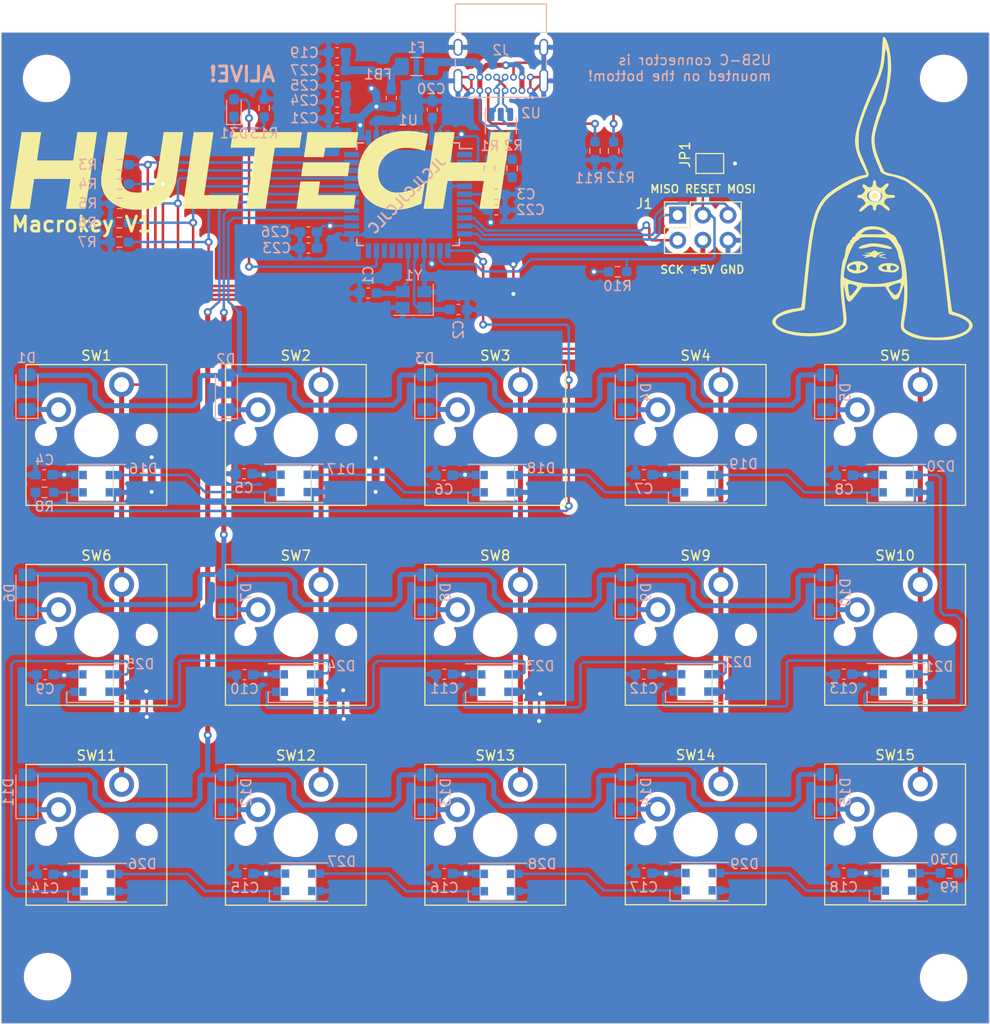
<source format=kicad_pcb>
(kicad_pcb (version 20221018) (generator pcbnew)
  (layers (0 "F.Cu" signal) (31 "B.Cu" signal) (34 "B.Paste" user) (35 "F.Paste" user) (36 "B.SilkS" user "B.Silkscreen") (37 "F.SilkS" user "F.Silkscreen") (38 "B.Mask" user) (39 "F.Mask" user) (44 "Edge.Cuts" user))
  (net 0 "")
  (net 1 "Row1")
  (net 2 "Net-(D1-K)")
  (net 3 "Net-(D2-K)")
  (net 4 "Net-(D3-K)")
  (net 5 "Net-(D4-K)")
  (net 6 "Net-(D5-K)")
  (net 7 "Row2")
  (net 8 "Net-(D6-K)")
  (net 9 "Net-(D7-K)")
  (net 10 "Net-(D8-K)")
  (net 11 "Net-(D9-K)")
  (net 12 "Net-(D10-K)")
  (net 13 "Row3")
  (net 14 "Net-(D11-K)")
  (net 15 "Net-(D12-K)")
  (net 16 "Net-(D13-K)")
  (net 17 "Net-(D14-K)")
  (net 18 "Net-(D15-K)")
  (net 20 "D_+")
  (net 21 "D_-")
  (net 22 "Net-(U1-UCAP)")
  (net 24 "Net-(D31-K)")
  (net 25 "Net-(U1-XTAL2)")
  (net 26 "Net-(U1-XTAL1)")
  (net 30 "ALIVE")
  (net 39 "VBUS")
  (net 40 "GND")
  (net 41 "+5V")
  (net 42 "Net-(D16-DOUT)")
  (net 43 "Net-(D16-DIN)")
  (net 44 "Net-(D17-DOUT)")
  (net 45 "Net-(D18-DOUT)")
  (net 46 "Net-(D19-DOUT)")
  (net 47 "DIO1")
  (net 48 "Net-(D21-DOUT)")
  (net 49 "Net-(D22-DOUT)")
  (net 50 "Net-(D23-DOUT)")
  (net 51 "Net-(D24-DOUT)")
  (net 52 "DIO2")
  (net 53 "Net-(D26-DOUT)")
  (net 54 "Net-(D27-DOUT)")
  (net 55 "Net-(D28-DOUT)")
  (net 56 "Net-(D29-DOUT)")
  (net 57 "Net-(D30-DOUT)")
  (net 58 "LED")
  (net 60 "D+")
  (net 61 "D-")
  (net 62 "D_P")
  (net 63 "D_N")
  (net 64 "Net-(U1-AREF)")
  (net 65 "Net-(C19-Pad2)")
  (net 66 "Col1")
  (net 67 "Col2")
  (net 68 "Col3")
  (net 69 "Col4")
  (net 70 "Col5")
  (net 71 "RESET")
  (net 72 "SCK")
  (net 73 "MOSI")
  (net 74 "MISO")
  (net 75 "Net-(J2-CC1)")
  (net 76 "Net-(J2-CC2)")
  (footprint "PCM_Switch_Keyboard_Cherry_MX:SW_Cherry_MX_PCB_1.00u" (layer "F.Cu") (at 206.4004 60.6552)
    (fp_text reference "SW5")
    (fp_text value "SW_Push")
  )
  (footprint "PCM_Switch_Keyboard_Cherry_MX:SW_Cherry_MX_PCB_1.00u" (layer "F.Cu") (at 145.9484 80.8228)
    (fp_text reference "SW7")
    (fp_text value "SW_Push")
  )
  (footprint "PCM_Switch_Keyboard_Cherry_MX:SW_Cherry_MX_PCB_1.00u" (layer "F.Cu") (at 125.8316 80.8228)
    (fp_text reference "SW6")
    (fp_text value "SW_Push")
  )
  (footprint "PCM_Switch_Keyboard_Cherry_MX:SW_Cherry_MX_PCB_1.00u" (layer "F.Cu") (at 125.826 60.655)
    (fp_text reference "SW1")
    (fp_text value "SW_Push")
  )
  (footprint "PCM_Switch_Keyboard_Cherry_MX:SW_Cherry_MX_PCB_1.00u" (layer "F.Cu") (at 206.4004 100.955)
    (fp_text reference "SW15")
    (fp_text value "SW_Push")
  )
  (footprint "PCM_Switch_Keyboard_Cherry_MX:SW_Cherry_MX_PCB_1.00u" (layer "F.Cu") (at 166.0652 100.9904)
    (fp_text reference "SW13")
    (fp_text value "SW_Push")
  )
  (footprint "PCM_Switch_Keyboard_Cherry_MX:SW_Cherry_MX_PCB_1.00u" (layer "F.Cu") (at 186.2836 100.9396)
    (fp_text reference "SW14")
    (fp_text value "SW_Push")
  )
  (footprint "PCM_Switch_Keyboard_Cherry_MX:SW_Cherry_MX_PCB_1.00u" (layer "F.Cu") (at 145.9484 100.9904)
    (fp_text reference "SW12")
    (fp_text value "SW_Push")
  )
  (footprint "Connector_PinSocket_2.54mm:PinSocket_2x03_P2.54mm_Vertical" (layer "F.Cu") (at 184.465 38.481 90)
    (fp_text reference "J1")
    (fp_text value "JTAG" hide)
  )
  (footprint "PCM_Switch_Keyboard_Cherry_MX:SW_Cherry_MX_PCB_1.00u" (layer "F.Cu") (at 125.8316 100.9904)
    (fp_text reference "SW11")
    (fp_text value "SW_Push")
  )
  (footprint "PCM_Switch_Keyboard_Cherry_MX:SW_Cherry_MX_PCB_1.00u" (layer "F.Cu") (at 145.9484 60.6552)
    (fp_text reference "SW2")
    (fp_text value "SW_Push")
  )
  (footprint "PCM_Switch_Keyboard_Cherry_MX:SW_Cherry_MX_PCB_1.00u" (layer "F.Cu") (at 166.0652 80.8228)
    (fp_text reference "SW8")
    (fp_text value "SW_Push")
  )
  (footprint "MountingHole:MountingHole_4.3mm_M4" (layer "F.Cu") (at 211.3 115.4)
    (fp_text reference "H2" hide)
    (fp_text value "MountingHole" hide)
  )
  (footprint "MountingHole:MountingHole_4.3mm_M4" (layer "F.Cu") (at 120.9 115.3)
    (fp_text reference "H3" hide)
    (fp_text value "MountingHole" hide)
  )
  (footprint "PCM_Switch_Keyboard_Cherry_MX:SW_Cherry_MX_PCB_1.00u" (layer "F.Cu") (at 206.4004 80.8228)
    (fp_text reference "SW10")
    (fp_text value "SW_Push")
  )
  (footprint "Jumper:SolderJumper-2_P1.3mm_Open_TrianglePad1.0x1.5mm" (layer "F.Cu") (at 187.706 33.274 180)
    (fp_text reference "JP1")
    (fp_text value "RESET" hide)
  )
  (footprint "MountingHole:MountingHole_4.3mm_M4" (layer "F.Cu") (at 211.3 24.7)
    (fp_text reference "H4" hide)
    (fp_text value "MountingHole" hide)
  )
  (footprint "PCM_Switch_Keyboard_Cherry_MX:SW_Cherry_MX_PCB_1.00u" (layer "F.Cu") (at 166.0652 60.6552)
    (fp_text reference "SW3")
    (fp_text value "SW_Push")
  )
  (footprint "MountingHole:MountingHole_4.3mm_M4" (layer "F.Cu") (at 120.8 24.7)
    (fp_text reference "H1" hide)
    (fp_text value "MountingHole" hide)
  )
  (footprint "PCM_Switch_Keyboard_Cherry_MX:SW_Cherry_MX_PCB_1.00u" (layer "F.Cu") (at 186.2836 80.8228)
    (fp_text reference "SW9")
    (fp_text value "SW_Push")
  )
  (footprint "PCM_Switch_Keyboard_Cherry_MX:SW_Cherry_MX_PCB_1.00u" (layer "F.Cu") (at 186.2836 60.6552)
    (fp_text reference "SW4")
    (fp_text value "SW_Push")
  )
  (footprint "LED_SMD:LED_SK6812MINI_PLCC4_3.5x3.5mm_P1.75mm" (layer "B.Cu") (at 166.2671 65.5712 180)
    (fp_text reference "D18")
    (fp_text value "SK6812MINI" hide)
  )
  (footprint "Diode_SMD:D_MiniMELF" (layer "B.Cu") (at 159.0548 76.5328 90)
    (fp_text reference "D8")
    (fp_text value "LL4448" hide)
  )
  (footprint "LED_SMD:LED_SK6812MINI_PLCC4_3.5x3.5mm_P1.75mm" (layer "B.Cu") (at 146.1091 85.6834 180)
    (fp_text reference "D24")
    (fp_text value "SK6812MINI" hide)
  )
  (footprint "Diode_SMD:D_MiniMELF" (layer "B.Cu") (at 138.938 56.3652 90)
    (fp_text reference "D2")
    (fp_text value "LL4448" hide)
  )
  (footprint "Capacitor_SMD:C_0603_1608Metric_Pad1.08x0.95mm_HandSolder" (layer "B.Cu") (at 150.1151 25.4762 180)
    (fp_text reference "C24")
    (fp_text value "10n" hide)
  )
  (footprint "LED_SMD:LED_SK6812MINI_PLCC4_3.5x3.5mm_P1.75mm" (layer "B.Cu") (at 125.8088 65.5714 180)
    (fp_text reference "D16")
    (fp_text value "SK6812MINI" hide)
  )
  (footprint "Connector_USB:USB_C_Receptacle_GCT_USB4085" (layer "B.Cu") (at 163.656 25.9198)
    (fp_text reference "J2")
    (fp_text value "USB_C_Receptacle" hide)
  )
  (footprint "Capacitor_SMD:C_0603_1608Metric_Pad1.08x0.95mm_HandSolder" (layer "B.Cu") (at 150.114 22.098)
    (fp_text reference "C19")
    (fp_text value "10u" hide)
  )
  (footprint "Capacitor_SMD:C_0603_1608Metric_Pad1.08x0.95mm_HandSolder" (layer "B.Cu") (at 181.0512 104.8512)
    (fp_text reference "C17")
    (fp_text value "100n" hide)
  )
  (footprint "Resistor_SMD:R_0603_1608Metric_Pad0.98x0.95mm_HandSolder" (layer "B.Cu") (at 128.1375 39.25 180)
    (fp_text reference "R6")
    (fp_text value "R" hide)
  )
  (footprint "Capacitor_SMD:C_0603_1608Metric_Pad1.08x0.95mm_HandSolder" (layer "B.Cu") (at 160.9355 84.7852)
    (fp_text reference "C11")
    (fp_text value "100n" hide)
  )
  (footprint "Diode_SMD:D_MiniMELF" (layer "B.Cu") (at 159.0548 56.3372 90)
    (fp_text reference "D3")
    (fp_text value "LL4448" hide)
  )
  (footprint "Resistor_SMD:R_0603_1608Metric_Pad0.98x0.95mm_HandSolder" (layer "B.Cu") (at 178.0032 32.0021 90)
    (fp_text reference "R12")
    (fp_text value "5k1" hide)
  )
  (footprint "Resistor_SMD:R_0603_1608Metric_Pad0.98x0.95mm_HandSolder" (layer "B.Cu") (at 120.5992 66.4464)
    (fp_text reference "R8")
    (fp_text value "470" hide)
  )
  (footprint "Capacitor_SMD:C_0603_1608Metric_Pad1.08x0.95mm_HandSolder" (layer "B.Cu") (at 181.0523 84.7852)
    (fp_text reference "C12")
    (fp_text value "100n" hide)
  )
  (footprint "LED_SMD:LED_SK6812MINI_PLCC4_3.5x3.5mm_P1.75mm" (layer "B.Cu") (at 125.7808 85.6856 180)
    (fp_text reference "D25")
    (fp_text value "SK6812MINI" hide)
  )
  (footprint "Diode_SMD:D_MiniMELF" (layer "B.Cu") (at 118.8212 96.7004 90)
    (fp_text reference "D11")
    (fp_text value "LL4448" hide)
  )
  (footprint "Diode_SMD:D_MiniMELF" (layer "B.Cu") (at 138.938 76.5328 90)
    (fp_text reference "D7")
    (fp_text value "LL4448" hide)
  )
  (footprint "Resistor_SMD:R_0603_1608Metric_Pad0.98x0.95mm_HandSolder" (layer "B.Cu") (at 167.767 33.7566 -90)
    (fp_text reference "R2")
    (fp_text value "22" hide)
  )
  (footprint "Capacitor_SMD:C_0603_1608Metric_Pad1.08x0.95mm_HandSolder" (layer "B.Cu") (at 150.114 28.702 180)
    (fp_text reference "C25")
    (fp_text value "10n" hide)
  )
  (footprint "Capacitor_SMD:C_0603_1608Metric_Pad1.08x0.95mm_HandSolder" (layer "B.Cu") (at 201.2199 104.8512)
    (fp_text reference "C18")
    (fp_text value "100n" hide)
  )
  (footprint "Capacitor_SMD:C_0603_1608Metric_Pad1.08x0.95mm_HandSolder" (layer "B.Cu") (at 140.7668 84.836)
    (fp_text reference "C10")
    (fp_text value "100n" hide)
  )
  (footprint "Capacitor_SMD:C_0603_1608Metric_Pad1.08x0.95mm_HandSolder" (layer "B.Cu") (at 162.35 48 180)
    (fp_text reference "C2")
    (fp_text value "22p" hide)
  )
  (footprint "Diode_SMD:D_MiniMELF" (layer "B.Cu") (at 199.39 76.5328 90)
    (fp_text reference "D10")
    (fp_text value "LL4448" hide)
  )
  (footprint "Capacitor_SMD:C_0603_1608Metric_Pad1.08x0.95mm_HandSolder" (layer "B.Cu") (at 150.114 23.876)
    (fp_text reference "C27")
    (fp_text value "10u" hide)
  )
  (footprint "LED_SMD:LED_SK6812MINI_PLCC4_3.5x3.5mm_P1.75mm" (layer "B.Cu") (at 125.9161 105.8164 180)
    (fp_text reference "D26")
    (fp_text value "SK6812MINI" hide)
  )
  (footprint "LED_SMD:LED_SK6812MINI_PLCC4_3.5x3.5mm_P1.75mm" (layer "B.Cu") (at 186.6317 105.724 180)
    (fp_text reference "D29")
    (fp_text value "SK6812MINI" hide)
  )
  (footprint "LED_SMD:LED_SK6812MINI_PLCC4_3.5x3.5mm_P1.75mm" (layer "B.Cu") (at 206.5248 65.5688 180)
    (fp_text reference "D20")
    (fp_text value "SK6812MINI" hide)
  )
  (footprint "Diode_SMD:D_MiniMELF" (layer "B.Cu") (at 179.2732 56.3652 90)
    (fp_text reference "D4")
    (fp_text value "LL4448" hide)
  )
  (footprint "Resistor_SMD:R_0603_1608Metric_Pad0.98x0.95mm_HandSolder" (layer "B.Cu") (at 128.1875 33.4 180)
    (fp_text reference "R3")
    (fp_text value "R" hide)
  )
  (footprint "Crystal:Crystal_SMD_SeikoEpson_TSX3225-4Pin_3.2x2.5mm" (layer "B.Cu") (at 157.8116 47.0143 180)
    (fp_text reference "Y1")
    (fp_text value "TSX-3225 16.0000MF18X-B0 " hide)
  )
  (footprint "LED_SMD:LED_SK6812MINI_PLCC4_3.5x3.5mm_P1.75mm" (layer "B.Cu") (at 206.7485 105.7448 180)
    (fp_text reference "D30")
    (fp_text value "SK6812MINI" hide)
  )
  (footprint "Diode_SMD:D_MiniMELF" (layer "B.Cu") (at 138.938 96.7004 90)
    (fp_text reference "D12")
    (fp_text value "LL4448" hide)
  )
  (footprint "Package_QFP:TQFP-44_10x10mm_P0.8mm" (layer "B.Cu") (at 157.2768 36.3728 180)
    (fp_text reference "U1")
    (fp_text value "ATmega32U4-M" hide)
  )
  (footprint "Resistor_SMD:R_0603_1608Metric_Pad0.98x0.95mm_HandSolder" (layer "B.Cu") (at 128.1375 41.2 180)
    (fp_text reference "R7")
    (fp_text value "R" hide)
  )
  (footprint "Capacitor_SMD:C_0603_1608Metric_Pad1.08x0.95mm_HandSolder" (layer "B.Cu") (at 201.2199 84.7852)
    (fp_text reference "C13")
    (fp_text value "100n" hide)
  )
  (footprint "Capacitor_SMD:C_0603_1608Metric_Pad1.08x0.95mm_HandSolder" (layer "B.Cu") (at 166.1657 36.3728)
    (fp_text reference "C3")
    (fp_text value "1u" hide)
  )
  (footprint "LED_SMD:LED_SK6812MINI_PLCC4_3.5x3.5mm_P1.75mm" (layer "B.Cu") (at 186.1903 85.6672 180)
    (fp_text reference "D22")
    (fp_text value "SK6812MINI" hide)
  )
  (footprint "Resistor_SMD:R_0603_1608Metric_Pad0.98x0.95mm_HandSolder" (layer "B.Cu") (at 176.1236 32.0021 90)
    (fp_text reference "R11")
    (fp_text value "5k1" hide)
  )
  (footprint "Package_TO_SOT_SMD:SOT-23-6" (layer "B.Cu") (at 166.624 29.464 -90)
    (fp_text reference "U2")
    (fp_text value "USBLC6-2SC6" hide)
  )
  (footprint "Capacitor_SMD:C_0603_1608Metric_Pad1.08x0.95mm_HandSolder" (layer "B.Cu") (at 201.2707 64.7192)
    (fp_text reference "C8")
    (fp_text value "100n" hide)
  )
  (footprint "Capacitor_SMD:C_0603_1608Metric_Pad1.08x0.95mm_HandSolder" (layer "B.Cu") (at 147.2184 40.1828 180)
    (fp_text reference "C26")
    (fp_text value "1n" hide)
  )
  (footprint "Capacitor_SMD:C_0603_1608Metric_Pad1.08x0.95mm_HandSolder" (layer "B.Cu") (at 140.7171 64.5668)
    (fp_text reference "C5")
    (fp_text value "100n" hide)
  )
  (footprint "Resistor_SMD:R_0603_1608Metric_Pad0.98x0.95mm_HandSolder" (layer "B.Cu") (at 178.4115 44.196)
    (fp_text reference "R10")
    (fp_text value "10k" hide)
  )
  (footprint "Diode_SMD:D_MiniMELF" (layer "B.Cu") (at 118.8212 76.5328 90)
    (fp_text reference "D6")
    (fp_text value "LL4448" hide)
  )
  (footprint "Resistor_SMD:R_0603_1608Metric_Pad0.98x0.95mm_HandSolder" (layer "B.Cu") (at 165.481 33.7566 -90)
    (fp_text reference "R1")
    (fp_text value "22" hide)
  )
  (footprint "Resistor_SMD:R_0603_1608Metric_Pad0.98x0.95mm_HandSolder" (layer "B.Cu") (at 128.1875 35.35 180)
    (fp_text reference "R4")
    (fp_text value "R" hide)
  )
  (footprint "Resistor_SMD:R_0603_1608Metric_Pad0.98x0.95mm_HandSolder" (layer "B.Cu") (at 211.8868 104.8512)
    (fp_text reference "R9")
    (fp_text value "470" hide)
  )
  (footprint "Inductor_SMD:L_0603_1608Metric_Pad1.05x0.95mm_HandSolder" (layer "B.Cu") (at 155.575 26.67 90)
    (fp_text reference "FB1")
    (fp_text value "FerriteBead_Small" hide)
  )
  (footprint "Resistor_SMD:R_0603_1608Metric_Pad0.98x0.95mm_HandSolder" (layer "B.Cu") (at 128.1875 37.3 180)
    (fp_text reference "R5")
    (fp_text value "R" hide)
  )
  (footprint "Diode_SMD:D_MiniMELF" (layer "B.Cu") (at 159.0548 96.7004 90)
    (fp_text reference "D13")
    (fp_text value "LL4448" hide)
  )
  (footprint "LED_SMD:LED_0603_1608Metric_Pad1.05x0.95mm_HandSolder" (layer "B.Cu") (at 139.7 27.686 90)
    (fp_text reference "D31")
    (fp_text value "LED" hide)
  )
  (footprint "LED_SMD:LED_SK6812MINI_PLCC4_3.5x3.5mm_P1.75mm" (layer "B.Cu") (at 166.2863 105.8048 180)
    (fp_text reference "D28")
    (fp_text value "SK6812MINI" hide)
  )
  (footprint "Capacitor_SMD:C_0603_1608Metric_Pad1.08x0.95mm_HandSolder" (layer "B.Cu") (at 150.114 27.0764 180)
    (fp_text reference "C21")
    (fp_text value "100n" hide)
  )
  (footprint "Resistor_SMD:R_0603_1608Metric_Pad0.98x0.95mm_HandSolder" (layer "B.Cu") (at 142.748 27.686 90)
    (fp_text reference "R13")
    (fp_text value "560R" hide)
  )
  (footprint "Capacitor_SMD:C_0603_1608Metric_Pad1.08x0.95mm_HandSolder" (layer "B.Cu") (at 120.6511 84.836)
    (fp_text reference "C9")
    (fp_text value "100n" hide)
  )
  (footprint "Capacitor_SMD:C_0603_1608Metric_Pad1.08x0.95mm_HandSolder" (layer "B.Cu") (at 159.7152 27.8384 90)
    (fp_text reference "C20")
    (fp_text value "1u" hide)
  )
  (footprint "Capacitor_SMD:C_0603_1608Metric_Pad1.08x0.95mm_HandSolder" (layer "B.Cu") (at 166.1668 37.9476)
    (fp_text reference "C22")
    (fp_text value "100n" hide)
  )
  (footprint "Diode_SMD:D_MiniMELF" (layer "B.Cu") (at 179.2732 96.6496 90)
    (fp_text reference "D14")
    (fp_text value "LL4448" hide)
  )
  (footprint "Capacitor_SMD:C_0603_1608Metric_Pad1.08x0.95mm_HandSolder" (layer "B.Cu") (at 181.0523 64.6684)
    (fp_text reference "C7")
    (fp_text value "100n" hide)
  )
  (footprint "Diode_SMD:D_MiniMELF" (layer "B.Cu") (at 179.2732 76.5328 90)
    (fp_text reference "D9")
    (fp_text value "LL4448" hide)
  )
  (footprint "Capacitor_SMD:C_0603_1608Metric_Pad1.08x0.95mm_HandSolder" (layer "B.Cu") (at 153.25 46.35)
    (fp_text reference "C1")
    (fp_text value "22p" hide)
  )
  (footprint "Fuse:Fuse_1206_3216Metric_Pad1.42x1.75mm_HandSolder" (layer "B.Cu") (at 158.115 23.495)
    (fp_text reference "F1")
    (fp_text value "Fuse" hide)
  )
  (footprint "Capacitor_SMD:C_0603_1608Metric_Pad1.08x0.95mm_HandSolder" (layer "B.Cu") (at 160.8847 64.7192)
    (fp_text reference "C6")
    (fp_text value "100n" hide)
  )
  (footprint "LED_SMD:LED_SK6812MINI_PLCC4_3.5x3.5mm_P1.75mm" (layer "B.Cu") (at 206.5248 85.6602 180)
    (fp_text reference "D21")
    (fp_text value "SK6812MINI" hide)
  )
  (footprint "Diode_SMD:D_MiniMELF" (layer "B.Cu") (at 199.39 56.3652 90)
    (fp_text reference "D5")
    (fp_text value "LL4448" hide)
  )
  (footprint "LED_SMD:LED_SK6812MINI_PLCC4_3.5x3.5mm_P1.75mm" (layer "B.Cu") (at 146.2304 105.777 180)
    (fp_text reference "D27")
    (fp_text value "SK6812MINI" hide)
  )
  (footprint "Diode_SMD:D_MiniMELF" (layer "B.Cu") (at 199.39 96.6496 90)
    (fp_text reference "D15")
    (fp_text value "LL4448" hide)
  )
  (footprint "Capacitor_SMD:C_0603_1608Metric_Pad1.08x0.95mm_HandSolder" (layer "B.Cu") (at 160.9333 104.902)
    (fp_text reference "C16")
    (fp_text value "100n" hide)
  )
  (footprint "Capacitor_SMD:C_0603_1608Metric_Pad1.08x0.95mm_HandSolder" (layer "B.Cu") (at 140.8187 104.902)
    (fp_text reference "C15")
    (fp_text value "100n" hide)
  )
  (footprint "LED_SMD:LED_SK6812MINI_PLCC4_3.5x3.5mm_P1.75mm" (layer "B.Cu") (at 166.0227 85.688 180)
    (fp_text reference "D23")
    (fp_text value "SK6812MINI" hide)
  )
  (footprint "Capacitor_SMD:C_0603_1608Metric_Pad1.08x0.95mm_HandSolder" (layer "B.Cu") (at 147.2184 41.8084 180)
    (fp_text reference "C23")
    (fp_text value "100n" hide)
  )
  (footprint "LED_SMD:LED_SK6812MINI_PLCC4_3.5x3.5mm_P1.75mm" (layer "B.Cu") (at 186.4855 65.5666 180)
    (fp_text reference "D19")
    (fp_text value "SK6812MINI" hide)
  )
  (footprint "LED_SMD:LED_SK6812MINI_PLCC4_3.5x3.5mm_P1.75mm" (layer "B.Cu") (at 145.7732 65.5434 180)
    (fp_text reference "D17")
    (fp_text value "SK6812MINI" hide)
  )
  (footprint "Capacitor_SMD:C_0603_1608Metric_Pad1.08x0.95mm_HandSolder" (layer "B.Cu") (at 120.5473 64.6684)
    (fp_text reference "C4")
    (fp_text value "100n" hide)
  )
  (footprint "Diode_SMD:D_MiniMELF" (layer "B.Cu") (at 118.8212 56.3372 90)
    (fp_text reference "D1")
    (fp_text value "LL4448" hide)
  )
  (footprint "Capacitor_SMD:C_0603_1608Metric_Pad1.08x0.95mm_HandSolder" (layer "B.Cu") (at 120.6511 104.9528)
    (fp_text reference "C14")
    (fp_text value "100n" hide)
  )
  (gr_poly (pts (xy 152.044401 31.684912) (xy 148.912263 31.684912) (xy 148.75986 32.635824) (xy 146.761199 32.635824) (xy 147.126326 30.111697) (xy 152.239665 30.111697)) (fill solid) (layer "F.SilkS"))
  (gr_poly (pts (xy 204.34946 36.229527) (xy 204.374526 36.232023) (xy 204.40018 36.236069) (xy 204.426223 36.241573) (xy 204.452451 36.248441) (xy 204.478664 36.25658) (xy 204.50466 36.265897) (xy 204.530237 36.2763) (xy 204.555195 36.287694) (xy 204.57933 36.299988) (xy 204.602442 36.313088) (xy 204.62433 36.326901) (xy 204.644791 36.341334) (xy 204.663624 36.356295) (xy 204.680628 36.371689) (xy 204.695601 36.387425) (xy 204.710398 36.407414) (xy 204.723067 36.427655) (xy 204.733651 36.44809) (xy 204.742193 36.46866) (xy 204.748734 36.489308) (xy 204.753319 36.509975) (xy 204.755989 36.530604) (xy 204.756786 36.551136) (xy 204.755755 36.571512) (xy 204.752937 36.591676) (xy 204.748374 36.611568) (xy 204.74211 36.631131) (xy 204.734188 36.650306) (xy 204.724649 36.669036) (xy 204.713537 36.687261) (xy 204.700893 36.704925) (xy 204.686762 36.721968) (xy 204.671185 36.738334) (xy 204.654204 36.753963) (xy 204.635864 36.768797) (xy 204.616205 36.782779) (xy 204.595272 36.79585) (xy 204.573106 36.807952) (xy 204.54975 36.819027) (xy 204.525247 36.829016) (xy 204.499639 36.837863) (xy 204.47297 36.845508) (xy 204.445281 36.851893) (xy 204.416615 36.85696) (xy 204.387016 36.860652) (xy 204.356524 36.86291) (xy 204.325185 36.863675) (xy 204.293845 36.86291) (xy 204.263354 36.860652) (xy 204.233754 36.85696) (xy 204.205089 36.851893) (xy 204.1774 36.845508) (xy 204.15073 36.837863) (xy 204.125123 36.829016) (xy 204.10062 36.819027) (xy 204.077264 36.807952) (xy 204.055098 36.79585) (xy 204.034165 36.782779) (xy 204.014506 36.768797) (xy 203.996166 36.753963) (xy 203.979186 36.738334) (xy 203.963608 36.721968) (xy 203.949477 36.704925) (xy 203.936834 36.687261) (xy 203.925721 36.669036) (xy 203.916182 36.650306) (xy 203.90826 36.631131) (xy 203.901996 36.611568) (xy 203.897433 36.591676) (xy 203.894615 36.571512) (xy 203.893583 36.551136) (xy 203.894381 36.530604) (xy 203.897051 36.509975) (xy 203.901635 36.489308) (xy 203.908177 36.46866) (xy 203.916718 36.44809) (xy 203.927302 36.427655) (xy 203.939971 36.407414) (xy 203.954768 36.387425) (xy 203.969741 36.371689) (xy 203.986746 36.356295) (xy 204.005579 36.341334) (xy 204.026041 36.326901) (xy 204.047928 36.313088) (xy 204.071041 36.299988) (xy 204.095176 36.287694) (xy 204.120133 36.2763) (xy 204.14571 36.265897) (xy 204.171706 36.25658) (xy 204.197919 36.248441) (xy 204.224147 36.241573) (xy 204.250189 36.236069) (xy 204.275844 36.232023) (xy 204.30091 36.229527) (xy 204.325185 36.228675)) (fill solid) (layer "F.SilkS"))
  (gr_poly (pts (xy 157.281719 30.004792) (xy 157.419118 30.007874) (xy 157.552425 30.012965) (xy 157.681602 30.020028) (xy 157.806612 30.029025) (xy 157.927417 30.03992) (xy 158.04398 30.052675) (xy 158.156265 30.067253) (xy 158.390402 30.105374) (xy 158.658916 30.153171) (xy 158.961063 30.210791) (xy 159.296101 30.278383) (xy 158.967491 32.019871) (xy 158.878639 31.991443) (xy 158.790681 31.964484) (xy 158.703616 31.938976) (xy 158.617445 31.9149) (xy 158.532166 31.892238) (xy 158.44778 31.870971) (xy 158.364287 31.851081) (xy 158.281687 31.83255) (xy 158.199912 31.815808) (xy 158.118919 31.800128) (xy 158.038744 31.785527) (xy 157.959425 31.772024) (xy 157.881 31.759637) (xy 157.803504 31.748385) (xy 157.726976 31.738287) (xy 157.651452 31.729361) (xy 157.576891 31.721549) (xy 157.503242 31.714778) (xy 157.430524 31.709049) (xy 157.358754 31.704361) (xy 157.287952 31.700715) (xy 157.218136 31.69811) (xy 157.149325 31.696547) (xy 157.081536 31.696026) (xy 156.942911 31.698854) (xy 156.805661 31.707337) (xy 156.669825 31.721476) (xy 156.535439 31.74127) (xy 156.468802 31.753288) (xy 156.402542 31.76672) (xy 156.336662 31.781566) (xy 156.271169 31.797825) (xy 156.206066 31.815499) (xy 156.141359 31.834586) (xy 156.077051 31.855088) (xy 156.013148 31.877003) (xy 155.949859 31.900295) (xy 155.887392 31.92492) (xy 155.825747 31.950876) (xy 155.764928 31.978158) (xy 155.704937 32.00676) (xy 155.645776 32.036678) (xy 155.587448 32.067908) (xy 155.529954 32.100444) (xy 155.473297 32.134283) (xy 155.41748 32.169419) (xy 155.362505 32.205848) (xy 155.308374 32.243566) (xy 155.255089 32.282567) (xy 155.202652 32.322847) (xy 155.151067 32.364402) (xy 155.100335 32.407226) (xy 155.050756 32.451204) (xy 155.002624 32.496219) (xy 154.955933 32.542267) (xy 154.91068 32.589343) (xy 154.866858 32.637442) (xy 154.824465 32.686559) (xy 154.783495 32.73669) (xy 154.743943 32.787831) (xy 154.705805 32.839976) (xy 154.669076 32.893121) (xy 154.633751 32.947262) (xy 154.599827 33.002393) (xy 154.567297 33.05851) (xy 154.536158 33.115608) (xy 154.506405 33.173683) (xy 154.478033 33.23273) (xy 154.451225 33.292595) (xy 154.426163 33.353126) (xy 154.402845 33.414316) (xy 154.381269 33.476163) (xy 154.361433 33.538661) (xy 154.343333 33.601805) (xy 154.326969 33.665591) (xy 154.312336 33.730014) (xy 154.299434 33.79507) (xy 154.28826 33.860753) (xy 154.278811 33.92706) (xy 154.271085 33.993985) (xy 154.265081 34.061524) (xy 154.260794 34.129673) (xy 154.258224 34.198426) (xy 154.257368 34.267779) (xy 154.258335 34.337002) (xy 154.261234 34.405364) (xy 154.266064 34.472861) (xy 154.272821 34.539488) (xy 154.281504 34.605242) (xy 154.29211 34.670116) (xy 154.304636 34.734107) (xy 154.319081 34.797209) (xy 154.335443 34.859419) (xy 154.353718 34.920731) (xy 154.373905 34.98114) (xy 154.396 35.040643) (xy 154.420003 35.099234) (xy 154.445911 35.156909) (xy 154.47372 35.213662) (xy 154.50343 35.26949) (xy 154.534851 35.324108) (xy 154.567795 35.377234) (xy 154.60226 35.428862) (xy 154.638243 35.478989) (xy 154.675743 35.527608) (xy 154.714756 35.574716) (xy 154.755281 35.620308) (xy 154.797315 35.664379) (xy 154.840856 35.706925) (xy 154.885902 35.74794) (xy 154.932449 35.787421) (xy 154.980497 35.825362) (xy 155.030042 35.861759) (xy 155.081082 35.896607) (xy 155.133616 35.929901) (xy 155.18764 35.961638) (xy 155.242763 35.991627) (xy 155.298595 36.019681) (xy 155.355139 36.045801) (xy 155.412397 36.069985) (xy 155.470371 36.092235) (xy 155.529063 36.11255) (xy 155.588476 36.13093) (xy 155.648612 36.147376) (xy 155.709474 36.161887) (xy 155.771064 36.174462) (xy 155.833384 36.185104) (xy 155.896436 36.19381) (xy 155.960223 36.200581) (xy 156.024747 36.205418) (xy 156.090011 36.20832) (xy 156.156016 36.209288) (xy 156.326611 36.20527) (xy 156.497881 36.193217) (xy 156.66983 36.173133) (xy 156.842462 36.145019) (xy 157.015783 36.108877) (xy 157.189797 36.06471) (xy 157.364508 36.012521) (xy 157.539921 35.952311) (xy 157.716042 35.884083) (xy 157.892874 35.807839) (xy 158.070422 35.723582) (xy 158.248691 35.631313) (xy 158.427686 35.531036) (xy 158.607411 35.422753) (xy 158.787871 35.306465) (xy 158.96907 35.182176) (xy 158.618231 37.318948) (xy 158.476845 37.375825) (xy 158.326528 37.434636) (xy 158.167283 37.495532) (xy 157.99911 37.558661) (xy 157.833016 37.619358) (xy 157.680021 37.672762) (xy 157.540122 37.718726) (xy 157.475084 37.738871) (xy 157.413319 37.757101) (xy 157.351258 37.774216) (xy 157.285327 37.791034) (xy 157.215527 37.807553) (xy 157.141858 37.823775) (xy 157.064319 37.839699) (xy 156.98291 37.855326) (xy 156.897632 37.870655) (xy 156.808485 37.885687) (xy 156.717033 37.899606) (xy 156.624855 37.911608) (xy 156.531971 37.921712) (xy 156.438398 37.929938) (xy 156.344155 37.936303) (xy 156.249261 37.940826) (xy 156.153734 37.943527) (xy 156.057592 37.944423) (xy 155.864928 37.941003) (xy 155.675055 37.930756) (xy 155.487935 37.9137) (xy 155.303531 37.889853) (xy 155.121806 37.859235) (xy 154.942722 37.821864) (xy 154.766241 37.777757) (xy 154.592327 37.726935) (xy 154.506564 37.6989) (xy 154.421912 37.66897) (xy 154.338368 37.637147) (xy 154.255925 37.603433) (xy 154.174581 37.567832) (xy 154.094329 37.530344) (xy 154.015166 37.490973) (xy 153.937086 37.44972) (xy 153.860086 37.406589) (xy 153.78416 37.361581) (xy 153.709303 37.314698) (xy 153.635512 37.265943) (xy 153.562781 37.215319) (xy 153.491106 37.162827) (xy 153.420482 37.10847) (xy 153.350904 37.05225) (xy 153.282833 36.9943) (xy 153.216732 36.93475) (xy 153.152598 36.8736) (xy 153.090429 36.810851) (xy 153.030224 36.746501) (xy 152.971978 36.680552) (xy 152.915691 36.613003) (xy 152.861359 36.543854) (xy 152.80898 36.473105) (xy 152.758553 36.400756) (xy 152.710074 36.326807) (xy 152.663542 36.251258) (xy 152.618953 36.17411) (xy 152.576306 36.095361) (xy 152.535598 36.015013) (xy 152.496827 35.933064) (xy 152.460215 35.849609) (xy 152.425982 35.764742) (xy 152.394125 35.678467) (xy 152.364643 35.590784) (xy 152.337533 35.501697) (xy 152.312792 35.411207) (xy 152.290418 35.319318) (xy 152.27041 35.226031) (xy 152.252764 35.131349) (xy 152.237479 35.035273) (xy 152.224551 34.937807) (xy 152.213979 34.838953) (xy 152.205761 34.738713) (xy 152.199893 34.637089) (xy 152.196375 34.534084) (xy 152.195202 34.429699) (xy 152.198845 34.257285) (xy 152.209763 34.082955) (xy 152.227935 33.906727) (xy 152.253344 33.72862) (xy 152.285972 33.548653) (xy 152.325799 33.366845) (xy 152.372807 33.183214) (xy 152.426977 32.997778) (xy 152.457096 32.904854) (xy 152.489708 32.812414) (xy 152.524813 32.720457) (xy 152.56241 32.628984) (xy 152.602501 32.537994) (xy 152.645084 32.447488) (xy 152.690161 32.357465) (xy 152.73773 32.267927) (xy 152.787792 32.178871) (xy 152.840347 32.0903) (xy 152.895396 32.002212) (xy 152.952937 31.914608) (xy 153.012971 31.827488) (xy 153.075498 31.740851) (xy 153.140518 31.654698) (xy 153.208032 31.569029) (xy 153.278482 31.48455) (xy 153.352317 31.401969) (xy 153.429532 31.321286) (xy 153.510127 31.2425) (xy 153.594098 31.165612) (xy 153.681443 31.090621) (xy 153.77216 31.017528) (xy 153.866247 30.946332) (xy 153.963701 30.877034) (xy 154.06452 30.809633) (xy 154.168701 30.744131) (xy 154.276243 30.680526) (xy 154.387142 30.618818) (xy 154.501398 30.559008) (xy 154.619006 30.501096) (xy 154.739965 30.445082) (xy 154.864311 30.391727) (xy 154.99208 30.341797) (xy 155.123272 30.295295) (xy 155.257886 30.252223) (xy 155.395924 30.212584) (xy 155.537386 30.17638) (xy 155.68227 30.143613) (xy 155.830577 30.114285) (xy 155.982307 30.088398) (xy 156.137461 30.065956) (xy 156.296037 30.04696) (xy 156.458036 30.031413) (xy 156.623458 30.019317) (xy 156.792304 30.010674) (xy 156.964572 30.005486) (xy 157.140263 30.003756)) (fill solid) (layer "F.SilkS"))
  (gr_poly (pts (xy 151.195089 34.553525) (xy 146.483387 34.553525) (xy 146.683412 33.169224) (xy 151.390348 33.169224)) (fill solid) (layer "F.SilkS"))
  (gr_poly (pts (xy 205.258875 20.493894) (xy 205.271985 20.496527) (xy 205.285623 20.501674) (xy 205.299756 20.509286) (xy 205.314355 20.519314) (xy 205.344823 20.546426) (xy 205.37678 20.582623) (xy 205.409977 20.627517) (xy 205.444166 20.680721) (xy 205.479099 20.741846) (xy 205.514529 20.810506) (xy 205.550206 20.886313) (xy 205.585883 20.968879) (xy 205.621313 21.057817) (xy 205.656246 21.152739) (xy 205.690435 21.253258) (xy 205.740034 21.41947) (xy 205.785602 21.592255) (xy 205.827078 21.770993) (xy 205.864398 21.955064) (xy 205.897502 22.143848) (xy 205.926327 22.336725) (xy 205.950812 22.533075) (xy 205.970893 22.732277) (xy 205.98651 22.933712) (xy 205.9976 23.136759) (xy 206.004101 23.340798) (xy 206.00595 23.54521) (xy 206.003088 23.749373) (xy 205.99545 23.952668) (xy 205.982975 24.154475) (xy 205.965601 24.354173) (xy 205.910556 24.788876) (xy 205.836783 25.26401) (xy 205.750359 25.750554) (xy 205.657362 26.219487) (xy 205.563869 26.641787) (xy 205.475957 26.988432) (xy 205.435993 27.124316) (xy 205.399704 27.230402) (xy 205.367848 27.303064) (xy 205.35382 27.325728) (xy 205.341185 27.338675) (xy 205.329077 27.351581) (xy 205.312784 27.377928) (xy 205.268755 27.468155) (xy 205.211332 27.603775) (xy 205.142748 27.779206) (xy 205.065233 27.988868) (xy 204.981021 28.227179) (xy 204.892344 28.488558) (xy 204.801435 28.767425) (xy 204.691669 29.110259) (xy 204.596507 29.426506) (xy 204.515917 29.719343) (xy 204.44987 29.99195) (xy 204.398333 30.247502) (xy 204.361276 30.48918) (xy 204.338667 30.720161) (xy 204.330477 30.943623) (xy 204.336673 31.162744) (xy 204.357224 31.380702) (xy 204.392101 31.600676) (xy 204.441271 31.825843) (xy 204.504704 32.059382) (xy 204.582369 32.30447) (xy 204.674234 32.564286) (xy 204.780269 32.842008) (xy 204.870723 33.068393) (xy 204.958201 33.283863) (xy 205.040718 33.483458) (xy 205.116289 33.662217) (xy 205.182931 33.815179) (xy 205.238659 33.937383) (xy 205.281488 34.023868) (xy 205.297446 34.052166) (xy 205.309435 34.069673) (xy 205.321393 34.082301) (xy 205.341102 34.096277) (xy 205.368129 34.111462) (xy 205.402039 34.127717) (xy 205.488773 34.162878) (xy 205.597831 34.200643) (xy 205.72574 34.239897) (xy 205.869029 34.279522) (xy 206.024223 34.318404) (xy 206.187851 34.355426) (xy 206.358673 34.390875) (xy 206.534456 34.43265) (xy 206.710239 34.479138) (xy 206.88106 34.528727) (xy 207.04196 34.579804) (xy 207.187977 34.630757) (xy 207.31415 34.679974) (xy 207.368245 34.703427) (xy 207.415519 34.725842) (xy 207.540855 34.789887) (xy 207.681012 34.869606) (xy 207.833447 34.96306) (xy 207.995618 35.068312) (xy 208.164982 35.183423) (xy 208.338997 35.306457) (xy 208.515121 35.435475) (xy 208.69081 35.568539) (xy 208.863523 35.703712) (xy 209.030717 35.839055) (xy 209.189849 35.972631) (xy 209.338378 36.102501) (xy 209.47376 36.226729) (xy 209.593453 36.343376) (xy 209.694914 36.450504) (xy 209.775602 36.546175) (xy 209.942012 36.771003) (xy 210.096843 37.012792) (xy 210.24141 37.277339) (xy 210.377032 37.570443) (xy 210.505027 37.897901) (xy 210.626712 38.265511) (xy 210.743405 38.679073) (xy 210.856424 39.144383) (xy 211.076711 40.253442) (xy 211.298113 41.639073) (xy 211.531174 43.347661) (xy 211.786435 45.425591) (xy 211.850142 45.967945) (xy 211.913104 46.476317) (xy 211.973587 46.939545) (xy 212.029852 47.346466) (xy 212.080164 47.685918) (xy 212.122787 47.94674) (xy 212.155984 48.117769) (xy 212.168505 48.166122) (xy 212.178019 48.187842) (xy 212.189116 48.194764) (xy 212.206275 48.20353) (xy 212.257229 48.22604) (xy 212.327777 48.254255) (xy 212.414821 48.287059) (xy 212.625991 48.361969) (xy 212.865934 48.441841) (xy 213.003233 48.487009) (xy 213.136843 48.538766) (xy 213.266049 48.596507) (xy 213.39014 48.659627) (xy 213.508402 48.727522) (xy 213.620121 48.799587) (xy 213.724585 48.875219) (xy 213.82108 48.953811) (xy 213.866117 48.994028) (xy 213.908894 49.034759) (xy 213.949323 49.075928) (xy 213.987313 49.117459) (xy 214.022777 49.159277) (xy 214.055624 49.201307) (xy 214.085766 49.243472) (xy 214.113114 49.285697) (xy 214.137579 49.327907) (xy 214.15907 49.370025) (xy 214.1775 49.411977) (xy 214.192779 49.453686) (xy 214.204817 49.495078) (xy 214.213527 49.536077) (xy 214.218818 49.576606) (xy 214.220601 49.616591) (xy 214.218813 49.659402) (xy 214.213488 49.70247) (xy 214.204687 49.745743) (xy 214.192469 49.78917) (xy 214.176894 49.832697) (xy 214.158024 49.876273) (xy 214.110634 49.963361) (xy 214.05078 50.050015) (xy 213.978942 50.135816) (xy 213.8956 50.220345) (xy 213.801237 50.303185) (xy 213.696331 50.383917) (xy 213.581364 50.462122) (xy 213.456816 50.537381) (xy 213.323167 50.609276) (xy 213.1809 50.677388) (xy 213.030493 50.741298) (xy 212.872427 50.800589) (xy 212.707184 50.854842) (xy 212.482495 50.923034) (xy 212.268968 50.977708) (xy 212.162748 51.000402) (xy 212.054945 51.020227) (xy 211.944105 51.037355) (xy 211.828768 51.051956) (xy 211.578778 51.07426) (xy 211.293317 51.088501) (xy 210.960728 51.096046) (xy 210.569351 51.098258) (xy 210.302822 51.094506) (xy 210.050417 51.087096) (xy 209.811374 51.07584) (xy 209.584936 51.060554) (xy 209.370342 51.041052) (xy 209.166833 51.017146) (xy 208.973648 50.988652) (xy 208.790029 50.955383) (xy 208.615215 50.917152) (xy 208.448448 50.873775) (xy 208.288966 50.825065) (xy 208.136012 50.770836) (xy 207.988824 50.710901) (xy 207.846644 50.645076) (xy 207.708712 50.573173) (xy 207.574268 50.495008) (xy 207.454748 50.418901) (xy 207.349847 50.347523) (xy 207.259055 50.27816) (xy 207.181858 50.2081) (xy 207.117746 50.134629) (xy 207.090436 50.095767) (xy 207.066206 50.055034) (xy 207.044991 50.012093) (xy 207.026728 49.966603) (xy 207.011352 49.918225) (xy 206.9988 49.866622) (xy 206.981909 49.752378) (xy 206.975545 49.621158) (xy 206.979196 49.47025) (xy 206.99235 49.29694) (xy 207.014496 49.098515) (xy 207.045123 48.872263) (xy 207.129769 48.325423) (xy 207.175285 48.017804) (xy 207.216089 47.703984) (xy 207.251436 47.392644) (xy 207.280581 47.092466) (xy 207.302781 46.812132) (xy 207.317292 46.560323) (xy 207.323369 46.345721) (xy 207.320268 46.177008) (xy 207.288519 45.489092) (xy 207.023935 46.229925) (xy 206.982175 46.344642) (xy 206.943857 46.447173) (xy 206.908454 46.538232) (xy 206.875438 46.618532) (xy 206.844283 46.688786) (xy 206.829238 46.720369) (xy 206.81446 46.749708) (xy 206.799884 46.776891) (xy 206.785444 46.802009) (xy 206.771073 46.825151) (xy 206.756707 46.846405) (xy 206.742278 46.86586) (xy 206.727721 46.883606) (xy 206.712971 46.899733) (xy 206.697961 46.914328) (xy 206.682625 46.927482) (xy 206.666898 46.939283) (xy 206.650714 46.94982) (xy 206.634006 46.959183) (xy 206.616709 46.967461) (xy 206.598758 46.974743) (xy 206.580085 46.981118) (xy 206.560626 46.986675) (xy 206.540313 46.991504) (xy 206.519083 46.995693) (xy 206.473602 47.002509) (xy 206.429719 47.007005) (xy 206.388936 47.008214) (xy 206.350633 47.005578) (xy 206.314191 46.99854) (xy 206.278989 46.986541) (xy 206.244407 46.969022) (xy 206.209825 46.945427) (xy 206.174623 46.915196) (xy 206.138181 46.877772) (xy 206.099878 46.832596) (xy 206.059095 46.779111) (xy 206.015211 46.716758) (xy 205.967607 46.64498) (xy 205.915662 46.563217) (xy 205.796269 46.367508) (xy 205.454411 45.785425) (xy 205.753935 45.785425) (xy 205.755643 45.800889) (xy 205.760653 45.819345) (xy 205.768794 45.840561) (xy 205.779897 45.864303) (xy 205.79379 45.890341) (xy 205.810304 45.91844) (xy 205.829266 45.948368) (xy 205.850508 45.979893) (xy 205.873858 46.012783) (xy 205.899146 46.046804) (xy 205.926201 46.081725) (xy 205.954853 46.117312) (xy 205.984931 46.153333) (xy 206.016265 46.189556) (xy 206.048685 46.225747) (xy 206.082019 46.261676) (xy 206.136444 46.319506) (xy 206.185041 46.370113) (xy 206.228428 46.413712) (xy 206.248362 46.432952) (xy 206.267227 46.450521) (xy 206.285099 46.466447) (xy 206.302057 46.480757) (xy 206.318177 46.493477) (xy 206.333538 46.504636) (xy 206.348217 46.51426) (xy 206.362291 46.522376) (xy 206.375838 46.529012) (xy 206.388935 46.534195) (xy 206.40166 46.537951) (xy 206.414091 46.540308) (xy 206.426305 46.541293) (xy 206.438379 46.540933) (xy 206.450391 46.539256) (xy 206.462419 46.536288) (xy 206.47454 46.532056) (xy 206.486831 46.526588) (xy 206.49937 46.519911) (xy 206.512235 46.512051) (xy 206.525503 46.503037) (xy 206.539252 46.492895) (xy 206.553558 46.481652) (xy 206.5685 46.469335) (xy 206.600602 46.44159) (xy 206.620549 46.422411) (xy 206.64062 46.400766) (xy 206.660691 46.37692) (xy 206.680638 46.351137) (xy 206.700337 46.323678) (xy 206.719664 46.29481) (xy 206.738495 46.264793) (xy 206.756706 46.233894) (xy 206.774172 46.202374) (xy 206.790771 46.170497) (xy 206.806377 46.138527) (xy 206.820867 46.106728) (xy 206.834117 46.075363) (xy 206.846003 46.044695) (xy 206.8564 46.014989) (xy 206.865185 45.986507) (xy 206.878001 45.924805) (xy 206.892305 45.860003) (xy 206.923393 45.728539) (xy 206.954482 45.606996) (xy 206.968786 45.554597) (xy 206.981602 45.510259) (xy 206.988545 45.487312) (xy 206.991267 45.476485) (xy 206.993488 45.466086) (xy 206.995204 45.456113) (xy 206.996415 45.446565) (xy 206.997118 45.437439) (xy 206.997312 45.428734) (xy 206.996993 45.420447) (xy 206.996162 45.412577) (xy 206.994815 45.405122) (xy 206.99295 45.39808) (xy 206.990566 45.391448) (xy 206.987661 45.385225) (xy 206.984233 45.379409) (xy 206.980279 45.373998) (xy 206.975798 45.36899) (xy 206.970789 45.364384) (xy 206.965248 45.360176) (xy 206.959174 45.356366) (xy 206.952566 45.352951) (xy 206.945421 45.34993) (xy 206.937737 45.3473) (xy 206.929512 45.345059) (xy 206.920745 45.343206) (xy 206.911433 45.341739) (xy 206.901575 45.340655) (xy 206.891168 45.339954) (xy 206.880211 45.339632) (xy 206.868702 45.339687) (xy 206.844019 45.340925) (xy 206.775966 45.346266) (xy 206.699945 45.357854) (xy 206.61766 45.374993) (xy 206.530818 45.396984) (xy 206.441123 45.42313) (xy 206.350281 45.452732) (xy 206.259997 45.485095) (xy 206.171977 45.519519) (xy 206.087925 45.555308) (xy 206.009547 45.591763) (xy 205.938549 45.628187) (xy 205.876635 45.663882) (xy 205.825512 45.698151) (xy 205.804529 45.714533) (xy 205.786884 45.730297) (xy 205.772788 45.745355) (xy 205.762456 45.75962) (xy 205.756101 45.773006) (xy 205.753935 45.785425) (xy 205.454411 45.785425) (xy 205.404685 45.700757) (xy 204.229935 45.721924) (xy 203.065768 45.743091) (xy 202.494269 46.494508) (xy 202.354805 46.676008) (xy 202.229355 46.831293) (xy 202.116804 46.959944) (xy 202.016035 47.061543) (xy 201.969719 47.102066) (xy 201.925931 47.13567) (xy 201.884531 47.162301) (xy 201.845378 47.181907) (xy 201.808334 47.194437) (xy 201.773259 47.199836) (xy 201.740012 47.198055) (xy 201.708456 47.189039) (xy 201.67845 47.172736) (xy 201.649855 47.149095) (xy 201.622531 47.118063) (xy 201.596339 47.079588) (xy 201.571139 47.033617) (xy 201.546791 46.980098) (xy 201.523157 46.918978) (xy 201.500097 46.850206) (xy 201.455138 46.689495) (xy 201.4108 46.497546) (xy 201.365965 46.273939) (xy 201.319518 46.018257) (xy 201.243114 45.593788) (xy 201.655332 45.593788) (xy 201.655338 45.638454) (xy 201.657854 45.69067) (xy 201.662727 45.75101) (xy 201.669802 45.820047) (xy 201.689935 45.986507) (xy 201.706265 46.100175) (xy 201.723338 46.209254) (xy 201.740908 46.31114) (xy 201.758727 46.403227) (xy 201.767651 46.444783) (xy 201.776545 46.482912) (xy 201.785376 46.51729) (xy 201.794115 46.54759) (xy 201.802729 46.573488) (xy 201.811189 46.594657) (xy 201.819462 46.610772) (xy 201.823519 46.616833) (xy 201.827518 46.621508) (xy 201.836192 46.626887) (xy 201.848166 46.627337) (xy 201.863205 46.623136) (xy 201.881076 46.614563) (xy 201.924373 46.585417) (xy 201.976181 46.542133) (xy 202.034625 46.486943) (xy 202.097828 46.422078) (xy 202.163914 46.349773) (xy 202.231008 46.272258) (xy 202.297234 46.191767) (xy 202.360716 46.110531) (xy 202.419578 46.030784) (xy 202.471944 45.954758) (xy 202.515939 45.884685) (xy 202.549686 45.822797) (xy 202.57131 45.771327) (xy 202.57699 45.750196) (xy 202.578935 45.732508) (xy 202.578566 45.727456) (xy 202.577473 45.722229) (xy 202.575674 45.71684) (xy 202.573189 45.7113) (xy 202.566238 45.699812) (xy 202.556776 45.68786) (xy 202.544958 45.675535) (xy 202.530938 45.662931) (xy 202.514872 45.650141) (xy 202.496914 45.637258) (xy 202.477221 45.624375) (xy 202.455945 45.611586) (xy 202.433244 45.598982) (xy 202.409271 45.586657) (xy 202.384182 45.574704) (xy 202.358132 45.563217) (xy 202.331276 45.552287) (xy 202.303768 45.542009) (xy 202.275282 45.530356) (xy 202.245539 45.51923) (xy 202.214774 45.508662) (xy 202.183218 45.498683) (xy 202.151103 45.489324) (xy 202.118663 45.480617) (xy 202.086131 45.472591) (xy 202.053737 45.465279) (xy 201.990299 45.452918) (xy 201.95972 45.447931) (xy 201.93021 45.443781) (xy 201.902002 45.4405) (xy 201.87533 45.438117) (xy 201.850424 45.436665) (xy 201.827518 45.436174) (xy 201.793882 45.43689) (xy 201.764308 45.43942) (xy 201.73864 45.444337) (xy 201.716724 45.452215) (xy 201.707125 45.457443) (xy 201.698405 45.463628) (xy 201.690545 45.470839) (xy 201.683527 45.479149) (xy 201.67733 45.488629) (xy 201.671936 45.499351) (xy 201.667325 45.511388) (xy 201.663477 45.52481) (xy 201.657994 45.556097) (xy 201.655332 45.593788) (xy 201.243114 45.593788) (xy 201.224269 45.489092) (xy 201.213685 45.912425) (xy 201.216579 46.023384) (xy 201.22493 46.177008) (xy 201.256018 46.584466) (xy 201.302982 47.079237) (xy 201.361851 47.605759) (xy 201.400756 47.915817) (xy 201.433971 48.189165) (xy 201.461264 48.428778) (xy 201.482402 48.637634) (xy 201.490591 48.731458) (xy 201.497153 48.818708) (xy 201.502061 48.899757) (xy 201.505285 48.974978) (xy 201.506795 49.044741) (xy 201.506564 49.109419) (xy 201.504561 49.169384) (xy 201.500758 49.225009) (xy 201.495126 49.276665) (xy 201.487635 49.324724) (xy 201.478256 49.369558) (xy 201.466962 49.41154) (xy 201.453721 49.451042) (xy 201.438506 49.488435) (xy 201.421287 49.524092) (xy 201.402035 49.558384) (xy 201.380722 49.591684) (xy 201.357317 49.624364) (xy 201.331793 49.656797) (xy 201.304119 49.689353) (xy 201.274267 49.722405) (xy 201.242208 49.756325) (xy 201.171352 49.828259) (xy 201.07655 49.914509) (xy 200.969183 49.996615) (xy 200.719328 50.148197) (xy 200.426932 50.282603) (xy 200.097144 50.399427) (xy 199.735109 50.498269) (xy 199.345975 50.578724) (xy 198.934889 50.640389) (xy 198.506998 50.682862) (xy 198.067448 50.705739) (xy 197.621388 50.708617) (xy 197.173963 50.691094) (xy 196.73032 50.652765) (xy 196.295608 50.593229) (xy 195.874972 50.512081) (xy 195.47356 50.408919) (xy 195.096518 50.28334) (xy 194.990096 50.240531) (xy 194.885596 50.191894) (xy 194.7837 50.138047) (xy 194.685091 50.079612) (xy 194.590451 50.017208) (xy 194.500462 49.951455) (xy 194.415805 49.882973) (xy 194.337164 49.812384) (xy 194.26522 49.740305) (xy 194.200656 49.667359) (xy 194.171354 49.630754) (xy 194.144153 49.594165) (xy 194.119137 49.557668) (xy 194.096393 49.521342) (xy 194.076006 49.485265) (xy 194.05806 49.449512) (xy 194.042641 49.414163) (xy 194.029834 49.379294) (xy 194.019725 49.344984) (xy 194.012398 49.311309) (xy 194.00794 49.278347) (xy 194.007263 49.263876) (xy 194.356171 49.263876) (xy 194.365125 49.32658) (xy 194.385451 49.389546) (xy 194.417248 49.452682) (xy 194.460619 49.515897) (xy 194.515664 49.579102) (xy 194.582483 49.642203) (xy 194.661177 49.70511) (xy 194.751847 49.767733) (xy 194.854594 49.82998) (xy 194.969518 49.89176) (xy 195.240525 50.010698) (xy 195.546103 50.113513) (xy 195.881137 50.200206) (xy 196.240511 50.270775) (xy 196.619108 50.325221) (xy 197.011812 50.363544) (xy 197.413509 50.385744) (xy 197.819081 50.391821) (xy 198.223413 50.381775) (xy 198.621388 50.355606) (xy 199.007892 50.313314) (xy 199.377807 50.254899) (xy 199.726019 50.18036) (xy 200.04741 50.089699) (xy 200.336865 49.982914) (xy 200.589268 49.860007) (xy 200.80941 49.732593) (xy 200.89804 49.673134) (xy 200.973245 49.612621) (xy 201.035675 49.548139) (xy 201.062303 49.513499) (xy 201.085982 49.476774) (xy 201.106793 49.4376) (xy 201.124817 49.395611) (xy 201.140136 49.350445) (xy 201.152831 49.301736) (xy 201.170675 49.192234) (xy 201.179 49.06419) (xy 201.178457 48.91469) (xy 201.169698 48.740819) (xy 201.153374 48.539664) (xy 201.130135 48.308308) (xy 201.065519 47.74334) (xy 201.027402 47.419536) (xy 200.992758 47.081717) (xy 200.962083 46.739681) (xy 200.935873 46.403227) (xy 200.914623 46.082151) (xy 200.898831 45.786252) (xy 200.888992 45.525327) (xy 200.885602 45.309175) (xy 200.887891 45.125108) (xy 200.89449 44.932019) (xy 200.904996 44.732791) (xy 200.91501 44.58805) (xy 201.226849 44.58805) (xy 201.227558 44.612029) (xy 201.229263 44.634442) (xy 201.23202 44.655406) (xy 201.235886 44.675037) (xy 201.240916 44.69345) (xy 201.247167 44.710763) (xy 201.254696 44.727092) (xy 201.263557 44.742552) (xy 201.273808 44.75726) (xy 201.285505 44.771333) (xy 201.298703 44.784887) (xy 201.31346 44.798037) (xy 201.329831 44.8109) (xy 201.347872 44.823593) (xy 201.36764 44.836232) (xy 201.41258 44.861812) (xy 201.465102 44.888569) (xy 201.525654 44.917436) (xy 201.594686 44.94934) (xy 201.782472 45.025708) (xy 201.98722 45.095936) (xy 202.206788 45.159839) (xy 202.439037 45.217231) (xy 202.681828 45.267926) (xy 202.933022 45.311737) (xy 203.190479 45.348479) (xy 203.45206 45.377966) (xy 203.715626 45.400012) (xy 203.979036 45.414429) (xy 204.240152 45.421034) (xy 204.496834 45.419639) (xy 204.746942 45.410058) (xy 204.988338 45.392105) (xy 205.218882 45.365595) (xy 205.436435 45.330342) (xy 205.591924 45.300465) (xy 205.740747 45.270418) (xy 205.882687 45.240277) (xy 206.017526 45.210121) (xy 206.145048 45.180028) (xy 206.265036 45.150073) (xy 206.377272 45.120336) (xy 206.481539 45.090893) (xy 206.577622 45.061823) (xy 206.665301 45.033202) (xy 206.744361 45.005108) (xy 206.814584 44.977619) (xy 206.875754 44.950812) (xy 206.927652 44.924764) (xy 206.970063 44.899554) (xy 207.002769 44.875258) (xy 207.018865 44.858531) (xy 207.033431 44.83632) (xy 207.058063 44.776576) (xy 207.076834 44.698291) (xy 207.089916 44.603729) (xy 207.097479 44.495151) (xy 207.099693 44.374823) (xy 207.096729 44.245006) (xy 207.088758 44.107966) (xy 207.07595 43.965964) (xy 207.058476 43.821265) (xy 207.036506 43.676132) (xy 207.01021 43.532828) (xy 206.97976 43.393617) (xy 206.945325 43.260762) (xy 206.907076 43.136526) (xy 206.865185 43.023174) (xy 206.834055 42.945659) (xy 206.804662 42.865416) (xy 206.777749 42.784676) (xy 206.75406 42.705673) (xy 206.73434 42.630639) (xy 206.726201 42.595308) (xy 206.719333 42.561807) (xy 206.71383 42.530413) (xy 206.709783 42.501407) (xy 206.707287 42.475068) (xy 206.706435 42.451674) (xy 206.702306 42.395533) (xy 206.69027 42.330958) (xy 206.670855 42.258942) (xy 206.644588 42.180476) (xy 206.611996 42.096554) (xy 206.573606 42.008166) (xy 206.529944 41.916306) (xy 206.481539 41.821966) (xy 206.428917 41.726137) (xy 206.372605 41.629812) (xy 206.313131 41.533983) (xy 206.251021 41.439642) (xy 206.186803 41.347782) (xy 206.121003 41.259395) (xy 206.054149 41.175473) (xy 205.986768 41.097007) (xy 205.882775 40.988631) (xy 205.835964 40.944621) (xy 205.789819 40.906672) (xy 205.742248 40.874243) (xy 205.691159 40.84679) (xy 205.634457 40.82377) (xy 205.57005 40.804642) (xy 205.495845 40.788863) (xy 205.40975 40.77589) (xy 205.309671 40.76518) (xy 205.193515 40.756191) (xy 204.904602 40.741205) (xy 204.526269 40.726592) (xy 204.309695 40.719768) (xy 204.10833 40.715161) (xy 203.922003 40.712755) (xy 203.750543 40.712536) (xy 203.59378 40.714486) (xy 203.451543 40.718592) (xy 203.323662 40.724837) (xy 203.209966 40.733206) (xy 203.110285 40.743684) (xy 203.024448 40.756254) (xy 202.986668 40.763319) (xy 202.952284 40.770902) (xy 202.921277 40.779) (xy 202.893624 40.787611) (xy 202.869304 40.796734) (xy 202.848296 40.806367) (xy 202.830578 40.816508) (xy 202.81613 40.827154) (xy 202.804929 40.838304) (xy 202.796955 40.849956) (xy 202.792187 40.862108) (xy 202.790602 40.874758) (xy 202.790294 40.878879) (xy 202.789382 40.883292) (xy 202.785806 40.892927) (xy 202.779998 40.903523) (xy 202.772081 40.914941) (xy 202.76218 40.927041) (xy 202.750418 40.939684) (xy 202.73692 40.95273) (xy 202.72181 40.966039) (xy 202.705212 40.979472) (xy 202.687249 40.99289) (xy 202.668046 41.006153) (xy 202.647727 41.019121) (xy 202.626416 41.031655) (xy 202.604236 41.043615) (xy 202.581313 41.054862) (xy 202.557769 41.065257) (xy 202.517239 41.088634) (xy 202.47513 41.120807) (xy 202.386802 41.210014) (xy 202.294041 41.329823) (xy 202.198101 41.477181) (xy 202.100238 41.649034) (xy 202.00171 41.842327) (xy 201.90377 42.054007) (xy 201.807675 42.281019) (xy 201.71468 42.520309) (xy 201.626042 42.768823) (xy 201.543016 43.023508) (xy 201.466858 43.281309) (xy 201.398824 43.539172) (xy 201.340168 43.794042) (xy 201.292148 44.042867) (xy 201.256018 44.282592) (xy 201.245055 44.366586) (xy 201.236278 44.440598) (xy 201.230136 44.505555) (xy 201.22708 44.562389) (xy 201.226849 44.58805) (xy 200.91501 44.58805) (xy 200.919005 44.530307) (xy 200.955923 44.127107) (xy 201.002018 43.745487) (xy 201.0275 43.569978) (xy 201.054067 43.408515) (xy 201.081316 43.263981) (xy 201.108844 43.13926) (xy 201.136248 43.037235) (xy 201.163125 42.96079) (xy 201.17624 42.933061) (xy 201.189071 42.912809) (xy 201.20157 42.900393) (xy 201.213685 42.896174) (xy 201.216753 42.895467) (xy 201.219997 42.893371) (xy 201.226976 42.885157) (xy 201.234544 42.871827) (xy 201.242624 42.853676) (xy 201.251138 42.830997) (xy 201.260008 42.804087) (xy 201.278508 42.738747) (xy 201.297504 42.660013) (xy 201.316377 42.570241) (xy 201.334505 42.471788) (xy 201.351269 42.367008) (xy 201.366366 42.259199) (xy 201.383742 42.154412) (xy 201.403195 42.05319) (xy 201.424525 41.956078) (xy 201.447529 41.863615) (xy 201.472005 41.776347) (xy 201.497753 41.694814) (xy 201.52457 41.61956) (xy 201.552256 41.551128) (xy 201.580608 41.490059) (xy 201.594972 41.462456) (xy 201.609426 41.436897) (xy 201.623946 41.413451) (xy 201.638507 41.392184) (xy 201.653083 41.373166) (xy 201.66765 41.356463) (xy 201.682182 41.342143) (xy 201.696653 41.330276) (xy 201.71104 41.320927) (xy 201.725316 41.314166) (xy 201.739456 41.310059) (xy 201.753436 41.308675) (xy 201.757403 41.30846) (xy 201.761363 41.307822) (xy 201.765307 41.306774) (xy 201.769228 41.305326) (xy 201.773118 41.303491) (xy 201.776969 41.30128) (xy 201.784524 41.295776) (xy 201.791831 41.288908) (xy 201.798828 41.280769) (xy 201.805453 41.271452) (xy 201.811643 41.261049) (xy 201.817338 41.249655) (xy 201.822475 41.237361) (xy 201.826991 41.224261) (xy 201.830826 41.210448) (xy 201.833916 41.196015) (xy 201.8362 41.181054) (xy 201.837616 41.16566) (xy 201.838102 41.149925) (xy 201.838255 41.14202) (xy 201.838709 41.134189) (xy 201.839454 41.126443) (xy 201.840479 41.118794) (xy 201.841776 41.111254) (xy 201.843334 41.103834) (xy 201.845144 41.096546) (xy 201.847197 41.089401) (xy 201.849482 41.082411) (xy 201.85199 41.075588) (xy 201.854711 41.068943) (xy 201.857636 41.062488) (xy 201.860754 41.056234) (xy 201.864056 41.050194) (xy 201.867533 41.044378) (xy 201.871175 41.038799) (xy 201.874971 41.033468) (xy 201.878913 41.028397) (xy 201.882991 41.023597) (xy 201.887194 41.01908) (xy 201.891514 41.014857) (xy 201.895941 41.010941) (xy 201.900464 41.007342) (xy 201.905074 41.004073) (xy 201.909762 41.001145) (xy 201.914518 40.998569) (xy 201.919332 40.996358) (xy 201.924195 40.994523) (xy 201.929096 40.993076) (xy 201.934026 40.992027) (xy 201.938976 40.99139) (xy 201.943935 40.991175) (xy 201.949826 40.990959) (xy 201.955588 40.990322) (xy 201.961219 40.989273) (xy 201.966714 40.987826) (xy 201.97207 40.985991) (xy 201.977282 40.98378) (xy 201.982347 40.981204) (xy 201.987261 40.978276) (xy 201.992019 40.975007) (xy 201.996619 40.971408) (xy 202.001056 40.967492) (xy 202.005327 40.963269) (xy 202.013352 40.953952) (xy 202.020664 40.943549) (xy 202.027232 40.932154) (xy 202.033025 40.919861) (xy 202.038012 40.906761) (xy 202.042162 40.892947) (xy 202.045443 40.878514) (xy 202.047825 40.863554) (xy 202.049278 40.84816) (xy 202.049768 40.832424) (xy 202.049984 40.82452) (xy 202.050621 40.816689) (xy 202.051669 40.808944) (xy 202.053117 40.801295) (xy 202.054952 40.793755) (xy 202.057163 40.786335) (xy 202.059739 40.779046) (xy 202.062667 40.771901) (xy 202.065936 40.764911) (xy 202.069535 40.758088) (xy 202.073451 40.751443) (xy 202.077674 40.744988) (xy 202.082191 40.738735) (xy 202.086991 40.732694) (xy 202.092063 40.726879) (xy 202.097394 40.7213) (xy 202.102973 40.715969) (xy 202.108788 40.710897) (xy 202.114829 40.706097) (xy 202.121082 40.70158) (xy 202.127537 40.697357) (xy 202.134182 40.693441) (xy 202.141005 40.689842) (xy 202.147995 40.686573) (xy 202.15514 40.683645) (xy 202.162429 40.681069) (xy 202.169849 40.678858) (xy 202.177389 40.677023) (xy 202.185038 40.675575) (xy 202.192783 40.674527) (xy 202.200614 40.673889) (xy 202.208519 40.673674) (xy 202.216423 40.673521) (xy 202.224254 40.673067) (xy 202.232 40.672323) (xy 202.239648 40.671297) (xy 202.247189 40.67) (xy 202.254609 40.668442) (xy 202.261897 40.666632) (xy 202.269042 40.664579) (xy 202.276032 40.662294) (xy 202.282855 40.659787) (xy 202.2895 40.657065) (xy 202.295955 40.654141) (xy 202.302209 40.651023) (xy 202.308249 40.64772) (xy 202.314064 40.644243) (xy 202.319643 40.640602) (xy 202.324974 40.636805) (xy 202.330046 40.632864) (xy 202.334846 40.628786) (xy 202.339363 40.624582) (xy 202.343586 40.620263) (xy 202.347502 40.615836) (xy 202.351101 40.611313) (xy 202.35437 40.606702) (xy 202.357298 40.602014) (xy 202.359873 40.597259) (xy 202.362084 40.592445) (xy 202.36392 40.587582) (xy 202.365367 40.582681) (xy 202.366416 40.577751) (xy 202.367053 40.572801) (xy 202.367268 40.567842) (xy 202.368555 40.551267) (xy 202.372353 40.53335) (xy 202.37857 40.514173) (xy 202.387112 40.49382) (xy 202.4108 40.449918) (xy 202.438135 40.409091) (xy 202.928185 40.409091) (xy 205.510519 40.409091) (xy 205.193019 40.165673) (xy 205.145807 40.133409) (xy 205.099091 40.104014) (xy 205.052376 40.077377) (xy 205.005164 40.053392) (xy 204.95696 40.031949) (xy 204.907268 40.01294) (xy 204.855592 39.996256) (xy 204.801435 39.981789) (xy 204.744302 39.969431) (xy 204.683696 39.959072) (xy 204.619121 39.950605) (xy 204.550081 39.94392) (xy 204.47608 39.93891) (xy 204.396623 39.935466) (xy 204.311212 39.933479) (xy 204.219352 39.932841) (xy 204.127492 39.933479) (xy 204.042081 39.935466) (xy 203.962624 39.93891) (xy 203.888623 39.94392) (xy 203.819583 39.950605) (xy 203.755008 39.959072) (xy 203.694402 39.969431) (xy 203.637269 39.981789) (xy 203.583112 39.996256) (xy 203.531435 40.01294) (xy 203.481743 40.031949) (xy 203.43354 40.053392) (xy 203.386328 40.077377) (xy 203.339612 40.104014) (xy 203.292897 40.133409) (xy 203.245685 40.165673) (xy 202.928185 40.409091) (xy 202.438135 40.409091) (xy 202.442675 40.402312) (xy 202.48199 40.351666) (xy 202.528003 40.298649) (xy 202.579969 40.243926) (xy 202.637143 40.188164) (xy 202.698783 40.132031) (xy 202.764144 40.076192) (xy 202.832481 40.021314) (xy 202.90305 39.968064) (xy 202.975108 39.917108) (xy 203.047909 39.869114) (xy 203.120711 39.824747) (xy 203.192769 39.784674) (xy 203.253125 39.755276) (xy 203.316945 39.728577) (xy 203.453942 39.683161) (xy 203.601697 39.648194) (xy 203.75815 39.623444) (xy 203.921239 39.608677) (xy 204.0889 39.603662) (xy 204.259073 39.608166) (xy 204.429696 39.621956) (xy 204.598706 39.644799) (xy 204.764042 39.676464) (xy 204.923642 39.716717) (xy 205.075444 39.765326) (xy 205.217387 39.822059) (xy 205.347407 39.886683) (xy 205.407302 39.921881) (xy 205.463444 39.958965) (xy 205.515574 39.997906) (xy 205.563435 40.038674) (xy 205.674519 40.137231) (xy 205.724588 40.180432) (xy 205.771464 40.219913) (xy 205.815487 40.255922) (xy 205.856999 40.288705) (xy 205.89634 40.318512) (xy 205.933852 40.345591) (xy 205.969876 40.370189) (xy 206.004752 40.392554) (xy 206.038822 40.412936) (xy 206.072427 40.43158) (xy 206.105909 40.448737) (xy 206.139607 40.464653) (xy 206.173863 40.479577) (xy 206.209018 40.493757) (xy 206.227712 40.501777) (xy 206.247941 40.513766) (xy 206.269503 40.529476) (xy 206.292197 40.548659) (xy 206.315821 40.571066) (xy 206.340173 40.596449) (xy 206.365053 40.624561) (xy 206.390258 40.655154) (xy 206.415587 40.687979) (xy 206.440839 40.722788) (xy 206.465812 40.759333) (xy 206.490304 40.797367) (xy 206.514114 40.836641) (xy 206.53704 40.876907) (xy 206.558881 40.917918) (xy 206.579435 40.959424) (xy 206.597522 41.00093) (xy 206.615981 41.041941) (xy 206.634688 41.082207) (xy 206.653519 41.121481) (xy 206.67235 41.159515) (xy 206.691056 41.19606) (xy 206.709515 41.23087) (xy 206.727602 41.263694) (xy 206.745193 41.294287) (xy 206.762163 41.322399) (xy 206.77839 41.347783) (xy 206.793748 41.37019) (xy 206.808114 41.389372) (xy 206.821364 41.405082) (xy 206.833374 41.417071) (xy 206.838875 41.421592) (xy 206.844019 41.425091) (xy 206.87743 41.460546) (xy 206.913865 41.518233) (xy 206.952872 41.596569) (xy 206.994004 41.693974) (xy 207.080841 41.939664) (xy 207.170779 42.242654) (xy 207.26022 42.590292) (xy 207.345569 42.969927) (xy 207.423229 43.36891) (xy 207.489602 43.774591) (xy 207.523334 44.017798) (xy 207.553081 44.277113) (xy 207.600561 44.832098) (xy 207.631919 45.415607) (xy 207.647029 46.003706) (xy 207.645768 46.572457) (xy 207.628012 47.097924) (xy 207.593637 47.55617) (xy 207.570178 47.752605) (xy 207.542518 47.923259) (xy 207.460084 48.386363) (xy 207.395013 48.772571) (xy 207.368834 48.939166) (xy 207.346809 49.089327) (xy 207.328877 49.223985) (xy 207.314976 49.344071) (xy 207.305044 49.450514) (xy 207.299019 49.544245) (xy 207.296838 49.626193) (xy 207.29844 49.69729) (xy 207.303763 49.758464) (xy 207.3078 49.785622) (xy 207.312744 49.810648) (xy 207.318588 49.833658) (xy 207.325322 49.854769) (xy 207.332941 49.874098) (xy 207.341435 49.89176) (xy 207.380503 49.946844) (xy 207.437181 50.004517) (xy 207.509983 50.064143) (xy 207.59742 50.125088) (xy 207.698002 50.186714) (xy 207.810244 50.248387) (xy 207.932655 50.309471) (xy 208.063747 50.369331) (xy 208.202033 50.42733) (xy 208.346025 50.482833) (xy 208.494233 50.535204) (xy 208.645169 50.583809) (xy 208.797346 50.62801) (xy 208.949275 50.667173) (xy 209.099467 50.700663) (xy 209.246435 50.727842) (xy 209.467196 50.759432) (xy 209.688578 50.784854) (xy 209.910022 50.804265) (xy 210.13097 50.817821) (xy 210.350863 50.82568) (xy 210.569145 50.827998) (xy 210.785255 50.824933) (xy 210.998638 50.816642) (xy 211.208734 50.803281) (xy 211.414985 50.785008) (xy 211.616833 50.761979) (xy 211.81372 50.734352) (xy 212.005088 50.702283) (xy 212.190379 50.66593) (xy 212.369035 50.625449) (xy 212.540498 50.580997) (xy 212.704209 50.532731) (xy 212.85961 50.480809) (xy 213.006144 50.425387) (xy 213.143252 50.366622) (xy 213.270376 50.304671) (xy 213.386958 50.239692) (xy 213.49244 50.17184) (xy 213.586264 50.101274) (xy 213.667871 50.028149) (xy 213.736704 49.952624) (xy 213.792205 49.874855) (xy 213.833815 49.794998) (xy 213.860976 49.713212) (xy 213.87313 49.629652) (xy 213.869719 49.544476) (xy 213.850186 49.457841) (xy 213.840378 49.431653) (xy 213.826913 49.404731) (xy 213.789517 49.348969) (xy 213.739006 49.29113) (xy 213.676387 49.231788) (xy 213.602668 49.171515) (xy 213.518857 49.110886) (xy 213.42596 49.050474) (xy 213.324987 48.990852) (xy 213.216945 48.932595) (xy 213.102841 48.876275) (xy 212.983683 48.822467) (xy 212.860478 48.771744) (xy 212.734236 48.72468) (xy 212.605962 48.681848) (xy 212.476665 48.643822) (xy 212.347352 48.611175) (xy 212.274778 48.595174) (xy 212.207784 48.578909) (xy 212.146248 48.562364) (xy 212.117487 48.553983) (xy 212.090045 48.545526) (xy 212.063904 48.536991) (xy 212.03905 48.528377) (xy 212.015468 48.519681) (xy 211.993141 48.510902) (xy 211.972054 48.502038) (xy 211.952192 48.493087) (xy 211.93354 48.484046) (xy 211.916081 48.474915) (xy 211.8998 48.46569) (xy 211.884682 48.456371) (xy 211.870712 48.446954) (xy 211.857873 48.437439) (xy 211.84615 48.427823) (xy 211.835528 48.418104) (xy 211.825991 48.408281) (xy 211.817523 48.398351) (xy 211.810111 48.388312) (xy 211.803736 48.378163) (xy 211.798385 48.367902) (xy 211.794042 48.357526) (xy 211.79069 48.347034) (xy 211.788316 48.336424) (xy 211.786903 48.325694) (xy 211.786435 48.314842) (xy 211.760638 48.03058) (xy 211.691185 47.39806) (xy 211.468935 45.457341) (xy 211.314154 44.167629) (xy 211.169295 43.014638) (xy 211.031381 41.988739) (xy 210.897435 41.080306) (xy 210.764482 40.279712) (xy 210.697448 39.916845) (xy 210.629545 39.577328) (xy 210.560402 39.259957) (xy 210.489647 38.963529) (xy 210.416907 38.686839) (xy 210.341811 38.428685) (xy 210.263986 38.187864) (xy 210.183061 37.963171) (xy 210.098663 37.753404) (xy 210.01042 37.557359) (xy 209.917961 37.373832) (xy 209.820912 37.201621) (xy 209.718903 37.039521) (xy 209.611561 36.88633) (xy 209.498513 36.740844) (xy 209.379389 36.601859) (xy 209.253815 36.468172) (xy 209.12142 36.338581) (xy 208.981832 36.21188) (xy 208.834678 36.086867) (xy 208.516186 35.837092) (xy 208.199182 35.594501) (xy 207.932779 35.388622) (xy 207.743767 35.24029) (xy 207.686655 35.194216) (xy 207.658936 35.170341) (xy 207.620953 35.140537) (xy 207.556988 35.103554) (xy 207.470575 35.06065) (xy 207.365248 35.013079) (xy 207.111992 34.908962) (xy 206.825498 34.801248) (xy 206.534043 34.699983) (xy 206.265904 34.615213) (xy 206.149415 34.582153) (xy 206.049359 34.556984) (xy 205.969271 34.540961) (xy 205.912685 34.535342) (xy 205.880004 34.534426) (xy 205.845583 34.531737) (xy 205.809604 34.527362) (xy 205.772249 34.521389) (xy 205.69414 34.504994) (xy 205.612714 34.483252) (xy 205.529427 34.456858) (xy 205.445737 34.426511) (xy 205.363101 34.392908) (xy 205.282977 34.356748) (xy 205.206822 34.318727) (xy 205.136092 34.279543) (xy 205.072246 34.239894) (xy 205.01674 34.200478) (xy 204.992571 34.181075) (xy 204.971032 34.161992) (xy 204.952308 34.143316) (xy 204.93658 34.125134) (xy 204.924029 34.107533) (xy 204.914839 34.090601) (xy 204.909192 34.074424) (xy 204.907269 34.059091) (xy 204.905561 34.041676) (xy 204.900551 34.017502) (xy 204.881306 33.950612) (xy 204.8509 33.861894) (xy 204.810695 33.754821) (xy 204.762058 33.632864) (xy 204.70635 33.499498) (xy 204.644938 33.358194) (xy 204.579185 33.212425) (xy 204.495108 33.016866) (xy 204.417541 32.823198) (xy 204.346548 32.631576) (xy 204.28219 32.442156) (xy 204.22453 32.255093) (xy 204.173628 32.07054) (xy 204.129548 31.888655) (xy 204.092352 31.709591) (xy 204.0621 31.533503) (xy 204.038856 31.360547) (xy 204.022682 31.190878) (xy 204.013638 31.024651) (xy 204.011788 30.86202) (xy 204.017194 30.70314) (xy 204.029916 30.548168) (xy 204.050018 30.397257) (xy 204.11172 30.074011) (xy 204.19835 29.702396) (xy 204.305073 29.298534) (xy 204.42705 28.878549) (xy 204.559445 28.458564) (xy 204.697421 28.054703) (xy 204.836141 27.683087) (xy 204.970769 27.359841) (xy 205.046632 27.177392) (xy 205.119287 26.980246) (xy 205.188499 26.76983) (xy 205.254038 26.54757) (xy 205.31567 26.314892) (xy 205.373163 26.073221) (xy 205.4748 25.568611) (xy 205.55709 25.04515) (xy 205.618171 24.514247) (xy 205.656185 23.987313) (xy 205.665959 23.7289) (xy 205.669269 23.475758) (xy 205.666892 23.233685) (xy 205.660174 22.995704) (xy 205.649735 22.767894) (xy 205.636196 22.556331) (xy 205.620176 22.367092) (xy 205.602296 22.206254) (xy 205.583176 22.079895) (xy 205.573344 22.031544) (xy 205.563435 21.994091) (xy 205.468185 21.676591) (xy 205.404685 22.047008) (xy 205.377565 22.236019) (xy 205.346477 22.479602) (xy 205.315388 22.745012) (xy 205.288268 22.999508) (xy 205.27114 23.141678) (xy 205.247485 23.290529) (xy 205.217226 23.446295) (xy 205.180285 23.609207) (xy 205.086048 23.957403) (xy 204.964154 24.336976) (xy 204.813982 24.749788) (xy 204.634913 25.197699) (xy 204.426327 25.682569) (xy 204.187603 26.206258) (xy 204.070193 26.460609) (xy 203.942862 26.748819) (xy 203.809579 27.06109) (xy 203.67431 27.387623) (xy 203.413696 28.044286) (xy 203.296287 28.35482) (xy 203.192769 28.640425) (xy 203.05471 29.039057) (xy 202.947533 29.366871) (xy 202.904324 29.510307) (xy 202.867393 29.64334) (xy 202.836261 29.768404) (xy 202.810446 29.887935) (xy 202.789467 30.004364) (xy 202.772846 30.120127) (xy 202.7601 30.237657) (xy 202.750749 30.359389) (xy 202.744312 30.487756) (xy 202.74031 30.625192) (xy 202.737685 30.937008) (xy 202.739545 31.263231) (xy 202.742847 31.401398) (xy 202.748599 31.526698) (xy 202.757451 31.641952) (xy 202.770055 31.749982) (xy 202.787062 31.853609) (xy 202.809123 31.955654) (xy 202.836888 32.05894) (xy 202.87101 32.166287) (xy 202.91214 32.280518) (xy 202.960928 32.404454) (xy 203.084083 32.692726) (xy 203.245685 33.053675) (xy 203.346062 33.282436) (xy 203.439493 33.504624) (xy 203.523994 33.714658) (xy 203.597581 33.906956) (xy 203.65827 34.075938) (xy 203.704076 34.216022) (xy 203.720777 34.273483) (xy 203.733014 34.321628) (xy 203.740538 34.359757) (xy 203.743101 34.387174) (xy 203.741817 34.419702) (xy 203.737789 34.449951) (xy 203.730753 34.478122) (xy 203.720447 34.504418) (xy 203.706605 34.529039) (xy 203.688965 34.552188) (xy 203.667264 34.574065) (xy 203.641237 34.594873) (xy 203.610622 34.614812) (xy 203.575153 34.634085) (xy 203.534569 34.652892) (xy 203.488606 34.671436) (xy 203.436999 34.689918) (xy 203.379486 34.70854) (xy 203.315802 34.727503) (xy 203.245685 34.747008) (xy 203.07497 34.794561) (xy 202.882565 34.860531) (xy 202.671837 34.942996) (xy 202.446147 35.040034) (xy 202.208862 35.149722) (xy 201.963345 35.270139) (xy 201.71296 35.399361) (xy 201.461071 35.535466) (xy 201.211042 35.676532) (xy 200.966238 35.820637) (xy 200.730022 35.965858) (xy 200.505759 36.110273) (xy 200.296814 36.25196) (xy 200.106549 36.388995) (xy 199.938329 36.519457) (xy 199.795519 36.641424) (xy 199.566044 36.866049) (xy 199.356724 37.099463) (xy 199.165883 37.34773) (xy 198.991847 37.61691) (xy 198.832942 37.913065) (xy 198.687493 38.242257) (xy 198.553827 38.610547) (xy 198.430268 39.023997) (xy 198.315144 39.488669) (xy 198.206778 40.010624) (xy 198.103498 40.595925) (xy 198.003628 41.250631) (xy 197.807423 42.792511) (xy 197.604768 44.684757) (xy 197.479257 45.905314) (xy 197.37855 46.924456) (xy 197.311577 47.63602) (xy 197.287268 47.933843) (xy 197.286684 47.940817) (xy 197.284948 47.947844) (xy 197.282089 47.954913) (xy 197.278132 47.962016) (xy 197.267037 47.976281) (xy 197.25188 47.990561) (xy 197.232879 48.00478) (xy 197.21025 48.018859) (xy 197.18421 48.032721) (xy 197.154977 48.046289) (xy 197.122767 48.059485) (xy 197.087797 48.072231) (xy 197.050285 48.08445) (xy 197.010448 48.096064) (xy 196.968502 48.106996) (xy 196.924665 48.117169) (xy 196.879154 48.126504) (xy 196.832185 48.134925) (xy 196.616463 48.16883) (xy 196.409896 48.205) (xy 196.212583 48.243345) (xy 196.024627 48.283773) (xy 195.846128 48.326193) (xy 195.677186 48.370514) (xy 195.517902 48.416645) (xy 195.368378 48.464495) (xy 195.228713 48.513973) (xy 195.099009 48.564988) (xy 194.979367 48.617448) (xy 194.869886 48.671263) (xy 194.770669 48.726341) (xy 194.681815 48.782592) (xy 194.603426 48.839924) (xy 194.535602 48.898247) (xy 194.478444 48.957468) (xy 194.432052 49.017498) (xy 194.396529 49.078245) (xy 194.371973 49.139617) (xy 194.358487 49.201525) (xy 194.356171 49.263876) (xy 194.007263 49.263876) (xy 194.006435 49.246176) (xy 194.009538 49.192459) (xy 194.018734 49.138531) (xy 194.033852 49.084491) (xy 194.054721 49.030437) (xy 194.081172 48.976468) (xy 194.113033 48.922684) (xy 194.192305 48.816062) (xy 194.291172 48.711363) (xy 194.408271 48.609377) (xy 194.542237 48.510895) (xy 194.691706 48.416707) (xy 194.855313 48.327603) (xy 195.031695 48.244376) (xy 195.219488 48.167814) (xy 195.417326 48.09871) (xy 195.623845 48.037853) (xy 195.837682 47.986034) (xy 196.057473 47.944044) (xy 196.281852 47.912673) (xy 196.402485 47.895869) (xy 196.460538 47.886838) (xy 196.516669 47.877452) (xy 196.570568 47.867755) (xy 196.621924 47.857794) (xy 196.670427 47.847616) (xy 196.715768 47.837268) (xy 196.757637 47.826796) (xy 196.795722 47.816246) (xy 196.829715 47.805665) (xy 196.859305 47.7951) (xy 196.884182 47.784596) (xy 196.904036 47.774201) (xy 196.911982 47.769059) (xy 196.918557 47.763962) (xy 196.923721 47.758914) (xy 196.927435 47.753923) (xy 196.941057 47.685794) (xy 196.964973 47.520429) (xy 197.037237 46.941654) (xy 197.13133 46.10491) (xy 197.234352 45.097509) (xy 197.366031 43.840942) (xy 197.49354 42.716073) (xy 197.620398 41.713459) (xy 197.750124 40.823661) (xy 197.817162 40.418117) (xy 197.886237 40.037236) (xy 197.957789 39.679838) (xy 198.032257 39.344743) (xy 198.110081 39.030771) (xy 198.191702 38.736741) (xy 198.277558 38.461474) (xy 198.368091 38.203789) (xy 198.46374 37.962506) (xy 198.564945 37.736445) (xy 198.672146 37.524426) (xy 198.785782 37.325269) (xy 198.906293 37.137793) (xy 199.034121 36.960818) (xy 199.169703 36.793165) (xy 199.313481 36.633652) (xy 199.465894 36.4811) (xy 199.627382 36.334329) (xy 199.798384 36.192159) (xy 199.979342 36.053409) (xy 200.170694 35.916899) (xy 200.372881 35.781449) (xy 200.811519 35.509008) (xy 201.20056 35.277808) (xy 201.378531 35.175749) (xy 201.546564 35.082202) (xy 201.705482 34.996778) (xy 201.856106 34.91909) (xy 201.999257 34.848751) (xy 202.135758 34.785372) (xy 202.26643 34.728567) (xy 202.392094 34.677947) (xy 202.513572 34.633126) (xy 202.631687 34.593715) (xy 202.747258 34.559327) (xy 202.861109 34.529575) (xy 202.974061 34.50407) (xy 203.086936 34.482425) (xy 203.133664 34.474252) (xy 203.178486 34.465661) (xy 203.22123 34.456728) (xy 203.261726 34.447532) (xy 203.299804 34.43815) (xy 203.335292 34.42866) (xy 203.368022 34.419139) (xy 203.397821 34.409664) (xy 203.424519 34.400313) (xy 203.447947 34.391164) (xy 203.467933 34.382293) (xy 203.484306 34.37378) (xy 203.491085 34.369681) (xy 203.496897 34.3657) (xy 203.501721 34.361847) (xy 203.505535 34.358132) (xy 203.508318 34.354564) (xy 203.510049 34.351153) (xy 203.510706 34.347909) (xy 203.510269 34.344841) (xy 203.377977 34.07232) (xy 203.118685 33.529924) (xy 202.947256 33.160812) (xy 202.797981 32.820365) (xy 202.670689 32.50401) (xy 202.56521 32.207173) (xy 202.481373 31.92528) (xy 202.419007 31.653759) (xy 202.377942 31.388037) (xy 202.358008 31.123539) (xy 202.359034 30.855692) (xy 202.380849 30.579923) (xy 202.423283 30.291659) (xy 202.486166 29.986327) (xy 202.569326 29.659352) (xy 202.672594 29.306162) (xy 202.795798 28.922183) (xy 202.938768 28.502841) (xy 203.062999 28.148155) (xy 203.20236 27.766804) (xy 203.352139 27.370817) (xy 203.507623 26.972226) (xy 203.664099 26.583062) (xy 203.816855 26.215353) (xy 203.961177 25.88113) (xy 204.092352 25.592425) (xy 204.343438 25.047754) (xy 204.450121 24.80303) (xy 204.545286 24.572786) (xy 204.629723 24.354075) (xy 204.704222 24.143954) (xy 204.769574 23.939475) (xy 204.826571 23.737694) (xy 204.876002 23.535665) (xy 204.918658 23.330443) (xy 204.95533 23.119081) (xy 204.986809 22.898634) (xy 205.013885 22.666158) (xy 205.037348 22.418705) (xy 205.076601 21.86709) (xy 205.089851 21.61402) (xy 205.10521 21.374469) (xy 205.121808 21.154018) (xy 205.138779 20.958247) (xy 205.155253 20.792738) (xy 205.170364 20.663071) (xy 205.183241 20.574828) (xy 205.188572 20.547984) (xy 205.193019 20.533589) (xy 205.202315 20.520125) (xy 205.212325 20.509464) (xy 205.223017 20.501559) (xy 205.23436 20.496362) (xy 205.246323 20.493823)) (fill solid) (layer "F.SilkS"))
  (gr_poly (pts (xy 205.854477 43.326123) (xy 205.967561 43.332626) (xy 206.077512 43.343176) (xy 206.182689 43.357725) (xy 206.281448 43.376228) (xy 206.372146 43.398638) (xy 206.453138 43.424908) (xy 206.522782 43.454992) (xy 206.552835 43.471449) (xy 206.579435 43.488843) (xy 206.605418 43.507635) (xy 206.629786 43.526319) (xy 206.652538 43.544909) (xy 206.673672 43.563422) (xy 206.693186 43.581873) (xy 206.711078 43.600277) (xy 206.727346 43.618651) (xy 206.741988 43.637009) (xy 206.755003 43.655367) (xy 206.766387 43.67374) (xy 206.77614 43.692145) (xy 206.78426 43.710596) (xy 206.790743 43.729109) (xy 206.79559 43.7477) (xy 206.798797 43.766383) (xy 206.800362 43.785175) (xy 206.800284 43.804091) (xy 206.798561 43.823147) (xy 206.795191 43.842358) (xy 206.790171 43.861739) (xy 206.783501 43.881306) (xy 206.775178 43.901075) (xy 206.765199 43.921061) (xy 206.753564 43.941279) (xy 206.74027 43.961746) (xy 206.725315 43.982475) (xy 206.708698 44.003484) (xy 206.690415 44.024788) (xy 206.670467 44.046402) (xy 206.64885 44.068341) (xy 206.625562 44.090621) (xy 206.600602 44.113258) (xy 206.56887 44.141427) (xy 206.53675 44.166464) (xy 206.503608 44.188463) (xy 206.468806 44.207516) (xy 206.43171 44.223716) (xy 206.391684 44.237157) (xy 206.348093 44.247932) (xy 206.3003 44.256133) (xy 206.24767 44.261854) (xy 206.189567 44.265187) (xy 206.125357 44.266225) (xy 206.054402 44.265063) (xy 205.976069 44.261791) (xy 205.88972 44.256505) (xy 205.690435 44.240258) (xy 205.622192 44.234894) (xy 205.556371 44.228731) (xy 205.492976 44.221773) (xy 205.432012 44.214026) (xy 205.373481 44.205497) (xy 205.317388 44.19619) (xy 205.263737 44.186112) (xy 205.212531 44.175269) (xy 205.163775 44.163666) (xy 205.117473 44.151309) (xy 205.073627 44.138204) (xy 205.032243 44.124358) (xy 204.993323 44.109774) (xy 204.956873 44.09446) (xy 204.922895 44.078422) (xy 204.891394 44.061664) (xy 204.862373 44.044193) (xy 204.835836 44.026015) (xy 204.811788 44.007135) (xy 204.790232 43.98756) (xy 204.771172 43.967295) (xy 204.754611 43.946346) (xy 204.740555 43.924718) (xy 204.729006 43.902418) (xy 204.719968 43.879452) (xy 204.713446 43.855824) (xy 204.709443 43.831542) (xy 204.707963 43.80661) (xy 204.708851 43.784927) (xy 205.065543 43.784927) (xy 205.066006 43.795994) (xy 205.068371 43.807102) (xy 205.072633 43.818248) (xy 205.078787 43.829424) (xy 205.086826 43.840626) (xy 205.096745 43.851847) (xy 205.108538 43.863082) (xy 205.122199 43.874324) (xy 205.137722 43.885569) (xy 205.155102 43.896809) (xy 205.174332 43.90804) (xy 205.218322 43.93045) (xy 205.269644 43.952751) (xy 205.328253 43.974897) (xy 205.394102 43.996842) (xy 205.429722 44.007606) (xy 205.461281 44.015982) (xy 205.488933 44.021816) (xy 205.501342 44.023732) (xy 205.512833 44.024953) (xy 205.523425 44.025462) (xy 205.533137 44.025237) (xy 205.541989 44.024261) (xy 205.549999 44.022514) (xy 205.557188 44.019976) (xy 205.563574 44.016628) (xy 205.569178 44.012451) (xy 205.574018 44.007425) (xy 205.578114 44.00153) (xy 205.581486 43.994748) (xy 205.584151 43.98706) (xy 205.586131 43.978445) (xy 205.587445 43.968884) (xy 205.588111 43.958358) (xy 205.588149 43.946848) (xy 205.587578 43.934334) (xy 205.58469 43.906216) (xy 205.583533 43.898862) (xy 205.934142 43.898862) (xy 205.935647 43.92086) (xy 205.938715 43.94133) (xy 205.94331 43.960266) (xy 205.949396 43.977659) (xy 205.95694 43.993502) (xy 205.965907 44.007786) (xy 205.976261 44.020505) (xy 205.987968 44.031651) (xy 206.000992 44.041215) (xy 206.015299 44.04919) (xy 206.030854 44.055568) (xy 206.047623 44.060342) (xy 206.065569 44.063503) (xy 206.084659 44.065044) (xy 206.104858 44.064958) (xy 206.126129 44.063236) (xy 206.14844 44.05987) (xy 206.171755 44.054854) (xy 206.196038 44.048179) (xy 206.221255 44.039837) (xy 206.247372 44.029821) (xy 206.274353 44.018123) (xy 206.302163 44.004735) (xy 206.330768 43.989649) (xy 206.390222 43.954354) (xy 206.452435 43.912176) (xy 206.485898 43.88595) (xy 206.514757 43.862607) (xy 206.538872 43.841807) (xy 206.558103 43.823209) (xy 206.565844 43.814629) (xy 206.572311 43.806471) (xy 206.577488 43.798693) (xy 206.581357 43.791252) (xy 206.583901 43.784106) (xy 206.585101 43.777212) (xy 206.584941 43.770527) (xy 206.583404 43.764008) (xy 206.580471 43.757614) (xy 206.576125 43.751301) (xy 206.570349 43.745027) (xy 206.563126 43.738749) (xy 206.554437 43.732425) (xy 206.544266 43.726011) (xy 206.519408 43.712746) (xy 206.488409 43.698613) (xy 206.451133 43.68327) (xy 206.357185 43.647593) (xy 206.232231 43.598831) (xy 206.182149 43.579945) (xy 206.1394 43.565075) (xy 206.120557 43.559228) (xy 206.103286 43.554484) (xy 206.087499 43.550875) (xy 206.073109 43.548435) (xy 206.06003 43.547197) (xy 206.048173 43.547192) (xy 206.037452 43.548456) (xy 206.027779 43.551019) (xy 206.019067 43.554916) (xy 206.011229 43.560179) (xy 206.004179 43.566841) (xy 205.997827 43.574935) (xy 205.992088 43.584494) (xy 205.986874 43.595551) (xy 205.982099 43.608139) (xy 205.977674 43.622291) (xy 205.969527 43.655418) (xy 205.961737 43.695196) (xy 205.944435 43.795758) (xy 205.939345 43.823786) (xy 205.935955 43.850318) (xy 205.934233 43.875346) (xy 205.934142 43.898862) (xy 205.583533 43.898862) (xy 205.5796 43.873851) (xy 205.572463 43.837083) (xy 205.563435 43.795758) (xy 205.55935 43.768372) (xy 205.555064 43.74187) (xy 205.550622 43.716391) (xy 205.546072 43.692075) (xy 205.54146 43.669061) (xy 205.536832 43.647489) (xy 205.532236 43.627498) (xy 205.527716 43.609227) (xy 205.523321 43.592818) (xy 205.519097 43.578407) (xy 205.515089 43.566137) (xy 205.511345 43.556145) (xy 205.507911 43.548572) (xy 205.506325 43.545736) (xy 205.504834 43.543557) (xy 205.503443 43.542052) (xy 205.502159 43.541239) (xy 205.500988 43.541135) (xy 205.499934 43.541758) (xy 205.419237 43.574832) (xy 205.334736 43.608732) (xy 205.235352 43.647593) (xy 205.210546 43.657576) (xy 205.187719 43.667677) (xy 205.166865 43.677891) (xy 205.147977 43.688211) (xy 205.131051 43.698631) (xy 205.11608 43.709147) (xy 205.103058 43.719752) (xy 205.091981 43.73044) (xy 205.082841 43.741206) (xy 205.075633 43.752043) (xy 205.070351 43.762946) (xy 205.06699 43.77391) (xy 205.065543 43.784927) (xy 204.708851 43.784927) (xy 204.70901 43.781035) (xy 204.712588 43.754823) (xy 204.718701 43.727979) (xy 204.727352 43.700508) (xy 204.73638 43.682303) (xy 204.747485 43.663508) (xy 204.760513 43.644279) (xy 204.775308 43.624771) (xy 204.791715 43.605139) (xy 204.80958 43.585538) (xy 204.828747 43.566123) (xy 204.849061 43.547049) (xy 204.870367 43.528471) (xy 204.89251 43.510545) (xy 204.915335 43.493425) (xy 204.938688 43.477266) (xy 204.962413 43.462223) (xy 204.986354 43.448451) (xy 205.010358 43.436106) (xy 205.034269 43.425342) (xy 205.113246 43.397801) (xy 205.202238 43.374678) (xy 205.299601 43.355927) (xy 205.403693 43.341502) (xy 205.51287 43.331355) (xy 205.625488 43.325441) (xy 205.739905 43.323712)) (fill solid) (layer "F.SilkS"))
  (gr_poly (pts (xy 204.280206 41.329841) (xy 204.378701 41.333562) (xy 204.480297 41.340755) (xy 204.585862 41.351421) (xy 204.696264 41.36556) (xy 204.81237 41.383172) (xy 204.93505 41.404256) (xy 205.203602 41.456842) (xy 205.320895 41.482992) (xy 205.430544 41.509779) (xy 205.532349 41.537092) (xy 205.580247 41.550913) (xy 205.626108 41.564824) (xy 205.669908 41.578813) (xy 205.71162 41.592866) (xy 205.75122 41.60697) (xy 205.788682 41.62111) (xy 205.823982 41.635273) (xy 205.857094 41.649447) (xy 205.887993 41.663616) (xy 205.916654 41.677768) (xy 205.943051 41.691889) (xy 205.96716 41.705965) (xy 205.988954 41.719983) (xy 206.00841 41.73393) (xy 206.025502 41.747791) (xy 206.040204 41.761553) (xy 206.052492 41.775203) (xy 206.06234 41.788727) (xy 206.069723 41.802112) (xy 206.074615 41.815343) (xy 206.076993 41.828408) (xy 206.07683 41.841293) (xy 206.074101 41.853984) (xy 206.068781 41.866467) (xy 206.060845 41.87873) (xy 206.050268 41.890758) (xy 206.039804 41.895729) (xy 206.020627 41.898778) (xy 205.993202 41.899966) (xy 205.957995 41.899356) (xy 205.866094 41.89299) (xy 205.748643 41.880174) (xy 205.609365 41.861405) (xy 205.451979 41.83718) (xy 205.280207 41.807993) (xy 205.097768 41.774342) (xy 204.819501 41.718758) (xy 204.701095 41.69688) (xy 204.594068 41.678925) (xy 204.496591 41.664876) (xy 204.406834 41.654719) (xy 204.322968 41.648438) (xy 204.243164 41.646017) (xy 204.165593 41.64744) (xy 204.088425 41.652693) (xy 204.00983 41.66176) (xy 203.92798 41.674624) (xy 203.841044 41.691272) (xy 203.747195 41.711687) (xy 203.531435 41.763756) (xy 203.460434 41.780866) (xy 203.390565 41.796457) (xy 203.322215 41.810498) (xy 203.255772 41.822957) (xy 203.191624 41.833805) (xy 203.130157 41.843008) (xy 203.07176 41.850538) (xy 203.01682 41.856362) (xy 202.965725 41.860449) (xy 202.918863 41.86277) (xy 202.87662 41.863292) (xy 202.839384 41.861984) (xy 202.807544 41.858816) (xy 202.781486 41.853757) (xy 202.770747 41.850509) (xy 202.761598 41.846776) (xy 202.754089 41.842554) (xy 202.748268 41.837841) (xy 202.739581 41.827706) (xy 202.733336 41.81716) (xy 202.729499 41.806226) (xy 202.728032 41.794929) (xy 202.728898 41.78329) (xy 202.73206 41.771333) (xy 202.737482 41.759082) (xy 202.745126 41.74656) (xy 202.766936 41.720794) (xy 202.797196 41.694222) (xy 202.835609 41.66703) (xy 202.881883 41.639403) (xy 202.935722 41.611529) (xy 202.996832 41.583593) (xy 203.064918 41.555781) (xy 203.139686 41.528278) (xy 203.220842 41.501272) (xy 203.30809 41.474948) (xy 203.401136 41.449493) (xy 203.499686 41.425091) (xy 203.60463 41.401031) (xy 203.70573 41.380443) (xy 203.803853 41.363327) (xy 203.899868 41.349685) (xy 203.994642 41.339515) (xy 204.089045 41.332818) (xy 204.183943 41.329593)) (fill solid) (layer "F.SilkS"))
  (gr_poly (pts (xy 161.540818 33.170808) (xy 165.18572 33.170808) (xy 165.609582 30.111697) (xy 167.597137 30.111697) (xy 166.43032 37.847587) (xy 164.464999 37.847587) (xy 164.911085 35.040887) (xy 161.255073 35.040887) (xy 160.797872 37.847587) (xy 158.827781 37.847587) (xy 159.983483 30.111697) (xy 161.964685 30.111697)) (fill solid) (layer "F.SilkS"))
  (gr_poly (pts (xy 148.193125 36.463287) (xy 151.999948 36.463287) (xy 151.804689 37.845999) (xy 146.005551 37.845999) (xy 146.405599 35.088513) (xy 148.38204 35.088513)) (fill solid) (layer "F.SilkS"))
  (gr_poly (pts (xy 146.326228 31.684912) (xy 143.825914 31.684912) (xy 142.898814 37.845999) (xy 140.933488 37.845999) (xy 141.843128 31.684912) (xy 139.353929 31.684912) (xy 139.593641 30.111697) (xy 146.554826 30.111697)) (fill solid) (layer "F.SilkS"))
  (gr_poly (pts (xy 136.707569 36.463287) (xy 140.234991 36.463287) (xy 140.033378 37.847587) (xy 134.519995 37.847587) (xy 135.642358 30.111697) (xy 137.634669 30.111697)) (fill solid) (layer "F.SilkS"))
  (gr_poly (pts (xy 204.342637 42.054143) (xy 204.358736 42.055649) (xy 204.374746 42.057996) (xy 204.390607 42.061187) (xy 204.406259 42.065221) (xy 204.421642 42.070103) (xy 204.436695 42.075834) (xy 204.451358 42.082415) (xy 204.465572 42.089849) (xy 204.479276 42.098138) (xy 204.492411 42.107283) (xy 204.504915 42.117286) (xy 204.51673 42.12815) (xy 204.527795 42.139877) (xy 204.53805 42.152467) (xy 204.547435 42.165924) (xy 204.556964 42.177448) (xy 204.569594 42.188166) (xy 204.5852 42.198016) (xy 204.603659 42.206935) (xy 204.624846 42.214863) (xy 204.648638 42.221736) (xy 204.674911 42.227493) (xy 204.703539 42.232071) (xy 204.734401 42.23541) (xy 204.76737 42.237446) (xy 204.802324 42.238117) (xy 204.839138 42.237363) (xy 204.877689 42.23512) (xy 204.917852 42.231327) (xy 204.959503 42.225922) (xy 205.002518 42.218842) (xy 205.127658 42.201602) (xy 205.217823 42.190068) (xy 205.250022 42.186673) (xy 205.273757 42.184983) (xy 205.289121 42.185091) (xy 205.293692 42.185849) (xy 205.296206 42.187091) (xy 205.296673 42.188829) (xy 205.295105 42.191075) (xy 205.291514 42.193841) (xy 205.285912 42.197137) (xy 205.268719 42.205369) (xy 205.24362 42.215864) (xy 205.170074 42.244017) (xy 205.066018 42.28234) (xy 205.033689 42.295329) (xy 205.000368 42.310349) (xy 204.966303 42.327198) (xy 204.931742 42.345674) (xy 204.896933 42.365578) (xy 204.862124 42.386705) (xy 204.827563 42.408856) (xy 204.793498 42.431829) (xy 204.760177 42.455422) (xy 204.727848 42.479434) (xy 204.696759 42.503662) (xy 204.667159 42.527906) (xy 204.639295 42.551965) (xy 204.613416 42.575635) (xy 204.589768 42.598717) (xy 204.568602 42.621008) (xy 204.543513 42.652892) (xy 204.519695 42.681118) (xy 204.496932 42.705747) (xy 204.485877 42.716732) (xy 204.475005 42.726841) (xy 204.464288 42.736082) (xy 204.453699 42.744463) (xy 204.443211 42.751991) (xy 204.432796 42.758674) (xy 204.422428 42.764519) (xy 204.412079 42.769536) (xy 204.401722 42.773731) (xy 204.391331 42.777111) (xy 204.380877 42.779686) (xy 204.370335 42.781463) (xy 204.359676 42.782448) (xy 204.348874 42.782651) (xy 204.337901 42.782079) (xy 204.32673 42.780739) (xy 204.315335 42.778639) (xy 204.303688 42.775788) (xy 204.291761 42.772193) (xy 204.279529 42.767861) (xy 204.266963 42.762801) (xy 204.254037 42.757019) (xy 204.226995 42.743325) (xy 204.198185 42.72684) (xy 204.174 42.711953) (xy 204.149072 42.699018) (xy 204.123399 42.688006) (xy 204.096982 42.678885) (xy 204.069821 42.671625) (xy 204.041916 42.666194) (xy 204.013266 42.662561) (xy 203.983873 42.660695) (xy 203.953735 42.660566) (xy 203.922853 42.662142) (xy 203.891227 42.665393) (xy 203.858857 42.670286) (xy 203.825743 42.676792) (xy 203.791885 42.684879) (xy 203.757282 42.694517) (xy 203.721936 42.705673) (xy 203.691834 42.717081) (xy 203.661205 42.727481) (xy 203.630267 42.736858) (xy 203.599235 42.745196) (xy 203.568327 42.75248) (xy 203.537761 42.758694) (xy 203.507752 42.763823) (xy 203.478519 42.767852) (xy 203.450277 42.770764) (xy 203.423245 42.772544) (xy 203.39764 42.773177) (xy 203.373677 42.772647) (xy 203.351575 42.770939) (xy 203.331551 42.768038) (xy 203.313821 42.763927) (xy 203.298602 42.758591) (xy 203.286192 42.75264) (xy 203.276712 42.746705) (xy 203.273056 42.743748) (xy 203.270115 42.740801) (xy 203.267884 42.737866) (xy 203.266356 42.734944) (xy 203.265525 42.732037) (xy 203.265387 42.729148) (xy 203.265934 42.726279) (xy 203.267162 42.72343) (xy 203.269064 42.720605) (xy 203.271634 42.717805) (xy 203.274868 42.715033) (xy 203.278758 42.712289) (xy 203.288486 42.706897) (xy 203.300772 42.701644) (xy 203.31557 42.696546) (xy 203.332832 42.691618) (xy 203.352513 42.686877) (xy 203.374566 42.682337) (xy 203.398944 42.678014) (xy 203.425602 42.673923) (xy 203.464411 42.671807) (xy 203.497453 42.669396) (xy 203.524665 42.666644) (xy 203.545987 42.663505) (xy 203.561356 42.659932) (xy 203.566788 42.657968) (xy 203.570709 42.655878) (xy 203.573111 42.653656) (xy 203.573985 42.651297) (xy 203.573325 42.648794) (xy 203.571122 42.646142) (xy 203.567369 42.643336) (xy 203.562058 42.640368) (xy 203.546731 42.633926) (xy 203.525079 42.626772) (xy 203.497039 42.618858) (xy 203.46255 42.610137) (xy 203.42155 42.600564) (xy 203.319769 42.578674) (xy 203.202008 42.554158) (xy 203.119843 42.535348) (xy 203.092689 42.527694) (xy 203.075132 42.521002) (xy 203.070025 42.517968) (xy 203.067404 42.515116) (xy 203.067298 42.512427) (xy 203.069737 42.509881) (xy 203.082364 42.505143) (xy 203.105518 42.500745) (xy 203.13943 42.496534) (xy 203.184335 42.492353) (xy 203.308048 42.483465) (xy 203.478518 42.472841) (xy 203.648988 42.462216) (xy 203.772702 42.453328) (xy 203.817606 42.449147) (xy 203.851519 42.444936) (xy 203.874673 42.440538) (xy 203.882288 42.438221) (xy 203.8873 42.435799) (xy 203.889739 42.433253) (xy 203.889633 42.430564) (xy 203.887012 42.427713) (xy 203.881905 42.424679) (xy 203.864348 42.417986) (xy 203.837194 42.410333) (xy 203.800677 42.401564) (xy 203.755029 42.391523) (xy 203.637269 42.367008) (xy 203.266852 42.292924) (xy 203.658436 42.271759) (xy 203.698079 42.271033) (xy 203.737459 42.268927) (xy 203.776312 42.26555) (xy 203.814374 42.26101) (xy 203.851383 42.255416) (xy 203.887073 42.248877) (xy 203.921182 42.2415) (xy 203.953446 42.233394) (xy 203.983602 42.224668) (xy 204.011385 42.215431) (xy 204.036534 42.205791) (xy 204.058783 42.195856) (xy 204.077869 42.185735) (xy 204.086144 42.180638) (xy 204.09353 42.175536) (xy 204.099993 42.170442) (xy 204.105501 42.165369) (xy 204.11002 42.160331) (xy 204.113518 42.155341) (xy 204.121942 42.142846) (xy 204.131297 42.131159) (xy 204.141525 42.120282) (xy 204.152565 42.110217) (xy 204.164357 42.100966) (xy 204.17684 42.092531) (xy 204.189955 42.084913) (xy 204.203642 42.078116) (xy 204.21784 42.07214) (xy 204.23249 42.066987) (xy 204.247532 42.06266) (xy 204.262905 42.059161) (xy 204.278549 42.056491) (xy 204.294404 42.054652) (xy 204.31041 42.053647) (xy 204.326508 42.053476)) (fill solid) (layer "F.SilkS"))
  (gr_poly (pts (xy 134.580314 30.111697) (xy 133.894511 34.839274) (xy 133.874885 34.96628) (xy 133.852319 35.090719) (xy 133.826814 35.21259) (xy 133.798369 35.331894) (xy 133.766986 35.448631) (xy 133.732662 35.562801) (xy 133.6954 35.674403) (xy 133.655198 35.783438) (xy 133.612056 35.889906) (xy 133.565975 35.993806) (xy 133.516955 36.09514) (xy 133.464995 36.193905) (xy 133.410096 36.290104) (xy 133.352257 36.383735) (xy 133.29148 36.474798) (xy 133.227762 36.563295) (xy 133.161403 36.649131) (xy 133.092701 36.732212) (xy 133.021654 36.812535) (xy 132.948263 36.890097) (xy 132.872528 36.964897) (xy 132.794449 37.036931) (xy 132.714026 37.106199) (xy 132.631259 37.172697) (xy 132.546148 37.236423) (xy 132.458693 37.297374) (xy 132.368894 37.355549) (xy 132.27675 37.410945) (xy 132.182263 37.46356) (xy 132.085431 37.513391) (xy 131.986256 37.560436) (xy 131.884736 37.604693) (xy 131.781188 37.646217) (xy 131.675927 37.685061) (xy 131.568949 37.721227) (xy 131.460253 37.754713) (xy 131.349836 37.785521) (xy 131.237696 37.81365) (xy 131.12383 37.839099) (xy 131.008237 37.86187) (xy 130.890913 37.881962) (xy 130.771858 37.899375) (xy 130.651067 37.914109) (xy 130.528539 37.926164) (xy 130.404272 37.93554) (xy 130.278263 37.942237) (xy 130.15051 37.946256) (xy 130.021011 37.947595) (xy 129.849375 37.945771) (xy 129.682126 37.940299) (xy 129.519264 37.931176) (xy 129.360785 37.9184) (xy 129.206687 37.901968) (xy 129.056967 37.881878) (xy 128.911625 37.858128) (xy 128.770656 37.830715) (xy 128.634059 37.799637) (xy 128.501832 37.764892) (xy 128.373972 37.726478) (xy 128.250476 37.684391) (xy 128.131344 37.63863) (xy 128.016571 37.589193) (xy 127.906156 37.536077) (xy 127.800097 37.47928) (xy 127.698151 37.419934) (xy 127.600078 37.35917) (xy 127.505885 37.296983) (xy 127.415575 37.233367) (xy 127.329153 37.16832) (xy 127.246624 37.101835) (xy 127.167992 37.033908) (xy 127.093263 36.964534) (xy 127.02244 36.89371) (xy 126.955528 36.82143) (xy 126.892533 36.747689) (xy 126.833458 36.672483) (xy 126.778309 36.595808) (xy 126.72709 36.517658) (xy 126.679805 36.438029) (xy 126.63646 36.356917) (xy 126.596369 36.275546) (xy 126.558849 36.194549) (xy 126.5239 36.113929) (xy 126.491526 36.033689) (xy 126.461728 35.953829) (xy 126.434509 35.874353) (xy 126.409872 35.795263) (xy 126.387818 35.716561) (xy 126.368349 35.63825) (xy 126.351469 35.560332) (xy 126.33718 35.482809) (xy 126.325484 35.405684) (xy 126.316382 35.328959) (xy 126.309878 35.252636) (xy 126.305974 35.176718) (xy 126.304673 35.101207) (xy 126.306313 34.974402) (xy 126.311246 34.842816) (xy 126.31949 34.706431) (xy 126.331065 34.565227) (xy 126.345988 34.419186) (xy 126.364279 34.26829) (xy 126.385955 34.11252) (xy 126.411036 33.951858) (xy 126.992062 30.111693) (xy 128.957386 30.111693) (xy 128.36525 34.151883) (xy 128.353495 34.22719) (xy 128.343248 34.301902) (xy 128.334525 34.376018) (xy 128.327348 34.44954) (xy 128.321733 34.522465) (xy 128.317699 34.594795) (xy 128.315265 34.66653) (xy 128.31445 34.737669) (xy 128.315864 34.81573) (xy 128.320108 34.892153) (xy 128.327185 34.966939) (xy 128.337096 35.040089) (xy 128.349844 35.1116) (xy 128.365432 35.181475) (xy 128.383861 35.249713) (xy 128.405135 35.316313) (xy 128.429254 35.381277) (xy 128.456223 35.444603) (xy 128.486042 35.506292) (xy 128.518715 35.566344) (xy 128.554243 35.624759) (xy 128.592629 35.681537) (xy 128.633876 35.736678) (xy 128.677985 35.790182) (xy 128.701202 35.816111) (xy 128.72561 35.841212) (xy 128.751209 35.865486) (xy 128.777998 35.888933) (xy 128.805977 35.911554) (xy 128.835148 35.933348) (xy 128.89706 35.974457) (xy 128.963736 36.012265) (xy 129.035173 36.046773) (xy 129.111373 36.077983) (xy 129.192336 36.105898) (xy 129.278061 36.13052) (xy 129.368548 36.151852) (xy 129.463798 36.169895) (xy 129.56381 36.184653) (xy 129.668585 36.196127) (xy 129.778123 36.20432) (xy 129.892422 36.209234) (xy 130.011485 36.210872) (xy 130.132556 36.208487) (xy 130.19192 36.205503) (xy 130.250502 36.201321) (xy 130.308303 36.19594) (xy 130.365323 36.189356) (xy 130.421561 36.181568) (xy 130.477018 36.172572) (xy 130.531694 36.162368) (xy 130.585589 36.150952) (xy 130.638702 36.138322) (xy 130.691033 36.124476) (xy 130.742584 36.109412) (xy 130.793353 36.093126) (xy 130.843341 36.075618) (xy 130.892547 36.056885) (xy 130.940934 36.036996) (xy 130.988463 36.015434) (xy 131.035132 35.992198) (xy 131.080938 35.967287) (xy 131.125879 35.940703) (xy 131.169953 35.912444) (xy 131.213157 35.882511) (xy 131.255489 35.850903) (xy 131.296947 35.817622) (xy 131.337528 35.782666) (xy 131.37723 35.746036) (xy 131.41605 35.707732) (xy 131.453987 35.667753) (xy 131.491038 35.6261) (xy 131.527201 35.582773) (xy 131.562473 35.537771) (xy 131.59661 35.491226) (xy 131.629367 35.442671) (xy 131.660744 35.392107) (xy 131.690737 35.339534) (xy 131.719344 35.284951) (xy 131.746563 35.228359) (xy 131.772391 35.169758) (xy 131.796826 35.109148) (xy 131.819866 35.046528) (xy 131.841509 34.9819) (xy 131.861751 34.915262) (xy 131.880592 34.846615) (xy 131.898027 34.775959) (xy 131.914056 34.703294) (xy 131.928676 34.628619) (xy 131.941883 34.551936) (xy 132.616572 30.110109) (xy 134.580314 30.110109)) (fill solid) (layer "F.SilkS"))
  (gr_poly (pts (xy 119.8372 32.9692) (xy 123.482099 32.9692) (xy 123.905961 30.111697) (xy 125.893516 30.111697) (xy 124.726702 37.847587) (xy 122.761378 37.847587) (xy 123.207464 34.839274) (xy 119.551452 34.839274) (xy 119.094252 37.847587) (xy 117.124163 37.847587) (xy 118.279862 30.111697) (xy 120.261061 30.111697)) (fill solid) (layer "F.SilkS"))
  (gr_poly (pts (xy 204.334952 34.958984) (xy 204.344408 34.95991) (xy 204.353555 34.961448) (xy 204.362392 34.963594) (xy 204.370918 34.966345) (xy 204.379135 34.969697) (xy 204.387042 34.973646) (xy 204.394638 34.978188) (xy 204.401924 34.983318) (xy 204.408901 34.989035) (xy 204.415567 34.995332) (xy 204.421923 35.002207) (xy 204.433705 35.017674) (xy 204.444247 35.035404) (xy 204.453549 35.055367) (xy 204.461611 35.077531) (xy 204.468432 35.101865) (xy 204.474013 35.128339) (xy 204.478354 35.156922) (xy 204.481454 35.187581) (xy 204.483315 35.220287) (xy 204.483935 35.255009) (xy 204.484811 35.295458) (xy 204.487469 35.333536) (xy 204.489482 35.351719) (xy 204.491958 35.36935) (xy 204.494902 35.386443) (xy 204.498322 35.40301) (xy 204.502222 35.419065) (xy 204.506608 35.434623) (xy 204.511487 35.449696) (xy 204.516863 35.464298) (xy 204.522744 35.478443) (xy 204.529134 35.492144) (xy 204.53604 35.505414) (xy 204.543467 35.518269) (xy 204.551421 35.53072) (xy 204.559907 35.542781) (xy 204.568933 35.554467) (xy 204.578503 35.56579) (xy 204.588624 35.576765) (xy 204.5993 35.587404) (xy 204.610539 35.597722) (xy 204.622346 35.607731) (xy 204.634726 35.617446) (xy 204.647685 35.62688) (xy 204.66123 35.636046) (xy 204.675366 35.644959) (xy 204.705433 35.662077) (xy 204.737935 35.678342) (xy 204.776078 35.694816) (xy 204.811398 35.708438) (xy 204.844301 35.719083) (xy 204.859971 35.723251) (xy 204.875188 35.726628) (xy 204.890001 35.729199) (xy 204.904462 35.730948) (xy 204.918621 35.73186) (xy 204.932528 35.73192) (xy 204.946233 35.731111) (xy 204.959787 35.729418) (xy 204.97324 35.726827) (xy 204.986643 35.723321) (xy 205.000046 35.718884) (xy 205.0135 35.713502) (xy 205.027054 35.707159) (xy 205.040759 35.699839) (xy 205.054666 35.691527) (xy 205.068824 35.682207) (xy 205.083285 35.671864) (xy 205.098099 35.660482) (xy 205.128986 35.63454) (xy 205.161888 35.604258) (xy 205.197209 35.56951) (xy 205.235352 35.530174) (xy 205.259187 35.504999) (xy 205.283033 35.481077) (xy 205.306841 35.458417) (xy 205.33056 35.437033) (xy 205.35414 35.416935) (xy 205.377529 35.398136) (xy 205.400678 35.380647) (xy 205.423537 35.36448) (xy 205.446054 35.349645) (xy 205.46818 35.336156) (xy 205.489864 35.324023) (xy 205.511056 35.313258) (xy 205.531705 35.303873) (xy 205.551761 35.295879) (xy 205.571174 35.289288) (xy 205.589893 35.284112) (xy 205.607868 35.280363) (xy 205.625049 35.278051) (xy 205.641384 35.277188) (xy 205.656825 35.277787) (xy 205.671319 35.279859) (xy 205.684818 35.283415) (xy 205.69727 35.288467) (xy 205.708625 35.295026) (xy 205.718833 35.303105) (xy 205.727843 35.312715) (xy 205.735606 35.323867) (xy 205.74207 35.336574) (xy 205.747185 35.350846) (xy 205.750901 35.366696) (xy 205.753168 35.384135) (xy 205.753935 35.403174) (xy 205.752834 35.416285) (xy 205.749594 35.431659) (xy 205.744308 35.449079) (xy 205.737068 35.468329) (xy 205.727967 35.48919) (xy 205.7171 35.511447) (xy 205.704558 35.534883) (xy 205.690435 35.559279) (xy 205.674823 35.58442) (xy 205.657817 35.610087) (xy 205.639508 35.636065) (xy 205.619989 35.662136) (xy 205.599355 35.688082) (xy 205.577697 35.713688) (xy 205.55511 35.738735) (xy 205.531685 35.763008) (xy 205.499801 35.797535) (xy 205.471575 35.829877) (xy 205.446946 35.860327) (xy 205.425852 35.889181) (xy 205.416611 35.903101) (xy 205.40823 35.916732) (xy 205.400702 35.930111) (xy 205.394019 35.943275) (xy 205.388173 35.956261) (xy 205.383157 35.969106) (xy 205.378962 35.981846) (xy 205.375581 35.994518) (xy 205.373006 36.007159) (xy 205.37123 36.019806) (xy 205.370244 36.032495) (xy 205.370041 36.045264) (xy 205.370614 36.058149) (xy 205.371954 36.071188) (xy 205.374053 36.084416) (xy 205.376904 36.097871) (xy 205.3805 36.111589) (xy 205.384831 36.125608) (xy 205.389892 36.139964) (xy 205.395673 36.154694) (xy 205.409367 36.185424) (xy 205.425852 36.218091) (xy 205.444122 36.248492) (xy 205.463369 36.276258) (xy 205.483826 36.301481) (xy 205.505723 36.324255) (xy 205.529296 36.344673) (xy 205.554775 36.362827) (xy 205.582393 36.37881) (xy 205.612383 36.392716) (xy 205.644978 36.404638) (xy 205.68041 36.414668) (xy 205.718912 36.4229) (xy 205.760715 36.429427) (xy 205.806053 36.434341) (xy 205.855159 36.437737) (xy 205.908264 36.439705) (xy 205.965601 36.440341) (xy 206.020934 36.440845) (xy 206.07191 36.442387) (xy 206.095799 36.443563) (xy 206.118639 36.445015) (xy 206.140444 36.44675) (xy 206.161228 36.448775) (xy 206.181004 36.451093) (xy 206.199786 36.453712) (xy 206.217588 36.456637) (xy 206.234422 36.459875) (xy 206.250304 36.46343) (xy 206.265245 36.467308) (xy 206.27926 36.471516) (xy 206.292362 36.47606) (xy 206.304565 36.480944) (xy 206.315883 36.486175) (xy 206.326328 36.491759) (xy 206.335915 36.497702) (xy 206.344657 36.504009) (xy 206.352568 36.510685) (xy 206.359661 36.517738) (xy 206.36595 36.525173) (xy 206.371448 36.532995) (xy 206.376169 36.541211) (xy 206.380126 36.549826) (xy 206.383334 36.558845) (xy 206.385805 36.568276) (xy 206.387553 36.578123) (xy 206.388592 36.588393) (xy 206.388935 36.599091) (xy 206.387548 36.620059) (xy 206.383292 36.639337) (xy 206.376029 36.656971) (xy 206.365619 36.673009) (xy 206.351922 36.687496) (xy 206.334799 36.70048) (xy 206.31411 36.712007) (xy 206.289716 36.722122) (xy 206.261478 36.730874) (xy 206.229255 36.738307) (xy 206.192908 36.74447) (xy 206.152298 36.749408) (xy 206.107286 36.753167) (xy 206.057731 36.755795) (xy 206.003494 36.757338) (xy 205.944435 36.757841) (xy 205.876274 36.758371) (xy 205.814376 36.760094) (xy 205.758307 36.763213) (xy 205.732323 36.765359) (xy 205.707633 36.767929) (xy 205.684184 36.770948) (xy 205.66192 36.774442) (xy 205.640788 36.778437) (xy 205.620734 36.782956) (xy 205.601703 36.788026) (xy 205.583641 36.793671) (xy 205.566493 36.799917) (xy 205.550206 36.806789) (xy 205.534725 36.814312) (xy 205.519996 36.822512) (xy 205.505965 36.831412) (xy 205.492577 36.84104) (xy 205.479778 36.85142) (xy 205.467514 36.862576) (xy 205.45573 36.874535) (xy 205.444373 36.887321) (xy 205.433388 36.90096) (xy 205.42272 36.915477) (xy 205.412317 36.930897) (xy 205.402122 36.947245) (xy 205.392083 36.964547) (xy 205.382144 36.982827) (xy 205.362352 37.022424) (xy 205.344028 37.064052) (xy 205.328866 37.101944) (xy 205.317053 37.13658) (xy 205.31246 37.152827) (xy 205.308774 37.168441) (xy 205.306018 37.183481) (xy 205.304216 37.198008) (xy 205.303391 37.212081) (xy 205.303565 37.225761) (xy 205.304763 37.239107) (xy 205.307007 37.25218) (xy 205.31032 37.26504) (xy 205.314727 37.277747) (xy 205.32025 37.290361) (xy 205.326912 37.302942) (xy 205.334737 37.31555) (xy 205.343749 37.328245) (xy 205.353969 37.341088) (xy 205.365422 37.354138) (xy 205.37813 37.367455) (xy 205.392118 37.3811) (xy 205.424023 37.409612) (xy 205.461323 37.440155) (xy 205.504204 37.47321) (xy 205.552852 37.509257) (xy 205.581032 37.530299) (xy 205.608009 37.551707) (xy 205.633757 37.573413) (xy 205.658251 37.59535) (xy 205.681466 37.61745) (xy 205.703378 37.639645) (xy 205.723959 37.661867) (xy 205.743186 37.684048) (xy 205.761034 37.706121) (xy 205.777476 37.728017) (xy 205.792489 37.749669) (xy 205.806046 37.771009) (xy 205.818122 37.79197) (xy 205.828693 37.812482) (xy 205.837733 37.832479) (xy 205.845216 37.851893) (xy 205.851119 37.870656) (xy 205.855415 37.8887) (xy 205.858079 37.905957) (xy 205.859086 37.922359) (xy 205.858412 37.937839) (xy 205.85603 37.952329) (xy 205.851915 37.965761) (xy 205.846043 37.978067) (xy 205.838388 37.989179) (xy 205.828926 37.999029) (xy 205.817629 38.00755) (xy 205.804475 38.014674) (xy 205.789437 38.020333) (xy 205.77249 38.024459) (xy 205.753609 38.026985) (xy 205.732769 38.027841) (xy 205.717424 38.026134) (xy 205.699303 38.021123) (xy 205.678609 38.012982) (xy 205.655543 38.001879) (xy 205.630307 37.987986) (xy 205.603102 37.971472) (xy 205.57413 37.95251) (xy 205.543592 37.931268) (xy 205.511689 37.907918) (xy 205.478624 37.88263) (xy 205.409812 37.826923) (xy 205.338767 37.765511) (xy 205.267102 37.699758) (xy 205.229472 37.664286) (xy 205.192032 37.631291) (xy 205.154847 37.600769) (xy 205.117984 37.572716) (xy 205.081509 37.547128) (xy 205.045487 37.524001) (xy 205.009985 37.503331) (xy 204.975068 37.485114) (xy 204.940802 37.469347) (xy 204.907253 37.456026) (xy 204.874487 37.445146) (xy 204.842569 37.436704) (xy 204.811567 37.430696) (xy 204.781545 37.427118) (xy 204.752569 37.425966) (xy 204.724706 37.427237) (xy 204.698021 37.430926) (xy 204.67258 37.437029) (xy 204.648449 37.445544) (xy 204.625694 37.456465) (xy 204.60438 37.469789) (xy 204.584575 37.485512) (xy 204.566343 37.503631) (xy 204.54975 37.52414) (xy 204.534863 37.547038) (xy 204.521746 37.572318) (xy 204.510467 37.599979) (xy 204.501091 37.630015) (xy 204.493684 37.662423) (xy 204.488312 37.6972) (xy 204.48504 37.73434) (xy 204.483935 37.773841) (xy 204.48375 37.788537) (xy 204.483198 37.802855) (xy 204.482287 37.816789) (xy 204.48102 37.830333) (xy 204.479405 37.843483) (xy 204.477447 37.856231) (xy 204.475151 37.868572) (xy 204.472525 37.880501) (xy 204.469572 37.892011) (xy 204.4663 37.903096) (xy 204.462714 37.913752) (xy 204.45882 37.923971) (xy 204.454624 37.933749) (xy 204.450131 37.943078) (xy 204.445347 37.951955) (xy 204.440279 37.960372) (xy 204.434931 37.968324) (xy 204.42931 37.975805) (xy 204.423422 37.98281) (xy 204.417272 37.989332) (xy 204.410867 37.995365) (xy 204.404211 38.000905) (xy 204.397311 38.005944) (xy 204.390173 38.010478) (xy 204.382802 38.0145) (xy 204.375205 38.018005) (xy 204.367387 38.020986) (xy 204.359353 38.023439) (xy 204.35111 38.025356) (xy 204.342664 38.026733) (xy 204.33402 38.027563) (xy 204.325185 38.027841) (xy 204.316349 38.027563) (xy 204.307705 38.026733) (xy 204.299259 38.025356) (xy 204.291016 38.023439) (xy 204.282983 38.020986) (xy 204.275165 38.018005) (xy 204.267567 38.0145) (xy 204.260197 38.010478) (xy 204.253059 38.005944) (xy 204.246159 38.000905) (xy 204.239503 37.995365) (xy 204.233098 37.989332) (xy 204.226948 37.98281) (xy 204.22106 37.975805) (xy 204.210092 37.960372) (xy 204.20024 37.943078) (xy 204.19155 37.923971) (xy 204.18407 37.903096) (xy 204.177846 37.880501) (xy 204.172924 37.856231) (xy 204.16935 37.830333) (xy 204.167172 37.802855) (xy 204.166436 37.773841) (xy 204.165542 37.735363) (xy 204.162883 37.699308) (xy 204.158491 37.665679) (xy 204.1524 37.63448) (xy 204.144643 37.605715) (xy 204.135251 37.579387) (xy 204.124259 37.555502) (xy 204.1117 37.534062) (xy 204.097605 37.515072) (xy 204.082009 37.498534) (xy 204.064944 37.484455) (xy 204.046443 37.472836) (xy 204.026538 37.463682) (xy 204.005264 37.456997) (xy 203.982653 37.452785) (xy 203.958737 37.451049) (xy 203.93355 37.451794) (xy 203.907125 37.455023) (xy 203.879495 37.460741) (xy 203.850692 37.46895) (xy 203.82075 37.479656) (xy 203.789701 37.492861) (xy 203.757578 37.50857) (xy 203.724415 37.526787) (xy 203.690245 37.547515) (xy 203.655099 37.570758) (xy 203.619012 37.596521) (xy 203.582016 37.624807) (xy 203.505429 37.688963) (xy 203.425602 37.763259) (xy 203.385829 37.800556) (xy 203.346041 37.836907) (xy 203.30647 37.872112) (xy 203.267348 37.905968) (xy 203.228908 37.938273) (xy 203.191384 37.968827) (xy 203.155006 37.997427) (xy 203.120008 38.023873) (xy 203.086623 38.047962) (xy 203.055082 38.069493) (xy 203.025619 38.088264) (xy 202.998465 38.104075) (xy 202.973854 38.116723) (xy 202.952018 38.126006) (xy 202.942214 38.129324) (xy 202.93319 38.131724) (xy 202.924977 38.133183) (xy 202.917602 38.133675) (xy 202.896733 38.132968) (xy 202.877772 38.130872) (xy 202.860707 38.127423) (xy 202.845524 38.122658) (xy 202.832208 38.116614) (xy 202.820747 38.109328) (xy 202.811127 38.100836) (xy 202.803335 38.091177) (xy 202.797356 38.080385) (xy 202.793178 38.068498) (xy 202.790786 38.055554) (xy 202.790168 38.041588) (xy 202.791309 38.026637) (xy 202.794196 38.010739) (xy 202.798816 37.993931) (xy 202.805154 37.976248) (xy 202.813198 37.957728) (xy 202.822933 37.938408) (xy 202.847425 37.897514) (xy 202.878522 37.85386) (xy 202.916114 37.807741) (xy 202.960093 37.759452) (xy 203.010351 37.709288) (xy 203.066779 37.657541) (xy 203.129269 37.604508) (xy 203.240704 37.509631) (xy 203.285096 37.470145) (xy 203.322249 37.434844) (xy 203.338183 37.418502) (xy 203.352395 37.402893) (xy 203.364912 37.387911) (xy 203.375765 37.373453) (xy 203.384983 37.359413) (xy 203.392594 37.345687) (xy 203.398627 37.33217) (xy 203.403112 37.318758) (xy 203.406078 37.305346) (xy 203.407554 37.29183) (xy 203.407568 37.278104) (xy 203.406151 37.264064) (xy 203.40333 37.249605) (xy 203.399136 37.234624) (xy 203.393596 37.219014) (xy 203.386741 37.202672) (xy 203.378599 37.185493) (xy 203.3692 37.167371) (xy 203.346744 37.127885) (xy 203.319606 37.083376) (xy 203.288019 37.033007) (xy 203.265702 37.002011) (xy 203.24244 36.972566) (xy 203.218278 36.944734) (xy 203.193264 36.918575) (xy 203.167444 36.894153) (xy 203.140864 36.871529) (xy 203.113572 36.850766) (xy 203.085612 36.831925) (xy 203.057032 36.815068) (xy 203.027879 36.800257) (xy 202.998199 36.787555) (xy 202.968038 36.777024) (xy 202.937443 36.768724) (xy 202.90646 36.76272) (xy 202.875137 36.759071) (xy 202.843519 36.757841) (xy 202.827861 36.757656) (xy 202.812642 36.757105) (xy 202.797864 36.756193) (xy 202.783533 36.754927) (xy 202.76965 36.753312) (xy 202.756222 36.751353) (xy 202.74325 36.749058) (xy 202.73074 36.746431) (xy 202.718695 36.743479) (xy 202.707119 36.740207) (xy 202.696015 36.736621) (xy 202.685389 36.732726) (xy 202.675243 36.72853) (xy 202.665581 36.724037) (xy 202.656408 36.719253) (xy 202.647727 36.714185) (xy 202.639542 36.708837) (xy 202.631857 36.703216) (xy 202.624676 36.697328) (xy 202.618003 36.691178) (xy 202.611841 36.684773) (xy 202.606194 36.678117) (xy 202.601068 36.671217) (xy 202.596464 36.664079) (xy 202.592387 36.656709) (xy 202.588842 36.649111) (xy 202.585831 36.641293) (xy 202.583359 36.633259) (xy 202.581429 36.625017) (xy 202.580046 36.616571) (xy 202.579214 36.607927) (xy 202.578935 36.599091) (xy 202.579213 36.590255) (xy 202.580044 36.581612) (xy 202.581421 36.573165) (xy 202.583338 36.564923) (xy 202.58579 36.556889) (xy 202.588772 36.549071) (xy 202.592276 36.541473) (xy 202.595342 36.535856) (xy 203.55964 36.535856) (xy 203.560539 36.563372) (xy 203.563609 36.590919) (xy 203.568849 36.618488) (xy 203.576259 36.646068) (xy 203.58584 36.67365) (xy 203.597591 36.701224) (xy 203.611513 36.728781) (xy 203.627605 36.75631) (xy 203.645868 36.783803) (xy 203.6663 36.81125) (xy 203.688904 36.83864) (xy 203.713677 36.865964) (xy 203.740622 36.893213) (xy 203.769736 36.920376) (xy 203.801021 36.947445) (xy 203.834476 36.974409) (xy 203.870102 37.001258) (xy 203.909397 37.028703) (xy 203.949808 37.053511) (xy 203.991211 37.07571) (xy 204.033482 37.09533) (xy 204.076498 37.112399) (xy 204.120133 37.126948) (xy 204.164265 37.139004) (xy 204.208769 37.148598) (xy 204.25352 37.155757) (xy 204.298396 37.160512) (xy 204.343272 37.16289) (xy 204.388024 37.162922) (xy 204.432528 37.160637) (xy 204.476659 37.156062) (xy 204.520295 37.149229) (xy 204.56331 37.140164) (xy 204.605582 37.128898) (xy 204.646985 37.11546) (xy 204.687396 37.099879) (xy 204.72669 37.082183) (xy 204.764745 37.062402) (xy 204.801435 37.040566) (xy 204.836637 37.016702) (xy 204.870227 36.99084) (xy 204.90208 36.963009) (xy 204.932073 36.933239) (xy 204.960082 36.901557) (xy 204.985982 36.867995) (xy 205.009649 36.832579) (xy 205.030961 36.79534) (xy 205.049792 36.756306) (xy 205.066018 36.715507) (xy 205.080622 36.668166) (xy 205.092559 36.625011) (xy 205.101644 36.585515) (xy 205.105059 36.566974) (xy 205.10769 36.54915) (xy 205.109516 36.531978) (xy 205.110512 36.51539) (xy 205.110655 36.499322) (xy 205.109923 36.483707) (xy 205.108291 36.46848) (xy 205.105737 36.453575) (xy 205.102237 36.438925) (xy 205.097768 36.424466) (xy 205.092307 36.41013) (xy 205.085831 36.395852) (xy 205.078316 36.381567) (xy 205.069739 36.367208) (xy 205.060077 36.35271) (xy 205.049306 36.338006) (xy 205.037404 36.323031) (xy 205.024346 36.307718) (xy 204.994674 36.275818) (xy 204.960102 36.241779) (xy 204.920446 36.205073) (xy 204.875518 36.165174) (xy 204.806541 36.109355) (xy 204.738431 36.060932) (xy 204.704663 36.039479) (xy 204.671066 36.019857) (xy 204.637623 36.002061) (xy 204.60432 35.986084) (xy 204.571142 35.971921) (xy 204.538071 35.959567) (xy 204.505094 35.949014) (xy 204.472194 35.940258) (xy 204.439356 35.933292) (xy 204.406565 35.928111) (xy 204.373805 35.924709) (xy 204.34106 35.923081) (xy 204.308315 35.923219) (xy 204.275555 35.925119) (xy 204.242763 35.928775) (xy 204.209926 35.934181) (xy 204.177026 35.94133) (xy 204.144049 35.950218) (xy 204.110978 35.960839) (xy 204.077799 35.973186) (xy 204.044496 35.987254) (xy 204.011054 36.003037) (xy 203.977457 36.020529) (xy 203.943689 36.039725) (xy 203.875579 36.083203) (xy 203.806601 36.133424) (xy 203.774944 36.159312) (xy 203.745458 36.185377) (xy 203.718142 36.211608) (xy 203.692996 36.237997) (xy 203.670021 36.264532) (xy 203.649216 36.291205) (xy 203.630581 36.318006) (xy 203.614117 36.344925) (xy 203.599824 36.371953) (xy 203.5877 36.39908) (xy 203.577748 36.426295) (xy 203.569965 36.453591) (xy 203.564353 36.480956) (xy 203.560911 36.508381) (xy 203.55964 36.535856) (xy 202.595342 36.535856) (xy 202.596298 36.534103) (xy 202.600832 36.526965) (xy 202.605872 36.520065) (xy 202.611411 36.513409) (xy 202.617444 36.507004) (xy 202.623966 36.500854) (xy 202.630971 36.494966) (xy 202.646404 36.483997) (xy 202.663697 36.474145) (xy 202.682805 36.465456) (xy 202.703679 36.457976) (xy 202.726275 36.451751) (xy 202.750545 36.446829) (xy 202.776442 36.443256) (xy 202.803921 36.441077) (xy 202.832935 36.440341) (xy 202.846885 36.440033) (xy 202.860941 36.439116) (xy 202.875087 36.437603) (xy 202.889304 36.435504) (xy 202.903575 36.432832) (xy 202.917883 36.429598) (xy 202.946541 36.42149) (xy 202.975136 36.411273) (xy 203.003529 36.399041) (xy 203.031582 36.384887) (xy 203.059154 36.368904) (xy 203.086106 36.351184) (xy 203.112298 36.331821) (xy 203.137591 36.310907) (xy 203.161845 36.288536) (xy 203.184922 36.264801) (xy 203.20668 36.239795) (xy 203.226981 36.21361) (xy 203.245685 36.186341) (xy 203.271735 36.146599) (xy 203.294344 36.110501) (xy 203.304367 36.093716) (xy 203.313542 36.07772) (xy 203.321871 36.062472) (xy 203.32936 36.047931) (xy 203.336011 36.034057) (xy 203.34183 36.020809) (xy 203.346818 36.008146) (xy 203.350981 35.996027) (xy 203.354323 35.984413) (xy 203.356847 35.973261) (xy 203.358557 35.962532) (xy 203.359456 35.952185) (xy 203.35955 35.942179) (xy 203.358841 35.932473) (xy 203.357334 35.923027) (xy 203.355033 35.9138) (xy 203.351941 35.904751) (xy 203.348062 35.89584) (xy 203.3434 35.887025) (xy 203.337959 35.878267) (xy 203.331743 35.869524) (xy 203.324755 35.860757) (xy 203.317001 35.851923) (xy 203.308482 35.842983) (xy 203.299204 35.833895) (xy 203.289171 35.824619) (xy 203.266852 35.805342) (xy 203.249489 35.79016) (xy 203.233125 35.774426) (xy 203.217765 35.758208) (xy 203.203414 35.741573) (xy 203.190078 35.724589) (xy 203.177764 35.707324) (xy 203.166477 35.689846) (xy 203.156223 35.672223) (xy 203.147007 35.654522) (xy 203.138836 35.636812) (xy 203.131716 35.61916) (xy 203.125651 35.601633) (xy 203.120649 35.584301) (xy 203.116714 35.56723) (xy 203.113853 35.550488) (xy 203.112071 35.534144) (xy 203.111374 35.518265) (xy 203.111768 35.502918) (xy 203.11326 35.488173) (xy 203.115853 35.474096) (xy 203.119556 35.460755) (xy 203.124372 35.448219) (xy 203.130309 35.436555) (xy 203.137372 35.42583) (xy 203.145566 35.416113) (xy 203.154898 35.407472) (xy 203.165373 35.399974) (xy 203.176997 35.393687) (xy 203.189776 35.38868) (xy 203.203716 35.385019) (xy 203.218823 35.382772) (xy 203.235102 35.382009) (xy 203.247851 35.382864) (xy 203.262181 35.385378) (xy 203.277937 35.389473) (xy 203.294964 35.395072) (xy 203.313108 35.402098) (xy 203.332212 35.410472) (xy 203.352123 35.420117) (xy 203.372685 35.430956) (xy 203.393743 35.442911) (xy 203.415142 35.455905) (xy 203.436727 35.46986) (xy 203.458344 35.484699) (xy 203.479836 35.500344) (xy 203.501049 35.516717) (xy 203.521828 35.533742) (xy 203.542018 35.55134) (xy 203.56895 35.573979) (xy 203.596121 35.594291) (xy 203.623458 35.612305) (xy 203.65089 35.628049) (xy 203.678345 35.641553) (xy 203.705752 35.652846) (xy 203.733039 35.661957) (xy 203.760134 35.668915) (xy 203.786966 35.673749) (xy 203.813462 35.676488) (xy 203.839551 35.677162) (xy 203.865161 35.675798) (xy 203.890222 35.672427) (xy 203.91466 35.667078) (xy 203.938404 35.659779) (xy 203.961383 35.65056) (xy 203.983525 35.639449) (xy 204.004758 35.626476) (xy 204.02501 35.61167) (xy 204.04421 35.595059) (xy 204.062286 35.576674) (xy 204.079167 35.556542) (xy 204.09478 35.534694) (xy 204.109054 35.511157) (xy 204.121917 35.485962) (xy 204.133298 35.459137) (xy 204.143125 35.430712) (xy 204.151325 35.400715) (xy 204.157829 35.369175) (xy 204.162562 35.336122) (xy 204.165455 35.301584) (xy 204.166436 35.265591) (xy 204.166591 35.247019) (xy 204.167056 35.229007) (xy 204.167831 35.211557) (xy 204.168916 35.194671) (xy 204.170311 35.17835) (xy 204.172017 35.162598) (xy 204.174032 35.147415) (xy 204.176357 35.132804) (xy 204.178993 35.118766) (xy 204.181938 35.105304) (xy 204.185194 35.092419) (xy 204.18876 35.080114) (xy 204.192635 35.068391) (xy 204.196821 35.05725) (xy 204.201317 35.046695) (xy 204.206123 35.036727) (xy 204.211239 35.027348) (xy 204.216665 35.01856) (xy 204.222401 35.010365) (xy 204.228447 35.002765) (xy 204.234803 34.995762) (xy 204.241469 34.989357) (xy 204.248446 34.983554) (xy 204.255732 34.978353) (xy 204.263328 34.973757) (xy 204.271235 34.969767) (xy 204.279451 34.966386) (xy 204.287978 34.963615) (xy 204.296814 34.961456) (xy 204.305961 34.959912) (xy 204.315418 34.958984) (xy 204.325185 34.958674)) (fill solid) (layer "F.SilkS"))
  (gr_poly (pts (xy 205.411001 42.389577) (xy 205.422617 42.390647) (xy 205.431985 42.392387) (xy 205.439081 42.394789) (xy 205.443883 42.397841) (xy 205.446368 42.401535) (xy 205.446511 42.405861) (xy 205.44429 42.410809) (xy 205.439682 42.416369) (xy 205.432663 42.422532) (xy 205.42321 42.429288) (xy 205.4113 42.436627) (xy 205.380015 42.453016) (xy 205.338622 42.471622) (xy 205.286935 42.492368) (xy 205.224768 42.515175) (xy 204.864935 42.652758) (xy 205.214186 42.716257) (xy 205.251121 42.724311) (xy 205.286429 42.732566) (xy 205.31997 42.740977) (xy 205.351603 42.749496) (xy 205.381191 42.758077) (xy 205.408592 42.766673) (xy 205.433668 42.775239) (xy 205.456279 42.783727) (xy 205.476286 42.792091) (xy 205.493548 42.800284) (xy 205.501107 42.804302) (xy 205.507927 42.808261) (xy 205.513991 42.812153) (xy 205.519283 42.815973) (xy 205.523783 42.819716) (xy 205.527476 42.823376) (xy 205.530343 42.826947) (xy 205.532367 42.830422) (xy 205.533531 42.833797) (xy 205.533817 42.837065) (xy 205.533207 42.840221) (xy 205.531685 42.843259) (xy 205.523783 42.846731) (xy 205.51213 42.849211) (xy 205.496943 42.8507) (xy 205.478437 42.851196) (xy 205.456832 42.850699) (xy 205.432342 42.849211) (xy 205.375581 42.843258) (xy 205.30989 42.833336) (xy 205.237005 42.819446) (xy 205.158664 42.801586) (xy 205.076601 42.779758) (xy 205.005789 42.757816) (xy 204.973835 42.746771) (xy 204.944186 42.735688) (xy 204.916847 42.724573) (xy 204.891822 42.713436) (xy 204.869115 42.702283) (xy 204.848729 42.691122) (xy 204.830669 42.679961) (xy 204.814938 42.668808) (xy 204.80154 42.65767) (xy 204.79048 42.646556) (xy 204.78176 42.635473) (xy 204.775385 42.624428) (xy 204.771359 42.61343) (xy 204.769685 42.602487) (xy 204.770368 42.591605) (xy 204.773411 42.580793) (xy 204.778818 42.570059) (xy 204.786594 42.559409) (xy 204.796741 42.548853) (xy 204.809264 42.538398) (xy 204.824167 42.528051) (xy 204.841453 42.51782) (xy 204.861127 42.507714) (xy 204.883192 42.497739) (xy 204.907653 42.487903) (xy 204.934512 42.478215) (xy 204.963774 42.468682) (xy 204.995444 42.459312) (xy 205.066018 42.441091) (xy 205.141517 42.42483) (xy 205.209141 42.411717) (xy 205.268704 42.401674) (xy 205.320018 42.394623) (xy 205.3629 42.390486) (xy 205.397161 42.389187)) (fill solid) (layer "F.SilkS"))
  (gr_poly (pts (xy 202.692 43.1292) (xy 202.787625 43.13678) (xy 202.880615 43.149803) (xy 202.970524 43.167939) (xy 203.056905 43.190861) (xy 203.139314 43.218243) (xy 203.217305 43.249756) (xy 203.290432 43.285074) (xy 203.358249 43.323867) (xy 203.42031 43.36581) (xy 203.47617 43.410575) (xy 203.525384 43.457833) (xy 203.567505 43.507258) (xy 203.602087 43.558522) (xy 203.628686 43.611297) (xy 203.646854 43.665257) (xy 203.656148 43.720073) (xy 203.65612 43.775418) (xy 203.646325 43.830964) (xy 203.626318 43.886385) (xy 203.595653 43.941352) (xy 203.553883 43.995538) (xy 203.500564 44.048616) (xy 203.43525 44.100258) (xy 203.357494 44.150136) (xy 203.266852 44.197924) (xy 203.203632 44.226299) (xy 203.139118 44.251918) (xy 203.073503 44.274811) (xy 203.006981 44.295013) (xy 202.939746 44.312557) (xy 202.871992 44.327474) (xy 202.803912 44.339798) (xy 202.735701 44.349563) (xy 202.667551 44.356801) (xy 202.599658 44.361544) (xy 202.532213 44.363827) (xy 202.465412 44.363681) (xy 202.399449 44.36114) (xy 202.334516 44.356237) (xy 202.270808 44.349005) (xy 202.208519 44.339476) (xy 202.147841 44.327684) (xy 202.08897 44.313661) (xy 202.032099 44.297441) (xy 201.977422 44.279056) (xy 201.925131 44.25854) (xy 201.875423 44.235925) (xy 201.828489 44.211244) (xy 201.784524 44.18453) (xy 201.743721 44.155817) (xy 201.706275 44.125136) (xy 201.672379 44.092522) (xy 201.642227 44.058006) (xy 201.616013 44.021622) (xy 201.593931 43.983404) (xy 201.576173 43.943383) (xy 201.562935 43.901593) (xy 201.549202 43.842252) (xy 201.539887 43.787035) (xy 201.53695 43.760867) (xy 201.536119 43.748928) (xy 201.745467 43.748928) (xy 201.745498 43.761361) (xy 201.747451 43.773733) (xy 201.751327 43.786047) (xy 201.757125 43.798307) (xy 201.764845 43.810516) (xy 201.774488 43.822678) (xy 201.786053 43.834799) (xy 201.799541 43.84688) (xy 201.814951 43.858926) (xy 201.832283 43.870942) (xy 201.851538 43.88293) (xy 201.872715 43.894895) (xy 201.895814 43.906841) (xy 201.920836 43.918771) (xy 201.94778 43.93069) (xy 201.976646 43.942601) (xy 202.007435 43.954508) (xy 202.086735 43.985617) (xy 202.158144 44.011393) (xy 202.221957 44.031712) (xy 202.251107 44.039787) (xy 202.278468 44.046451) (xy 202.304077 44.051688) (xy 202.327971 44.055484) (xy 202.350187 44.057822) (xy 202.370762 44.058688) (xy 202.389732 44.058065) (xy 202.407135 44.055938) (xy 202.423006 44.052293) (xy 202.437383 44.047112) (xy 202.450303 44.040381) (xy 202.461803 44.032085) (xy 202.471919 44.022207) (xy 202.480688 44.010732) (xy 202.482315 44.007879) (xy 202.847777 44.007879) (xy 202.847926 44.023263) (xy 202.848479 44.036197) (xy 202.849404 44.046527) (xy 202.85067 44.054098) (xy 202.851422 44.0568) (xy 202.852246 44.058754) (xy 202.853141 44.059941) (xy 202.854102 44.06034) (xy 202.867846 44.059701) (xy 202.883193 44.057826) (xy 202.91816 44.050646) (xy 202.957933 44.039342) (xy 203.001442 44.024456) (xy 203.047617 44.006533) (xy 203.095389 43.986113) (xy 203.143689 43.963739) (xy 203.191446 43.939955) (xy 203.23759 43.915303) (xy 203.281052 43.890325) (xy 203.320763 43.865565) (xy 203.355653 43.841564) (xy 203.384651 43.818865) (xy 203.396606 43.808173) (xy 203.406688 43.79801) (xy 203.414762 43.788445) (xy 203.420695 43.779544) (xy 203.424353 43.771375) (xy 203.425602 43.764007) (xy 203.425264 43.758924) (xy 203.424261 43.753607) (xy 203.422611 43.748069) (xy 203.420331 43.742324) (xy 203.413951 43.730265) (xy 203.405262 43.71754) (xy 203.394402 43.704257) (xy 203.381511 43.690524) (xy 203.366729 43.67645) (xy 203.350195 43.662143) (xy 203.332049 43.647713) (xy 203.31243 43.633266) (xy 203.291478 43.618913) (xy 203.269332 43.604762) (xy 203.246132 43.59092) (xy 203.222017 43.577497) (xy 203.197127 43.564602) (xy 203.171601 43.552342) (xy 203.130369 43.53402) (xy 203.093756 43.518876) (xy 203.061422 43.507111) (xy 203.046753 43.502559) (xy 203.033026 43.498928) (xy 203.020198 43.496242) (xy 203.008227 43.494528) (xy 202.997069 43.493809) (xy 202.986683 43.494112) (xy 202.977025 43.495461) (xy 202.968053 43.497881) (xy 202.959725 43.501399) (xy 202.951998 43.506039) (xy 202.944828 43.511825) (xy 202.938174 43.518785) (xy 202.931993 43.526942) (xy 202.926242 43.536321) (xy 202.920879 43.546949) (xy 202.91586 43.55885) (xy 202.911144 43.572049) (xy 202.906688 43.586572) (xy 202.898383 43.619689) (xy 202.890606 43.658403) (xy 202.883015 43.702914) (xy 202.875269 43.753426) (xy 202.869682 43.784778) (xy 202.864809 43.81523) (xy 202.860618 43.844629) (xy 202.857078 43.872818) (xy 202.854159 43.899643) (xy 202.851828 43.924949) (xy 202.850056 43.94858) (xy 202.84881 43.970382) (xy 202.848061 43.9902) (xy 202.847777 44.007879) (xy 202.482315 44.007879) (xy 202.488147 43.997645) (xy 202.494333 43.98293) (xy 202.499283 43.966572) (xy 202.503033 43.948555) (xy 202.505621 43.928864) (xy 202.507082 43.907483) (xy 202.507454 43.884396) (xy 202.506775 43.859589) (xy 202.505079 43.833046) (xy 202.502405 43.80475) (xy 202.494269 43.742842) (xy 202.483794 43.682915) (xy 202.471986 43.630042) (xy 202.458504 43.584083) (xy 202.451028 43.563653) (xy 202.443006 43.5449) (xy 202.434395 43.527805) (xy 202.425152 43.512351) (xy 202.415234 43.498521) (xy 202.4046 43.486298) (xy 202.393206 43.475664) (xy 202.381009 43.466602) (xy 202.367968 43.459094) (xy 202.354039 43.453122) (xy 202.339181 43.44867) (xy 202.323349 43.445719) (xy 202.306502 43.444253) (xy 202.288596 43.444255) (xy 202.26959 43.445705) (xy 202.249441 43.448588) (xy 202.228106 43.452885) (xy 202.205542 43.458579) (xy 202.156558 43.47409) (xy 202.102148 43.494981) (xy 202.04197 43.521111) (xy 201.975685 43.552342) (xy 201.946881 43.566171) (xy 201.919999 43.57988) (xy 201.895039 43.593473) (xy 201.872002 43.606953) (xy 201.850887 43.620325) (xy 201.831694 43.633592) (xy 201.814424 43.646759) (xy 201.799076 43.659828) (xy 201.78565 43.672805) (xy 201.774147 43.685692) (xy 201.764566 43.698494) (xy 201.756908 43.711215) (xy 201.751172 43.723858) (xy 201.747358 43.736428) (xy 201.745467 43.748928) (xy 201.536119 43.748928) (xy 201.535193 43.735602) (xy 201.534641 43.711197) (xy 201.535319 43.68761) (xy 201.537253 43.664798) (xy 201.540469 43.642718) (xy 201.54499 43.621329) (xy 201.550843 43.600586) (xy 201.558052 43.580449) (xy 201.566643 43.560873) (xy 201.576641 43.541817) (xy 201.58807 43.523237) (xy 201.600958 43.505092) (xy 201.615327 43.487338) (xy 201.631205 43.469932) (xy 201.648615 43.452833) (xy 201.667583 43.435998) (xy 201.688134 43.419383) (xy 201.710294 43.402947) (xy 201.734088 43.386646) (xy 201.786676 43.354281) (xy 201.846101 43.321948) (xy 201.912565 43.289304) (xy 201.986269 43.256008) (xy 202.087862 43.216328) (xy 202.189941 43.184382) (xy 202.292058 43.159843) (xy 202.393768 43.142382) (xy 202.494626 43.131673) (xy 202.594185 43.127388)) (fill solid) (layer "F.SilkS"))
  (gr_rect (start 204.7748 63.8431) (end 208.2558 67.3225) (stroke (width 0.1)) (fill none) (layer "Edge.Cuts"))
  (gr_rect (start 204.7748 83.9091) (end 208.2558 87.3885) (stroke (width 0.1)) (fill none) (layer "Edge.Cuts"))
  (gr_rect (start 144.3736 83.9599) (end 147.8546 87.4393) (stroke (width 0.1)) (fill none) (layer "Edge.Cuts"))
  (gr_rect (start 164.5412 104.0767) (end 168.0222 107.5561) (stroke (width 0.1)) (fill none) (layer "Edge.Cuts"))
  (gr_rect (start 124.0536 83.9599) (end 127.5346 87.4393) (stroke (width 0.1)) (fill none) (layer "Edge.Cuts"))
  (gr_circle (center 204.3684 36.5252) (end 203.8096 36.7284) (stroke (width 0.1)) (fill none) (layer "Edge.Cuts"))
  (gr_rect (start 124.05 63.8103) (end 127.531 67.2897) (stroke (width 0.1)) (fill none) (layer "Edge.Cuts"))
  (gr_rect (start 124.206 104.0767) (end 127.687 107.5561) (stroke (width 0.1)) (fill none) (layer "Edge.Cuts"))
  (gr_rect (start 164.2872 83.9599) (end 167.7682 87.4393) (stroke (width 0.1)) (fill none) (layer "Edge.Cuts"))
  (gr_rect (start 144.4752 104.0767) (end 147.9562 107.5561) (stroke (width 0.1)) (fill none) (layer "Edge.Cuts"))
  (gr_rect (start 116.2304 20.054) (end 215.9 120.0284) (stroke (width 0.1)) (fill none) (layer "Edge.Cuts"))
  (gr_rect (start 184.4548 83.9091) (end 187.9358 87.3885) (stroke (width 0.1)) (fill none) (layer "Edge.Cuts"))
  (gr_rect (start 164.5412 63.7923) (end 168.0222 67.2717) (stroke (width 0.1)) (fill none) (layer "Edge.Cuts"))
  (gr_rect (start 184.7596 63.8431) (end 188.2406 67.3225) (stroke (width 0.1)) (fill none) (layer "Edge.Cuts"))
  (gr_rect (start 144.018 63.7923) (end 147.499 67.2717) (stroke (width 0.1)) (fill none) (layer "Edge.Cuts"))
  (gr_rect (start 205.0288 104.0259) (end 208.5098 107.5053) (stroke (width 0.1)) (fill none) (layer "Edge.Cuts"))
  (gr_rect (start 184.8612 104.0259) (end 188.3422 107.5053) (stroke (width 0.1)) (fill none) (layer "Edge.Cuts"))
  (gr_text "JLCJLCJLCJLC" (at 161.3 33.15 45) (layer "B.SilkS") (effects (font (size 1 1) (thickness 0.2) bold) (justify left bottom mirror)))
  (gr_text "USB-C connector is\nmounted on the bottom!" (at 194.0052 25.0444) (layer "B.SilkS") (effects (font (size 1 1)) (justify left bottom mirror)))
  (gr_text "ALIVE!" (at 144.018 25.146) (layer "B.SilkS") (effects (font (size 1.5 1.5) (thickness 0.3) bold) (justify left bottom mirror)))
  (gr_text "Macrokey V1" (at 117.094 40.2844) (layer "F.SilkS") (effects (font (size 1.5 1.5) (thickness 0.3) bold) (justify left bottom)))
  (gr_text "MISO RESET MOSI" (at 181.61 36.322) (layer "F.SilkS") (effects (font (size 0.8 0.8) (thickness 0.15) bold) (justify left bottom)))
  (gr_text "SCK +5V GND" (at 182.626 44.45) (layer "F.SilkS") (effects (font (size 0.8 0.8) (thickness 0.15) bold) (justify left bottom)))
  (segment (start 196.624 54.8334) (end 196.624 57.0178) (width 0.508) (layer "B.Cu") (net 1))
  (segment (start 145.7986 56.7384) (end 146.713 57.6528) (width 0.508) (layer "B.Cu") (net 1))
  (segment (start 159.0574 54.61) (end 156.6138 54.61) (width 0.508) (layer "B.Cu") (net 1))
  (segment (start 186.0322 56.7384) (end 186.9466 57.6528) (width 0.508) (layer "B.Cu") (net 1))
  (segment (start 199.291 54.61) (end 196.8474 54.61) (width 0.508) (layer "B.Cu") (net 1))
  (segment (start 186.0322 55.28742) (end 186.0322 56.7384) (width 0.508) (layer "B.Cu") (net 1))
  (segment (start 139.1348 47.1868) (end 140.2588 48.3108) (width 0.254) (layer "B.Cu") (net 1))
  (segment (start 185.35478 54.61) (end 186.0322 55.28742) (width 0.508) (layer "B.Cu") (net 1))
  (segment (start 145.12118 54.61) (end 145.7986 55.28742) (width 0.508) (layer "B.Cu") (net 1))
  (segment (start 145.7986 55.28742) (end 145.7986 56.7384) (width 0.508) (layer "B.Cu") (net 1))
  (segment (start 196.8474 54.61) (end 196.624 54.8334) (width 0.508) (layer "B.Cu") (net 1))
  (segment (start 175.9738 57.6528) (end 176.6088 57.0178) (width 0.508) (layer "B.Cu") (net 1))
  (segment (start 139.6368 38.7728) (end 139.1348 39.2748) (width 0.254) (layer "B.Cu") (net 1))
  (segment (start 166.9314 57.6528) (end 175.9738 57.6528) (width 0.508) (layer "B.Cu") (net 1))
  (segment (start 125.6792 55.33822) (end 125.6792 56.7892) (width 0.508) (layer "B.Cu") (net 1))
  (segment (start 195.989 57.6528) (end 196.624 57.0178) (width 0.508) (layer "B.Cu") (net 1))
  (segment (start 176.6088 54.8334) (end 176.6088 57.0178) (width 0.508) (layer "B.Cu") (net 1))
  (segment (start 156.3904 54.8334) (end 156.3904 57.0178) (width 0.508) (layer "B.Cu") (net 1))
  (segment (start 140.2588 54.5592) (end 140.3096 54.61) (width 0.254) (layer "B.Cu") (net 1))
  (segment (start 151.5768 38.7728) (end 139.6368 38.7728) (width 0.254) (layer "B.Cu") (net 1))
  (segment (start 125.6792 56.7892) (end 126.5936 57.7036) (width 0.508) (layer "B.Cu") (net 1))
  (segment (start 140.2588 48.3108) (end 140.2588 54.5592) (width 0.508) (layer "B.Cu") (net 1))
  (segment (start 159.159 54.61) (end 165.33958 54.61) (width 0.508) (layer "B.Cu") (net 1))
  (segment (start 136.271 54.8842) (end 136.271 57.0686) (width 0.508) (layer "B.Cu") (net 1))
  (segment (start 155.7554 57.6528) (end 156.3904 57.0178) (width 0.508) (layer "B.Cu") (net 1))
  (segment (start 179.1742 54.61) (end 185.35478 54.61) (width 0.508) (layer "B.Cu") (net 1))
  (segment (start 176.8322 54.61) (end 176.6088 54.8334) (width 0.508) (layer "B.Cu") (net 1))
  (segment (start 156.6138 54.61) (end 156.3904 54.8334) (width 0.508) (layer "B.Cu") (net 1))
  (segment (start 138.9406 54.61) (end 140.3096 54.61) (width 0.508) (layer "B.Cu") (net 1))
  (segment (start 118.8212 54.6608) (end 125.00178 54.6608) (width 0.508) (layer "B.Cu") (net 1))
  (segment (start 135.636 57.7036) (end 136.271 57.0686) (width 0.508) (layer "B.Cu") (net 1))
  (segment (start 166.017 55.28742) (end 166.017 56.7384) (width 0.508) (layer "B.Cu") (net 1))
  (segment (start 179.2758 54.61) (end 176.8322 54.61) (width 0.508) (layer "B.Cu") (net 1))
  (segment (start 136.4944 54.6608) (end 136.271 54.8842) (width 0.508) (layer "B.Cu") (net 1))
  (segment (start 125.00178 54.6608) (end 125.6792 55.33822) (width 0.508) (layer "B.Cu") (net 1))
  (segment (start 186.9466 57.6528) (end 195.989 57.6528) (width 0.508) (layer "B.Cu") (net 1))
  (segment (start 139.1348 39.2748) (end 139.1348 47.1868) (width 0.254) (layer "B.Cu") (net 1))
  (segment (start 140.3096 54.61) (end 145.12118 54.61) (width 0.508) (layer "B.Cu") (net 1))
  (segment (start 165.33958 54.61) (end 166.017 55.28742) (width 0.508) (layer "B.Cu") (net 1))
  (segment (start 146.713 57.6528) (end 155.7554 57.6528) (width 0.508) (layer "B.Cu") (net 1))
  (segment (start 126.5936 57.7036) (end 135.636 57.7036) (width 0.508) (layer "B.Cu") (net 1))
  (segment (start 166.017 56.7384) (end 166.9314 57.6528) (width 0.508) (layer "B.Cu") (net 1))
  (segment (start 138.938 54.6608) (end 136.4944 54.6608) (width 0.508) (layer "B.Cu") (net 1))
  (segment (start 121.9882 58.0872) (end 122.016 58.115) (width 0.508) (layer "B.Cu") (net 2))
  (segment (start 118.8212 58.0872) (end 121.9882 58.0872) (width 0.508) (layer "B.Cu") (net 2))
  (segment (start 138.938 58.1152) (end 142.1384 58.1152) (width 0.508) (layer "B.Cu") (net 3))
  (segment (start 159.0548 58.0872) (end 162.2272 58.0872) (width 0.508) (layer "B.Cu") (net 4))
  (segment (start 162.2272 58.0872) (end 162.2552 58.1152) (width 0.508) (layer "B.Cu") (net 4))
  (segment (start 179.2732 58.1152) (end 182.4736 58.1152) (width 0.508) (layer "B.Cu") (net 5))
  (segment (start 199.39 58.1152) (end 202.5904 58.1152) (width 0.508) (layer "B.Cu") (net 6))
  (segment (start 138.684 48.3108) (end 138.684 70.7136) (width 0.508) (layer "F.Cu") (net 7))
  (via (at 138.684 48.3108) (size 0.8) (drill 0.4) (layers "F.Cu" "B.Cu") (net 7))
  (via (at 138.684 70.7136) (size 0.8) (drill 0.4) (layers "F.Cu" "B.Cu") (net 7))
  (segment (start 166.8806 77.8204) (end 175.923 77.8204) (width 0.508) (layer "B.Cu") (net 7))
  (segment (start 176.558 75.001) (end 176.558 77.1854) (width 0.508) (layer "B.Cu") (net 7))
  (segment (start 145.8494 75.40422) (end 145.8494 76.8552) (width 0.508) (layer "B.Cu") (net 7))
  (segment (start 186.0296 76.9568) (end 186.944 77.8712) (width 0.508) (layer "B.Cu") (net 7))
  (segment (start 151.5768 37.9728) (end 139.116 37.9728) (width 0.254) (layer "B.Cu") (net 7))
  (segment (start 118.8238 74.7268) (end 125.00438 74.7268) (width 0.508) (layer "B.Cu") (net 7))
  (segment (start 139.116 37.9728) (end 138.6808 38.408) (width 0.254) (layer "B.Cu") (net 7))
  (segment (start 138.684 70.7136) (end 138.684 74.5288) (width 0.508) (layer "B.Cu") (net 7))
  (segment (start 126.5962 77.7696) (end 135.6386 77.7696) (width 0.508) (layer "B.Cu") (net 7))
  (segment (start 156.4412 74.9502) (end 156.4412 77.1346) (width 0.508) (layer "B.Cu") (net 7))
  (segment (start 136.497 74.7268) (end 136.2736 74.9502) (width 0.508) (layer "B.Cu") (net 7))
  (segment (start 138.9406 74.7268) (end 136.497 74.7268) (width 0.508) (layer "B.Cu") (net 7))
  (segment (start 159.1082 74.7776) (end 165.28878 74.7776) (width 0.508) (layer "B.Cu") (net 7))
  (segment (start 156.6646 74.7268) (end 156.4412 74.9502) (width 0.508) (layer "B.Cu") (net 7))
  (segment (start 179.1716 74.8284) (end 185.35218 74.8284) (width 0.508) (layer "B.Cu") (net 7))
  (segment (start 165.28878 74.7776) (end 165.9662 75.45502) (width 0.508) (layer "B.Cu") (net 7))
  (segment (start 176.7814 74.7776) (end 176.558 75.001) (width 0.508) (layer "B.Cu") (net 7))
  (segment (start 125.6818 75.40422) (end 125.6818 76.8552) (width 0.508) (layer "B.Cu") (net 7))
  (segment (start 138.684 74.5288) (end 138.938 74.7828) (width 0.254) (layer "B.Cu") (net 7))
  (segment (start 145.8494 76.8552) (end 146.7638 77.7696) (width 0.508) (layer "B.Cu") (net 7))
  (segment (start 146.7638 77.7696) (end 155.8062 77.7696) (width 0.508) (layer "B.Cu") (net 7))
  (segment (start 186.0296 75.50582) (end 186.0296 76.9568) (width 0.508) (layer "B.Cu") (net 7))
  (segment (start 136.2736 74.9502) (end 136.2736 77.1346) (width 0.508) (layer "B.Cu") (net 7))
  (segment (start 196.6214 75.0518) (end 196.6214 77.2362) (width 0.508) (layer "B.Cu") (net 7))
  (segment (start 138.6808 47.698) (end 138.684 48.3108) (width 0.254) (layer "B.Cu") (net 7))
  (segment (start 145.17198 74.7268) (end 145.8494 75.40422) (width 0.508) (layer "B.Cu") (net 7))
  (segment (start 199.2884 74.8284) (end 196.8448 74.8284) (width 0.508) (layer "B.Cu") (net 7))
  (segment (start 195.9864 77.8712) (end 196.6214 77.2362) (width 0.508) (layer "B.Cu") (net 7))
  (segment (start 125.00438 74.7268) (end 125.6818 75.40422) (width 0.508) (layer "B.Cu") (net 7))
  (segment (start 125.6818 76.8552) (end 126.5962 77.7696) (width 0.508) (layer "B.Cu") (net 7))
  (segment (start 135.6386 77.7696) (end 136.2736 77.1346) (width 0.508) (layer "B.Cu") (net 7))
  (segment (start 138.6808 38.408) (end 138.6808 47.698) (width 0.254) (layer "B.Cu") (net 7))
  (segment (start 155.8062 77.7696) (end 156.4412 77.1346) (width 0.508) (layer "B.Cu") (net 7))
  (segment (start 186.944 77.8712) (end 195.9864 77.8712) (width 0.508) (layer "B.Cu") (net 7))
  (segment (start 179.225 74.7776) (end 176.7814 74.7776) (width 0.508) (layer "B.Cu") (net 7))
  (segment (start 159.1082 74.7268) (end 156.6646 74.7268) (width 0.508) (layer "B.Cu") (net 7))
  (segment (start 138.9914 74.7268) (end 145.17198 74.7268) (width 0.508) (layer "B.Cu") (net 7))
  (segment (start 185.35218 74.8284) (end 186.0296 75.50582) (width 0.508) (layer "B.Cu") (net 7))
  (segment (start 175.923 77.8204) (end 176.558 77.1854) (width 0.508) (layer "B.Cu") (net 7))
  (segment (start 165.9662 75.45502) (end 165.9662 76.906) (width 0.508) (layer "B.Cu") (net 7))
  (segment (start 196.8448 74.8284) (end 196.6214 75.0518) (width 0.508) (layer "B.Cu") (net 7))
  (segment (start 165.9662 76.906) (end 166.8806 77.8204) (width 0.508) (layer "B.Cu") (net 7))
  (segment (start 118.8212 78.2828) (end 122.0216 78.2828) (width 0.508) (layer "B.Cu") (net 8))
  (segment (start 138.938 78.2828) (end 142.1384 78.2828) (width 0.508) (layer "B.Cu") (net 9))
  (segment (start 159.0548 78.2828) (end 162.2552 78.2828) (width 0.508) (layer "B.Cu") (net 10))
  (segment (start 179.2732 78.2828) (end 182.4736 78.2828) (width 0.508) (layer "B.Cu") (net 11))
  (segment (start 199.39 78.2828) (end 202.5904 78.2828) (width 0.508) (layer "B.Cu") (net 12))
  (segment (start 137.0584 48.26) (end 137.0584 90.932) (width 0.508) (layer "F.Cu") (net 13))
  (via (at 137.0584 90.932) (size 0.8) (drill 0.4) (layers "F.Cu" "B.Cu") (net 13))
  (via (at 137.0584 48.26) (size 0.8) (drill 0.4) (layers "F.Cu" "B.Cu") (net 13))
  (segment (start 165.23798 94.996) (end 165.9154 95.67342) (width 0.508) (layer "B.Cu") (net 13))
  (segment (start 199.3418 94.8944) (end 196.8982 94.8944) (width 0.508) (layer "B.Cu") (net 13))
  (segment (start 159.0066 94.9452) (end 156.563 94.9452) (width 0.508) (layer "B.Cu") (net 13))
  (segment (start 175.8722 98.0388) (end 176.5072 97.4038) (width 0.508) (layer "B.Cu") (net 13))
  (segment (start 196.6748 95.1178) (end 196.6748 97.3022) (width 0.508) (layer "B.Cu") (net 13))
  (segment (start 185.40558 94.8944) (end 186.083 95.57182) (width 0.508) (layer "B.Cu") (net 13))
  (segment (start 186.9974 97.9372) (end 196.0398 97.9372) (width 0.508) (layer "B.Cu") (net 13))
  (segment (start 138.938 94.9504) (end 137.0584 94.9504) (width 0.508) (layer "B.Cu") (net 13))
  (segment (start 137.0584 90.932) (end 137.0584 94.9504) (width 0.508) (layer "B.Cu") (net 13))
  (segment (start 165.9154 97.1244) (end 166.8298 98.0388) (width 0.508) (layer "B.Cu") (net 13))
  (segment (start 138.5952 37.1728) (end 138.2268 37.5412) (width 0.254) (layer "B.Cu") (net 13))
  (segment (start 179.225 94.8944) (end 185.40558 94.8944) (width 0.508) (layer "B.Cu") (net 13))
  (segment (start 151.5768 37.1728) (end 138.5952 37.1728) (width 0.254) (layer "B.Cu") (net 13))
  (segment (start 146.6622 97.988) (end 155.7046 97.988) (width 0.508) (layer "B.Cu") (net 13))
  (segment (start 125.6792 97.0788) (end 126.5936 97.9932) (width 0.508) (layer "B.Cu") (net 13))
  (segment (start 138.8898 94.9452) (end 145.07038 94.9452) (width 0.508) (layer "B.Cu") (net 13))
  (segment (start 186.083 95.57182) (end 186.083 97.0228) (width 0.508) (layer "B.Cu") (net 13))
  (segment (start 145.07038 94.9452) (end 145.7478 95.62262) (width 0.508) (layer "B.Cu") (net 13))
  (segment (start 179.1742 94.996) (end 176.7306 94.996) (width 0.508) (layer "B.Cu") (net 13))
  (segment (start 159.0574 94.996) (end 165.23798 94.996) (width 0.508) (layer "B.Cu") (net 13))
  (segment (start 176.5072 95.2194) (end 176.5072 97.4038) (width 0.508) (layer "B.Cu") (net 13))
  (segment (start 155.7046 97.988) (end 156.3396 97.353) (width 0.508) (layer "B.Cu") (net 13))
  (segment (start 135.636 97.9932) (end 136.271 97.3582) (width 0.508) (layer "B.Cu") (net 13))
  (segment (start 196.0398 97.9372) (end 196.6748 97.3022) (width 0.508) (layer "B.Cu") (net 13))
  (segment (start 176.7306 94.996) (end 176.5072 95.2194) (width 0.508) (layer "B.Cu") (net 13))
  (segment (start 118.8212 94.9504) (end 125.00178 94.9504) (width 0.508) (layer "B.Cu") (net 13))
  (segment (start 166.8298 98.0388) (end 175.8722 98.0388) (width 0.508) (layer "B.Cu") (net 13))
  (segment (start 125.6792 95.62782) (end 125.6792 97.0788) (width 0.508) (layer "B.Cu") (net 13))
  (segment (start 138.2268 47.1932) (end 137.0584 48.26) (width 0.254) (layer "B.Cu") (net 13))
  (segment (start 138.2268 37.5412) (end 138.2268 47.1932) (width 0.254) (layer "B.Cu") (net 13))
  (segment (start 145.7478 97.0736) (end 146.6622 97.988) (width 0.508) (layer "B.Cu") (net 13))
  (segment (start 126.5936 97.9932) (end 135.636 97.9932) (width 0.508) (layer "B.Cu") (net 13))
  (segment (start 156.3396 95.1686) (end 156.3396 97.353) (width 0.508) (layer "B.Cu") (net 13))
  (segment (start 196.8982 94.8944) (end 196.6748 95.1178) (width 0.508) (layer "B.Cu") (net 13))
  (segment (start 165.9154 95.67342) (end 165.9154 97.1244) (width 0.508) (layer "B.Cu") (net 13))
  (segment (start 186.083 97.0228) (end 186.9974 97.9372) (width 0.508) (layer "B.Cu") (net 13))
  (segment (start 136.4944 94.9504) (end 136.271 95.1738) (width 0.508) (layer "B.Cu") (net 13))
  (segment (start 145.7478 95.62262) (end 145.7478 97.0736) (width 0.508) (layer "B.Cu") (net 13))
  (segment (start 156.563 94.9452) (end 156.3396 95.1686) (width 0.508) (layer "B.Cu") (net 13))
  (segment (start 137.0584 94.9504) (end 136.4944 94.9504) (width 0.508) (layer "B.Cu") (net 13))
  (segment (start 125.00178 94.9504) (end 125.6792 95.62782) (width 0.508) (layer "B.Cu") (net 13))
  (segment (start 136.271 95.1738) (end 136.271 97.3582) (width 0.508) (layer "B.Cu") (net 13))
  (segment (start 118.8212 98.4504) (end 122.0216 98.4504) (width 0.508) (layer "B.Cu") (net 14))
  (segment (start 138.938 98.4504) (end 142.1384 98.4504) (width 0.508) (layer "B.Cu") (net 15))
  (segment (start 159.0548 98.4504) (end 162.2552 98.4504) (width 0.508) (layer "B.Cu") (net 16))
  (segment (start 179.2732 98.3996) (end 182.4736 98.3996) (width 0.508) (layer "B.Cu") (net 17))
  (segment (start 202.575 98.3996) (end 202.5904 98.415) (width 0.508) (layer "B.Cu") (net 18))
  (segment (start 199.39 98.3996) (end 202.575 98.3996) (width 0.508) (layer "B.Cu") (net 18))
  (segment (start 165.4097 34.5978) (end 165.481 34.6691) (width 0.2) (layer "B.Cu") (net 20))
  (segment (start 164.276801 34.5978) (end 165.4097 34.5978) (width 0.2) (layer "B.Cu") (net 20))
  (segment (start 164.101801 34.7728) (end 164.276801 34.5978) (width 0.2) (layer "B.Cu") (net 20))
  (segment (start 162.9768 34.7728) (end 164.101801 34.7728) (width 0.2) (layer "B.Cu") (net 20))
  (segment (start 167.3812 34.2833) (end 166.9266 34.2833) (width 0.2) (layer "B.Cu") (net 21))
  (segment (start 164.101801 33.9728) (end 162.9768 33.9728) (width 0.2) (layer "B.Cu") (net 21))
  (segment (start 164.276801 34.1478) (end 164.101801 33.9728) (width 0.2) (layer "B.Cu") (net 21))
  (segment (start 165.02086 33.8816) (end 164.75466 34.1478) (width 0.2) (layer "B.Cu") (net 21))
  (segment (start 166.9266 34.2833) (end 166.5249 33.8816) (width 0.2) (layer "B.Cu") (net 21))
  (segment (start 167.767 34.6691) (end 167.3812 34.2833) (width 0.2) (layer "B.Cu") (net 21))
  (segment (start 166.5249 33.8816) (end 165.02086 33.8816) (width 0.2) (layer "B.Cu") (net 21))
  (segment (start 164.75466 34.1478) (end 164.276801 34.1478) (width 0.2) (layer "B.Cu") (net 21))
  (segment (start 165.3032 36.3728) (end 162.9768 36.3728) (width 0.254) (layer "B.Cu") (net 22))
  (segment (start 139.7 28.561) (end 139.7 29.464) (width 0.25) (layer "B.Cu") (net 24))
  (segment (start 142.494 29.718) (end 142.748 29.464) (width 0.25) (layer "B.Cu") (net 24))
  (segment (start 142.748 29.464) (end 142.748 28.5985) (width 0.25) (layer "B.Cu") (net 24))
  (segment (start 139.954 29.718) (end 142.494 29.718) (width 0.25) (layer "B.Cu") (net 24))
  (segment (start 139.7 29.464) (end 139.954 29.718) (width 0.25) (layer "B.Cu") (net 24))
  (segment (start 161.1637 48.006) (end 158.8763 48.006) (width 0.508) (layer "B.Cu") (net 25))
  (segment (start 157.8846 47.498) (end 157.8846 43.1182) (width 0.254) (layer "B.Cu") (net 25))
  (segment (start 158.9116 47.8143) (end 158.2009 47.8143) (width 0.25) (layer "B.Cu") (net 25))
  (segment (start 158.2009 47.8143) (end 157.8846 47.498) (width 0.25) (layer "B.Cu") (net 25))
  (segment (start 158.0768 42.926) (end 158.0768 42.0728) (width 0.254) (layer "B.Cu") (net 25))
  (segment (start 157.8846 43.1182) (end 158.0768 42.926) (width 0.254) (layer "B.Cu") (net 25))
  (segment (start 157.2768 45.1612) (end 157.2768 44.704) (width 0.25) (layer "B.Cu") (net 26))
  (segment (start 156.7116 46.2143) (end 156.7116 45.7264) (width 0.25) (layer "B.Cu") (net 26))
  (segment (start 156.7116 45.7264) (end 157.2768 45.1612) (width 0.25) (layer "B.Cu") (net 26))
  (segment (start 156.5444 46.3815) (end 156.7116 46.2143) (width 0.25) (layer "B.Cu") (net 26))
  (segment (start 157.2768 44.704) (end 157.2768 42.0728) (width 0.254) (layer "B.Cu") (net 26))
  (segment (start 154.432 46.3815) (end 156.5444 46.3815) (width 0.508) (layer "B.Cu") (net 26))
  (segment (start 141.224 43.688) (end 141.224 28.702) (width 0.25) (layer "F.Cu") (net 30))
  (via (at 141.224 43.688) (size 0.8) (drill 0.4) (layers "F.Cu" "B.Cu") (net 30))
  (via (at 141.224 28.702) (size 0.8) (drill 0.4) (layers "F.Cu" "B.Cu") (net 30))
  (segment (start 141.224 27.178) (end 140.857 26.811) (width 0.25) (layer "B.Cu") (net 30))
  (segment (start 141.224 28.702) (end 141.224 27.178) (width 0.25) (layer "B.Cu") (net 30))
  (segment (start 154.0768 43.5352) (end 153.924 43.688) (width 0.25) (layer "B.Cu") (net 30))
  (segment (start 140.857 26.811) (end 139.7 26.811) (width 0.25) (layer "B.Cu") (net 30))
  (segment (start 153.924 43.688) (end 141.224 43.688) (width 0.25) (layer "B.Cu") (net 30))
  (segment (start 154.0768 42.0728) (end 154.0768 43.5352) (width 0.25) (layer "B.Cu") (net 30))
  (segment (start 164.506 24.074826) (end 165.212826 23.368) (width 0.508) (layer "F.Cu") (net 39))
  (segment (start 167.0812 23.368) (end 167.132 23.3172) (width 0.508) (layer "F.Cu") (net 39))
  (segment (start 164.506 24.5698) (end 164.506 24.074826) (width 0.508) (layer "F.Cu") (net 39))
  (segment (start 165.212826 23.368) (end 167.0812 23.368) (width 0.508) (layer "F.Cu") (net 39))
  (segment (start 167.132 23.3172) (end 167.1828 23.368) (width 0.508) (layer "F.Cu") (net 39))
  (segment (start 168.756 25.9198) (end 168.756 24.5698) (width 0.508) (layer "F.Cu") (net 39))
  (segment (start 164.506 25.9198) (end 164.506 24.5698) (width 0.508) (layer "F.Cu") (net 39))
  (via (at 167.132 23.368) (size 0.8) (drill 0.4) (layers "F.Cu" "B.Cu") (net 39))
  (segment (start 164.506 23.536) (end 164.084 23.114) (width 0.8) (layer "B.Cu") (net 39))
  (segment (start 166.624 29.972) (end 166.116 29.464) (width 0.25) (layer "B.Cu") (net 39))
  (segment (start 166.624 30.6015) (end 166.624 29.972) (width 0.25) (layer "B.Cu") (net 39))
  (segment (start 164.506 28.87) (end 164.506 25.9198) (width 0.25) (layer "B.Cu") (net 39))
  (segment (start 164.05145 23.0632) (end 159.95095 23.0632) (width 0.8) (layer "B.Cu") (net 39))
  (segment (start 168.756 23.722) (end 168.756 24.5698) (width 0.508) (layer "B.Cu") (net 39))
  (segment (start 164.506 24.5698) (end 164.506 23.536) (width 0.508) (layer "B.Cu") (net 39))
  (segment (start 165.1 29.464) (end 164.506 28.87) (width 0.25) (layer "B.Cu") (net 39))
  (segment (start 166.116 29.464) (end 165.1 29.464) (width 0.25) (layer "B.Cu") (net 39))
  (segment (start 159.9577 23.1398) (end 159.6025 23.495) (width 0.8) (layer "B.Cu") (net 39))
  (segment (start 167.132 23.3172) (end 168.3512 23.3172) (width 0.508) (layer "B.Cu") (net 39))
  (segment (start 168.3512 23.3172) (end 168.756 23.722) (width 0.508) (layer "B.Cu") (net 39))
  (segment (start 170.4848 86.868) (end 170.5864 86.7664) (width 0.25) (layer "F.Cu") (net 40))
  (segment (start 163.656 24.5698) (end 162.676 24.5698) (width 0.254) (layer "F.Cu") (net 40))
  (segment (start 167.894 46.4312) (end 167.894 43.434) (width 0.254) (layer "F.Cu") (net 40))
  (segment (start 188.431 33.274) (end 190.246 33.274) (width 0.25) (layer "F.Cu") (net 40))
  (segment (start 170.586 24.5698) (end 170.956 24.9398) (width 0.254) (layer "F.Cu") (net 40))
  (segment (start 150.7236 89.2556) (end 150.7236 86.4108) (width 0.25) (layer "F.Cu") (net 40))
  (segment (start 130.9116 86.5632) (end 130.8608 86.5124) (width 0.25) (layer "F.Cu") (net 40))
  (segment (start 169.606 24.5698) (end 170.586 24.5698) (width 0.254) (layer "F.Cu") (net 40))
  (segment (start 150.7744 89.3064) (end 150.7236 89.2556) (width 0.25) (layer "F.Cu") (net 40))
  (segment (start 169.606 25.9198) (end 169.976 25.9198) (width 0.254) (layer "F.Cu") (net 40))
  (segment (start 163.656 25.9198) (end 163.286 25.9198) (width 0.254) (layer "F.Cu") (net 40))
  (segment (start 169.976 25.9198) (end 170.956 24.9398) (width 0.254) (layer "F.Cu") (net 40))
  (segment (start 162.676 24.5698) (end 162.306 24.9398) (width 0.254) (layer "F.Cu") (net 40))
  (segment (start 163.656 25.9198) (end 163.656 24.5698) (width 0.254) (layer "F.Cu") (net 40))
  (segment (start 130.9116 89.1032) (end 130.9116 86.5632) (width 0.25) (layer "F.Cu") (net 40))
  (segment (start 169.606 25.9198) (end 169.606 24.5698) (width 0.254) (layer "F.Cu") (net 40))
  (segment (start 163.286 25.9198) (end 162.306 24.9398) (width 0.254) (layer "F.Cu") (net 40))
  (segment (start 131.4 66.4) (end 131.4 62.9) (width 0.8) (layer "F.Cu") (net 40))
  (segment (start 170.4848 89.5096) (end 170.4848 86.868) (width 0.25) (layer "F.Cu") (net 40))
  (segment (start 154 66.4) (end 154 63) (width 0.8) (layer "F.Cu") (net 40))
  (via (at 154 66.4) (size 0.8) (drill 0.4) (layers "F.Cu" "B.Cu") (net 40))
  (via (at 167.894 43.434) (size 0.8) (drill 0.4) (layers "F.Cu" "B.Cu") (net 40))
  (via (at 150.7744 89.3064) (size 0.8) (drill 0.4) (layers "F.Cu" "B.Cu") (net 40))
  (via (at 131.4 62.9) (size 0.8) (drill 0.4) (layers "F.Cu" "B.Cu") (net 40))
  (via (at 170.5864 86.7664) (size 0.8) (drill 0.4) (layers "F.Cu" "B.Cu") (net 40))
  (via (at 150.7236 86.4108) (size 0.8) (drill 0.4) (layers "F.Cu" "B.Cu") (net 40))
  (via (at 131.4 66.4) (size 0.8) (drill 0.4) (layers "F.Cu" "B.Cu") (net 40))
  (via (at 167.894 46.4312) (size 0.8) (drill 0.4) (layers "F.Cu" "B.Cu") (net 40))
  (via (at 190.246 33.274) (size 0.8) (drill 0.4) (layers "F.Cu" "B.Cu") (net 40))
  (via (at 130.9116 89.1032) (size 0.8) (drill 0.4) (layers "F.Cu" "B.Cu") (net 40))
  (via (at 154 63) (size 0.8) (drill 0.4) (layers "F.Cu" "B.Cu") (net 40))
  (via (at 130.8608 86.5124) (size 0.8) (drill 0.4) (layers "F.Cu" "B.Cu") (net 40))
  (via (at 170.4848 89.5096) (size 0.8) (drill 0.4) (layers "F.Cu" "B.Cu") (net 40))
  (segment (start 155.0164 36.6016) (end 158.8768 36.6016) (width 0.254) (layer "B.Cu") (net 40))
  (segment (start 158.8768 42.0728) (end 158.8768 36.6016) (width 0.254) (layer "B.Cu") (net 40))
  (segment (start 167.377249 29.464) (end 169.164 29.464) (width 0.25) (layer "B.Cu") (net 40))
  (segment (start 158.8768 45.542) (end 159.2616 45.9268) (width 0.254) (layer "B.Cu") (net 40))
  (segment (start 154.0768 35.662) (end 155.0164 36.6016) (width 0.254) (layer "B.Cu") (net 40))
  (segment (start 166.624 28.3265) (end 166.624 28.710751) (width 0.25) (layer "B.Cu") (net 40))
  (segment (start 160.4768 30.6728) (end 160.4768 29.7184) (width 0.254) (layer "B.Cu") (net 40))
  (segment (start 166.624 28.710751) (end 167.377249 29.464) (width 0.25) (layer "B.Cu") (net 40))
  (segment (start 154.0768 30.6728) (end 154.0768 35.662) (width 0.254) (layer "B.Cu") (net 40))
  (segment (start 161.4932 28.702) (end 161.036 29.1592) (width 0.25) (layer "B.Cu") (net 40))
  (segment (start 160.4768 35.0016) (end 159.9056 35.5728) (width 0.254) (layer "B.Cu") (net 40))
  (segment (start 169.606 29.022) (end 169.606 25.9198) (width 0.25) (layer "B.Cu") (net 40))
  (segment (start 158.8768 36.6016) (end 159.9056 35.5728) (width 0.254) (layer "B.Cu") (net 40))
  (segment (start 160.4768 30.6728) (end 160.4768 35.0016) (width 0.254) (layer "B.Cu") (net 40))
  (segment (start 154.0768 30.6728) (end 154.0768 29.5152) (width 0.254) (layer "B.Cu") (net 40))
  (segment (start 160.4768 29.7184) (end 161.036 29.1592) (width 0.254) (layer "B.Cu") (net 40))
  (segment (start 158.8768 42.0728) (end 158.8768 45.542) (width 0.254) (layer "B.Cu") (net 40))
  (segment (start 159.9056 35.5728) (end 162.9768 35.5728) (width 0.254) (layer "B.Cu") (net 40))
  (segment (start 169.164 29.464) (end 169.606 29.022) (width 0.25) (layer "B.Cu") (net 40))
  (segment (start 187.005 41.021) (end 186.883 41.021) (width 0.508) (layer "F.Cu") (net 41))
  (via (at 163.0172 64.6684) (size 0.8) (drill 0.4) (layers "F.Cu" "B.Cu") (net 41))
  (via (at 152.4508 29.4132) (size 0.8) (drill 0.4) (layers "F.Cu" "B.Cu") (net 41))
  (via (at 149.4028 39.5732) (size 0.8) (drill 0.4) (layers "F.Cu" "B.Cu") (net 41))
  (via (at 203.4032 64.7192) (size 0.8) (drill 0.4) (layers "F.Cu" "B.Cu") (net 41))
  (via (at 122.682 104.9528) (size 0.8) (drill 0.4) (layers "F.Cu" "B.Cu") (net 41))
  (via (at 154.0764 27.5336) (size 0.8) (drill 0.4) (layers "F.Cu" "B.Cu") (net 41))
  (via (at 142.9004 84.7852) (size 0.8) (drill 0.4) (layers "F.Cu" "B.Cu") (net 41))
  (via (at 162.8648 84.7852) (size 0.8) (drill 0.4) (layers "F.Cu" "B.Cu") (net 41))
  (via (at 203.454 104.8512) (size 0.8) (drill 0.4) (layers "F.Cu" "B.Cu") (net 41))
  (via (at 153.5684 25.7048) (size 0.8) (drill 0.4) (layers "F.Cu" "B.Cu") (net 41))
  (via (at 203.4032 84.7852) (size 0.8) (drill 0.4) (layers "F.Cu" "B.Cu") (net 41))
  (via (at 165.608 39.2176) (size 0.8) (drill 0.4) (layers "F.Cu" "B.Cu") (net 41))
  (via (at 122.5804 64.6684) (size 0.8) (drill 0.4) (layers "F.Cu" "B.Cu") (net 41))
  (via (at 183.134 84.7852) (size 0.8) (drill 0.4) (layers "F.Cu" "B.Cu") (net 41))
  (via (at 163.068 104.902) (size 0.8) (drill 0.4) (layers "F.Cu" "B.Cu") (net 41))
  (via (at 159.6644 43.3832) (size 0.8) (drill 0.4) (layers "F.Cu" "B.Cu") (net 41))
  (via (at 142.9512 104.902) (size 0.8) (drill 0.4) (layers "F.Cu" "B.Cu") (net 41))
  (via (at 183.2864 104.902) (size 0.8) (drill 0.4) (layers "F.Cu" "B.Cu") (net 41))
  (via (at 122.5804 84.8868) (size 0.8) (drill 0.4) (layers "F.Cu" "B.Cu") (net 41))
  (via (at 183.1848 64.6684) (size 0.8) (drill 0.4) (layers "F.Cu" "B.Cu") (net 41))
  (via (at 162.6616 30.3276) (size 0.8) (drill 0.4) (layers "F.Cu" "B.Cu") (net 41))
  (via (at 142.6972 64.6684) (size 0.8) (drill 0.4) (layers "F.Cu" "B.Cu") (net 41))
  (via (at 176.022 44.196) (size 0.8) (drill 0.4) (layers "F.Cu" "B.Cu") (net 41))
  (segment (start 202.0824 104.8512) (end 203.454 104.8512) (width 0.508) (layer "B.Cu") (net 41))
  (segment (start 152.4508 29.4132) (end 152.4508 28.6512) (width 0.8) (layer "B.Cu") (net 41))
  (segment (start 162.9896 37.1856) (end 162.9768 37.1728) (width 0.254) (layer "B.Cu") (net 41))
  (segment (start 184.4548 104.8512) (end 184.4548 104.849) (width 0.508) (layer "B.Cu") (net 41))
  (segment (start 122.5804 64.6684) (end 123.6472 64.6684) (width 0.508) (layer "B.Cu") (net 41))
  (segment (start 164.0836 33.1728) (end 164.338 32.9184) (width 0.254) (layer "B.Cu") (net 41))
  (segment (start 142.9004 84.7852) (end 142.9512 84.836) (width 0.508) (layer "B.Cu") (net 41))
  (segment (start 151.0273 28.6512) (end 150.9765 28.702) (width 0.508) (layer "B.Cu") (net 41))
  (segment (start 141.5796 64.5668) (end 141.6812 64.6684) (width 0.508) (layer "B.Cu") (net 41))
  (segment (start 150.9765 28.702) (end 150.9765 25.4773) (width 0.8) (layer "B.Cu") (net 41))
  (segment (start 177.499 44.196) (end 176.022 44.196) (width 0.254) (layer "B.Cu") (net 41))
  (segment (start 164.1348 30.5308) (end 162.8648 30.5308) (width 0.254) (layer "B.Cu") (net 41))
  (segment (start 184.3024 64.6684) (end 184.3024 64.6916) (width 0.508) (layer "B.Cu") (net 41))
  (segment (start 152.4508 30.5816) (end 152.4508 29.4132) (width 0.8) (layer "B.Cu") (net 41))
  (segment (start 159.6768 42.0728) (end 159.6768 43.3708) (width 0.254) (layer "B.Cu") (net 41))
  (segment (start 142.9512 84.836) (end 143.9672 84.836) (width 0.508) (layer "B.Cu") (net 41))
  (segment (start 155.575 27.545) (end 154.2008 27.545) (width 0.8) (layer "B.Cu") (net 41))
  (segment (start 122.5804 84.8868) (end 122.6312 84.836) (width 0.508) (layer "B.Cu") (net 41))
  (segment (start 164.1348 104.902) (end 164.1348 104.9298) (width 0.508) (layer "B.Cu") (net 41))
  (segment (start 162.9768 33.1728) (end 164.0836 33.1728) (width 0.254) (layer "B.Cu") (net 41))
  (segment (start 152.4508 28.6512) (end 151.0273 28.6512) (width 0.8) (layer "B.Cu") (net 41))
  (segment (start 154.178 27.545) (end 154.1894 27.545) (width 0.8) (layer "B.Cu") (net 41))
  (segment (start 148.0809 41.8084) (end 148.0809 40.1828) (width 0.508) (layer "B.Cu") (net 41))
  (segment (start 154.0764 27.5336) (end 154.0764 26.2128) (width 0.8) (layer "B.Cu") (net 41))
  (segment (start 153.5684 27.5336) (end 154.0764 27.5336) (width 0.8) (layer "B.Cu") (net 41))
  (segment (start 163.045 64.6962) (end 164.084 64.6962) (width 0.508) (layer "B.Cu") (net 41))
  (segment (start 162.8648 84.7852) (end 163.8808 84.7852) (width 0.508) (layer "B.Cu") (net 41))
  (segment (start 164.338 30.734) (end 164.1348 30.5308) (width 0.254) (layer "B.Cu") (net 41))
  (segment (start 165.3043 37.9476) (end 164.592 37.9476) (width 0.254) (layer "B.Cu") (net 41))
  (segment (start 151.5768 39.5728) (end 149.4032 39.5728) (width 0.254) (layer "B.Cu") (net 41))
  (segment (start 121.5136 84.836) (end 122.5296 84.836) (width 0.508) (layer "B.Cu") (net 41))
  (segment (start 154.2008 27.545) (end 154.0764 27.5336) (width 0.8) (layer "B.Cu") (net 41))
  (segment (start 162.8648 30.5308) (end 162.6616 30.3276) (width 0.254) (layer "B.Cu") (net 41))
  (segment (start 164.338 32.9184) (end 164.338 30.734) (width 0.254) (layer "B.Cu") (net 41))
  (segment (start 204.3684 64.7192) (end 204.3684 64.6938) (width 0.508) (layer "B.Cu") (net 41))
  (segment (start 202.1332 64.7192) (end 203.4032 64.7192) (width 0.508) (layer "B.Cu") (net 41))
  (segment (start 122.5296 84.836) (end 122.5804 84.8868) (width 0.508) (layer "B.Cu") (net 41))
  (segment (start 141.6812 64.6684) (end 142.6972 64.6684) (width 0.508) (layer "B.Cu") (net 41))
  (segment (start 159.6768 43.3708) (end 159.6644 43.3832) (width 0.254) (layer "B.Cu") (net 41))
  (segment (start 203.4032 84.7852) (end 204.3684 84.7852) (width 0.508) (layer "B.Cu") (net 41))
  (segment (start 152.4508 28.6512) (end 153.5684 27.5336) (width 0.8) (layer "B.Cu") (net 41))
  (segment (start 161.798 84.7852) (end 162.8648 84.7852) (width 0.508) (layer "B.Cu") (net 41))
  (segment (start 165.608 39.2176) (end 165.608 38.2513) (width 0.254) (layer "B.Cu") (net 41))
  (segment (start 142.6972 64.6684) (end 143.6155 64.6684) (width 0.508) (layer "B.Cu") (net 41))
  (segment (start 142.8496 84.836) (end 142.9004 84.7852) (width 0.508) (layer "B.Cu") (net 41))
  (segment (start 121.5136 104.9528) (end 122.682 104.9528) (width 0.508) (layer "B.Cu") (net 41))
  (segment (start 163.8172 37.1728) (end 163.03 37.1728) (width 0.254) (layer "B.Cu") (net 41))
  (segment (start 161.7472 64.7192) (end 161.7702 64.6962) (width 0.508) (layer "B.Cu") (net 41))
  (segment (start 143.9672 84.836) (end 143.9672 84.8084) (width 0.508) (layer "B.Cu") (net 41))
  (segment (start 152.542 30.6728) (end 152.4508 30.5816) (width 0.508) (layer "B.Cu") (net 41))
  (segment (start 202.0824 84.7852) (end 203.4032 84.7852) (width 0.508) (layer "B.Cu") (net 41))
  (segment (start 154.0764 27.5336) (end 154.178 27.545) (width 0.8) (layer "B.Cu") (net 41))
  (segment (start 149.4032 39.5728) (end 149.4028 39.5732) (width 0.254) (layer "B.Cu") (net 41))
  (segment (start 121.4098 64.6684) (end 122.5804 64.6684) (width 0.508) (layer "B.Cu") (net 41))
  (segment (start 183.134 84.7852) (end 184.0484 84.7852) (width 0.508) (layer "B.Cu") (net 41))
  (segment (start 149.4024 39.5728) (end 148.6909 39.5728) (width 0.254) (layer "B.Cu") (net 41))
  (segment (start 161.2768 30.6728) (end 162.3164 30.6728) (width 0.254) (layer "B.Cu") (net 41))
  (segment (start 161.7702 64.6962) (end 162.9894 64.6962) (width 0.508) (layer "B.Cu") (net 41))
  (segment (start 165.608 38.2513) (end 165.3043 37.9476) (width 0.254) (layer "B.Cu") (net 41))
  (segment (start 123.6472 64.6684) (end 123.6472 64.6964) (width 0.508) (layer "B.Cu") (net 41))
  (segment (start 163.8808 84.7852) (end 163.8808 84.813) (width 0.508) (layer "B.Cu") (net 41))
  (segment (start 122.682 104.9528) (end 123.7488 104.9528) (width 0.508) (layer "B.Cu") (net 41))
  (segment (start 181.9137 104.8512) (end 183.2356 104.8512) (width 0.508) (layer "B.Cu") (net 41))
  (segment (start 141.6812 104.902) (end 142.9512 104.902) (width 0.508) (layer "B.Cu") (net 41))
  (segment (start 148.6909 39.5728) (end 148.0809 40.1828) (width 0.254) (layer "B.Cu") (net 41))
  (segment (start 163.068 104.902) (end 164.1348 104.902) (width 0.508) (layer "B.Cu") (net 41))
  (segment (start 162.9894 64.6962) (end 163.0172 64.6684) (width 0.508) (layer "B.Cu") (net 41))
  (segment (start 122.6312 84.836) (end 123.6244 84.836) (width 0.508) (layer "B.Cu") (net 41))
  (segment (start 183.1848 64.6684) (end 184.3024 64.6684) (width 0.508) (layer "B.Cu") (net 41))
  (segment (start 183.3372 104.8512) (end 184.4548 104.8512) (width 0.508) (layer "B.Cu") (net 41))
  (segment (start 181.9148 64.6684) (end 183.1848 64.6684) (width 0.508) (layer "B.Cu") (net 41))
  (segment (start 150.9765 25.4773) (end 150.9776 25.4762) (width 0.508) (layer "B.Cu") (net 41))
  (segment (start 181.9148 84.7852) (end 183.134 84.7852) (width 0.508) (layer "B.Cu") (net 41))
  (segment (start 153.2768 30.6728) (end 152.542 30.6728) (width 0.508) (layer "B.Cu") (net 41))
  (segment (start 141.6293 84.836) (end 142.8496 84.836) (width 0.508) (layer "B.Cu") (net 41))
  (segment (start 142.9512 104.902) (end 144.0789 104.902) (width 0.508) (layer "B.Cu") (net 41))
  (segment (start 183.2864 104.902) (end 183.3372 104.8512) (width 0.508) (layer "B.Cu") (net 41))
  (segment (start 183.2356 104.8512) (end 183.2864 104.902) (width 0.508) (layer "B.Cu") (net 41))
  (segment (start 164.592 37.9476) (end 163.8172 37.1728) (width 0.254) (layer "B.Cu") (net 41))
  (segment (start 154.0764 26.2128) (end 153.5684 25.7048) (width 0.8) (layer "B.Cu") (net 41))
  (segment (start 203.454 104.8512) (end 204.5716 104.8512) (width 0.508) (layer "B.Cu") (net 41))
  (segment (start 162.3164 30.6728) (end 162.6616 30.3276) (width 0.254) (layer "B.Cu") (net 41))
  (segment (start 184.0484 84.7852) (end 184.0484 84.7922) (width 0.508) (layer "B.Cu") (net 41))
  (segment (start 163.0172 64.6684) (end 163.045 64.6962) (width 0.508) (layer "B.Cu") (net 41))
  (segment (start 149.4028 39.5732) (end 149.4024 39.5728) (width 0.254) (layer "B.Cu") (net 41))
  (segment (start 204.5716 104.8512) (end 204.5716 104.8698) (width 0.508) (layer "B.Cu") (net 41))
  (segment (start 161.7958 104.902) (end 163.068 104.902) (width 0.508) (layer "B.Cu") (net 41))
  (segment (start 123.6244 84.836) (end 123.6244 84.8106) (width 0.508) (layer "B.Cu") (net 41))
  (segment (start 203.4032 64.7192) (end 204.3684 64.7192) (width 0.508) (layer "B.Cu") (net 41))
  (segment (start 136.7764 66.4184) (end 143.891 66.4184) (width 0.254) (layer "B.Cu") (net 42))
  (segment (start 135.0544 64.6964) (end 127.6862 64.6964) (width 0.254) (layer "B.Cu") (net 42))
  (segment (start 135.0544 64.6964) (end 136.7764 66.4184) (width 0.254) (layer "B.Cu") (net 42))
  (segment (start 121.5117 66.4464) (end 123.9532 66.4464) (width 0.25) (layer "B.Cu") (net 43))
  (segment (start 155.0924 64.6684) (end 156.8702 66.4462) (width 0.254) (layer "B.Cu") (net 44))
  (segment (start 156.8702 66.4462) (end 164.4142 66.4462) (width 0.254) (layer "B.Cu") (net 44))
  (segment (start 155.0924 64.6684) (end 147.626 64.6684) (width 0.254) (layer "B.Cu") (net 44))
  (segment (start 168.0171 64.6962) (end 175.3894 64.6962) (width 0.254) (layer "B.Cu") (net 45))
  (segment (start 175.3894 64.6962) (end 177.1348 66.4416) (width 0.254) (layer "B.Cu") (net 45))
  (segment (start 177.1348 66.4416) (end 184.7355 66.4416) (width 0.254) (layer "B.Cu") (net 45))
  (segment (start 197.2538 66.4438) (end 204.7748 66.4438) (width 0.254) (layer "B.Cu") (net 46))
  (segment (start 195.5016 64.6916) (end 197.2538 66.4438) (width 0.254) (layer "B.Cu") (net 46))
  (segment (start 195.5016 64.6916) (end 188.3676 64.6916) (width 0.254) (layer "B.Cu") (net 46))
  (segment (start 203.5348 87.9348) (end 203.3 87.7) (width 0.254) (layer "B.Cu") (net 47))
  (segment (start 203.3 87.7) (end 203.3 86.9) (width 0.254) (layer "B.Cu") (net 47))
  (segment (start 212.5472 78.8416) (end 211.3788 78.8416) (width 0.254) (layer "B.Cu") (net 47))
  (segment (start 203.3 86.9) (end 203.6 86.6) (width 0.254) (layer "B.Cu") (net 47))
  (segment (start 210.9724 78.4352) (end 210.9724 65.024) (width 0.254) (layer "B.Cu") (net 47))
  (segment (start 210.6422 64.6938) (end 208.3828 64.6938) (width 0.254) (layer "B.Cu") (net 47))
  (segment (start 210.9724 65.024) (end 210.6422 64.6938) (width 0.254) (layer "B.Cu") (net 47))
  (segment (start 213.106 87.694) (end 213.106 79.4004) (width 0.254) (layer "B.Cu") (net 47))
  (segment (start 204.6348 87.9348) (end 212.8652 87.9348) (width 0.254) (layer "B.Cu") (net 47))
  (segment (start 203.6 86.6) (end 204.6478 86.6) (width 0.254) (layer "B.Cu") (net 47))
  (segment (start 213.106 79.4004) (end 212.5472 78.8416) (width 0.254) (layer "B.Cu") (net 47))
  (segment (start 212.8652 87.9348) (end 213.106 87.694) (width 0.254) (layer "B.Cu") (net 47))
  (segment (start 204.6348 87.9348) (end 203.5348 87.9348) (width 0.254) (layer "B.Cu") (net 47))
  (segment (start 211.3788 78.8416) (end 210.9724 78.4352) (width 0.254) (layer "B.Cu") (net 47))
  (segment (start 195.5 87.9) (end 195.3636 88.0364) (width 0.254) (layer "B.Cu") (net 48))
  (segment (start 208.2 83.4136) (end 209.6136 83.4136) (width 0.254) (layer "B.Cu") (net 48))
  (segment (start 195.3636 88.0364) (end 184.5 88.0364) (width 0.254) (layer "B.Cu") (net 48))
  (segment (start 195.5 83.6) (end 195.5 87.9) (width 0.254) (layer "B.Cu") (net 48))
  (segment (start 183 86.8) (end 183.3 86.5) (width 0.254) (layer "B.Cu") (net 48))
  (segment (start 209.7 84.8) (end 208.3828 84.8) (width 0.254) (layer "B.Cu") (net 48))
  (segment (start 183.2364 88.0364) (end 183 87.8) (width 0.254) (layer "B.Cu") (net 48))
  (segment (start 183 87.8) (end 183 86.8) (width 0.254) (layer "B.Cu") (net 48))
  (segment (start 195.6864 83.4136) (end 195.5 83.6) (width 0.254) (layer "B.Cu") (net 48))
  (segment (start 209.9 84.6) (end 209.7 84.8) (width 0.254) (layer "B.Cu") (net 48))
  (segment (start 209.9 83.7) (end 209.9 84.6) (width 0.254) (layer "B.Cu") (net 48))
  (segment (start 184.5 88.0364) (end 183.2364 88.0364) (width 0.254) (layer "B.Cu") (net 48))
  (segment (start 208.2 83.4136) (end 195.6864 83.4136) (width 0.254) (layer "B.Cu") (net 48))
  (segment (start 209.6136 83.4136) (end 209.9 83.7) (width 0.254) (layer "B.Cu") (net 48))
  (segment (start 183.3 86.5) (end 184.3278 86.5) (width 0.254) (layer "B.Cu") (net 48))
  (segment (start 164.2 88.138) (end 174.462 88.138) (width 0.254) (layer "B.Cu") (net 49))
  (segment (start 187.9 83.566) (end 189.166 83.566) (width 0.254) (layer "B.Cu") (net 49))
  (segment (start 189.1078 84.7922) (end 188.0628 84.7922) (width 0.254) (layer "B.Cu") (net 49))
  (segment (start 174.6504 83.8708) (end 174.9552 83.566) (width 0.254) (layer "B.Cu") (net 49))
  (segment (start 189.166 83.566) (end 189.3 83.7) (width 0.254) (layer "B.Cu") (net 49))
  (segment (start 174.462 88.138) (end 174.6504 87.9496) (width 0.254) (layer "B.Cu") (net 49))
  (segment (start 164.2 88.138) (end 163.038 88.138) (width 0.254) (layer "B.Cu") (net 49))
  (segment (start 162.9 88) (end 162.9 86.8) (width 0.254) (layer "B.Cu") (net 49))
  (segment (start 163.038 88.138) (end 162.9 88) (width 0.254) (layer "B.Cu") (net 49))
  (segment (start 189.3 83.7) (end 189.3 84.6) (width 0.254) (layer "B.Cu") (net 49))
  (segment (start 189.3 84.6) (end 189.1078 84.7922) (width 0.254) (layer "B.Cu") (net 49))
  (segment (start 163.2 86.5) (end 164.1602 86.5) (width 0.254) (layer "B.Cu") (net 49))
  (segment (start 174.6504 87.9496) (end 174.6504 83.8708) (width 0.254) (layer "B.Cu") (net 49))
  (segment (start 174.9552 83.566) (end 187.9 83.566) (width 0.254) (layer "B.Cu") (net 49))
  (segment (start 162.9 86.8) (end 163.2 86.5) (width 0.254) (layer "B.Cu") (net 49))
  (segment (start 144.1 88.1888) (end 143.1888 88.1888) (width 0.254) (layer "B.Cu") (net 50))
  (segment (start 153.7716 87.9284) (end 153.7716 83.8708) (width 0.254) (layer "B.Cu") (net 50))
  (segment (start 169 83.6) (end 169 84.6) (width 0.254) (layer "B.Cu") (net 50))
  (segment (start 153.5112 88.1888) (end 153.7716 87.9284) (width 0.254) (layer "B.Cu") (net 50))
  (segment (start 168.0644 83.4644) (end 168.8644 83.4644) (width 0.254) (layer "B.Cu") (net 50))
  (segment (start 144.2 88.1888) (end 144.1 88.1888) (width 0.254) (layer "B.Cu") (net 50))
  (segment (start 143.1 86.6) (end 144.2466 86.6) (width 0.254) (layer "B.Cu") (net 50))
  (segment (start 169 84.6) (end 168.9 84.7) (width 0.254) (layer "B.Cu") (net 50))
  (segment (start 154.178 83.4644) (end 168.0644 83.4644) (width 0.254) (layer "B.Cu") (net 50))
  (segment (start 143 86.7) (end 143.1 86.6) (width 0.254) (layer "B.Cu") (net 50))
  (segment (start 143.1888 88.1888) (end 143 88) (width 0.254) (layer "B.Cu") (net 50))
  (segment (start 153.7716 83.8708) (end 154.178 83.4644) (width 0.254) (layer "B.Cu") (net 50))
  (segment (start 168.9 84.7) (end 167.8952 84.7) (width 0.254) (layer "B.Cu") (net 50))
  (segment (start 168.8644 83.4644) (end 169 83.6) (width 0.254) (layer "B.Cu") (net 50))
  (segment (start 143 88) (end 143 86.7) (width 0.254) (layer "B.Cu") (net 50))
  (segment (start 144.2 88.1888) (end 153.5112 88.1888) (width 0.254) (layer "B.Cu") (net 50))
  (segment (start 134.2136 83.566) (end 134.366 83.4136) (width 0.254) (layer "B.Cu") (net 51))
  (segment (start 123.9 88) (end 134 88) (width 0.254) (layer "B.Cu") (net 51))
  (segment (start 134.2136 87.7864) (end 134.2136 87.376) (width 0.254) (layer "B.Cu") (net 51))
  (segment (start 122.8 86.8) (end 123.1 86.5) (width 0.254) (layer "B.Cu") (net 51))
  (segment (start 123 88) (end 122.8 87.8) (width 0.254) (layer "B.Cu") (net 51))
  (segment (start 149.3 83.6) (end 149.3 84.5) (width 0.254) (layer "B.Cu") (net 51))
  (segment (start 134.366 83.4136) (end 147.9 83.4136) (width 0.254) (layer "B.Cu") (net 51))
  (segment (start 134.2136 87.376) (end 134.2136 83.566) (width 0.254) (layer "B.Cu") (net 51))
  (segment (start 123.9 88) (end 123 88) (width 0.254) (layer "B.Cu") (net 51))
  (segment (start 149.1 84.7) (end 147.9816 84.7) (width 0.254) (layer "B.Cu") (net 51))
  (segment (start 148.1328 84.7344) (end 148.1328 84.8084) (width 0.254) (layer "B.Cu") (net 51))
  (segment (start 122.8 87.8) (end 122.8 86.8) (width 0.254) (layer "B.Cu") (net 51))
  (segment (start 134 88) (end 134.2136 87.7864) (width 0.254) (layer "B.Cu") (net 51))
  (segment (start 147.9 83.4136) (end 149.1136 83.4136) (width 0.254) (layer "B.Cu") (net 51))
  (segment (start 149.1136 83.4136) (end 149.3 83.6) (width 0.254) (layer "B.Cu") (net 51))
  (segment (start 149.3 84.5) (end 149.1 84.7) (width 0.254) (layer "B.Cu") (net 51))
  (segment (start 123.1 86.5) (end 123.9266 86.5) (width 0.254) (layer "B.Cu") (net 51))
  (segment (start 129.032 83.6676) (end 128.8288 83.4644) (width 0.254) (layer "B.Cu") (net 52))
  (segment (start 128.8542 84.8106) (end 129.032 84.6328) (width 0.254) (layer "B.Cu") (net 52))
  (segment (start 117.2464 106.172) (end 117.7658 106.6914) (width 0.254) (layer "B.Cu") (net 52))
  (segment (start 117.5512 83.4644) (end 117.2464 83.7692) (width 0.254) (layer "B.Cu") (net 52))
  (segment (start 127.8128 84.8106) (end 128.8542 84.8106) (width 0.254) (layer "B.Cu") (net 52))
  (segment (start 129.032 84.6328) (end 129.032 83.6676) (width 0.254) (layer "B.Cu") (net 52))
  (segment (start 117.7658 106.6914) (end 124.079 106.6914) (width 0.254) (layer "B.Cu") (net 52))
  (segment (start 128.8288 83.4644) (end 117.5512 83.4644) (width 0.254) (layer "B.Cu") (net 52))
  (segment (start 117.2464 83.7692) (end 117.2464 106.172) (width 0.254) (layer "B.Cu") (net 52))
  (segment (start 135.0658 104.9414) (end 127.814 104.9414) (width 0.254) (layer "B.Cu") (net 53))
  (segment (start 136.7764 106.652) (end 144.3482 106.652) (width 0.254) (layer "B.Cu") (net 53))
  (segment (start 135.0658 104.9414) (end 136.7764 106.652) (width 0.254) (layer "B.Cu") (net 53))
  (segment (start 155.2956 104.902) (end 157.0734 106.6798) (width 0.254) (layer "B.Cu") (net 54))
  (segment (start 155.2956 104.902) (end 148.0832 104.902) (width 0.254) (layer "B.Cu") (net 54))
  (segment (start 157.0734 106.6798) (end 164.5363 106.6798) (width 0.254) (layer "B.Cu") (net 54))
  (segment (start 168.0363 104.9298) (end 175.3386 104.9298) (width 0.254) (layer "B.Cu") (net 55))
  (segment (start 175.3386 104.9298) (end 177.0078 106.599) (width 0.254) (layer "B.Cu") (net 55))
  (segment (start 177.0078 106.599) (end 184.7342 106.599) (width 0.254) (layer "B.Cu") (net 55))
  (segment (start 195.6794 104.849) (end 197.4502 106.6198) (width 0.254) (layer "B.Cu") (net 56))
  (segment (start 195.6794 104.849) (end 188.4692 104.849) (width 0.254) (layer "B.Cu") (net 56))
  (segment (start 197.4502 106.6198) (end 204.9018 106.6198) (width 0.254) (layer "B.Cu") (net 56))
  (segment (start 210.9557 104.8698) (end 210.9743 104.8512) (width 0.254) (layer "B.Cu") (net 57))
  (segment (start 210.9557 104.8698) (end 208.6368 104.8698) (width 0.254) (layer "B.Cu") (net 57))
  (segment (start 164.846 43.18) (end 164.846 49.53) (width 0.25) (layer "F.Cu") (net 58))
  (segment (start 173.482 67.818) (end 173.482 55.118) (width 0.25) (layer "F.Cu") (net 58))
  (via (at 173.482 67.818) (size 0.8) (drill 0.4) (layers "F.Cu" "B.Cu") (net 58))
  (via (at 173.482 55.118) (size 0.8) (drill 0.4) (layers "F.Cu" "B.Cu") (net 58))
  (via (at 164.846 43.18) (size 0.8) (drill 0.4) (layers "F.Cu" "B.Cu") (net 58))
  (via (at 164.846 49.53) (size 0.8) (drill 0.4) (layers "F.Cu" "B.Cu") (net 58))
  (segment (start 173.482 49.784) (end 173.228 49.53) (width 0.25) (layer "B.Cu") (net 58))
  (segment (start 173.224 68.326) (end 173.482 68.068) (width 0.25) (layer "B.Cu") (net 58))
  (segment (start 119.6867 67.9215) (end 120.0912 68.326) (width 0.25) (layer "B.Cu") (net 58))
  (segment (start 173.482 55.118) (end 173.482 49.784) (width 0.25) (layer "B.Cu") (net 58))
  (segment (start 119.6867 66.4464) (end 119.6867 67.9215) (width 0.25) (layer "B.Cu") (net 58))
  (segment (start 163.7388 42.0728) (end 164.846 43.18) (width 0.25) (layer "B.Cu") (net 58))
  (segment (start 120.0912 68.326) (end 173.224 68.326) (width 0.25) (layer "B.Cu") (net 58))
  (segment (start 173.482 68.068) (end 173.482 67.818) (width 0.25) (layer "B.Cu") (net 58))
  (segment (start 161.2768 42.0728) (end 163.7388 42.0728) (width 0.25) (layer "B.Cu") (net 58))
  (segment (start 173.228 49.53) (end 164.846 49.53) (width 0.25) (layer "B.Cu") (net 58))
  (segment (start 166.405999 26.119799) (end 166.405999 26.673669) (width 0.2) (layer "B.Cu") (net 60))
  (segment (start 166.405999 26.673669) (end 166.4 26.679668) (width 0.2) (layer "B.Cu") (net 60))
  (segment (start 166.4 26.679668) (end 166.4 27.251604) (width 0.2) (layer "B.Cu") (net 60))
  (segment (start 166.024 27.9765) (end 165.674 28.3265) (width 0.2) (layer "B.Cu") (net 60))
  (segment (start 166.206 25.9198) (end 166.379 26.0928) (width 0.254) (layer "B.Cu") (net 60))
  (segment (start 166.206 25.9198) (end 166.206 25.527223) (width 0.254) (layer "B.Cu") (net 60))
  (segment (start 166.4 27.251604) (end 166.024 27.627604) (width 0.2) (layer "B.Cu") (net 60))
  (segment (start 166.024 27.627604) (end 166.024 27.9765) (width 0.2) (layer "B.Cu") (net 60))
  (segment (start 167.056 24.677223) (end 167.056 24.5698) (width 0.254) (layer "B.Cu") (net 60))
  (segment (start 166.206 25.527223) (end 167.056 24.677223) (width 0.254) (layer "B.Cu") (net 60))
  (segment (start 166.206 25.9198) (end 166.405999 26.119799) (width 0.2) (layer "B.Cu") (net 60))
  (segment (start 167.056 25.527223) (end 166.206 24.677223) (width 0.254) (layer "F.Cu") (net 61))
  (segment (start 166.206 24.677223) (end 166.206 24.5698) (width 0.254) (layer "F.Cu") (net 61))
  (segment (start 167.056 25.9198) (end 167.056 25.527223) (width 0.254) (layer "F.Cu") (net 61))
  (segment (start 167.224 27.9765) (end 167.574 28.3265) (width 0.2) (layer "B.Cu") (net 61))
  (segment (start 167.224 27.627604) (end 167.224 27.9765) (width 0.2) (layer "B.Cu") (net 61))
  (segment (start 166.85 27.253604) (end 167.224 27.627604) (width 0.2) (layer "B.Cu") (net 61))
  (segment (start 166.856001 26.119799) (end 166.856001 26.687669) (width 0.2) (layer "B.Cu") (net 61))
  (segment (start 167.056 25.9198) (end 166.883 26.0928) (width 0.254) (layer "B.Cu") (net 61))
  (segment (start 167.056 25.9198) (end 166.856001 26.119799) (width 0.2) (layer "B.Cu") (net 61))
  (segment (start 166.856001 26.687669) (end 166.85 26.69367) (width 0.2) (layer "B.Cu") (net 61))
  (segment (start 166.85 26.69367) (end 166.85 27.253604) (width 0.2) (layer "B.Cu") (net 61))
  (segment (start 166.2059 32.8441) (end 166.4 32.65) (width 0.2) (layer "B.Cu") (net 62))
  (segment (start 166.4 32.65) (end 166.4 31.927102) (width 0.2) (layer "B.Cu") (net 62))
  (segment (start 166.024 30.9515) (end 165.674 30.6015) (width 0.2) (layer "B.Cu") (net 62))
  (segment (start 166.4 31.927102) (end 166.398999 31.926101) (width 0.2) (layer "B.Cu") (net 62))
  (segment (start 166.398999 31.926101) (end 166.398999 31.675395) (width 0.2) (layer "B.Cu") (net 62))
  (segment (start 166.024 31.300396) (end 166.024 30.9515) (width 0.2) (layer "B.Cu") (net 62))
  (segment (start 166.398999 31.675395) (end 166.024 31.300396) (width 0.2) (layer "B.Cu") (net 62))
  (segment (start 165.481 32.8441) (end 166.2059 32.8441) (width 0.2) (layer "B.Cu") (net 62))
  (segment (start 167.224 30.9515) (end 167.574 30.6015) (width 0.2) (layer "B.Cu") (net 63))
  (segment (start 166.849001 31.675395) (end 167.224 31.300396) (width 0.2) (layer "B.Cu") (net 63))
  (segment (start 167.767 32.8441) (end 167.0441 32.8441) (width 0.2) (layer "B.Cu") (net 63))
  (segment (start 167.224 31.300396) (end 167.224 30.9515) (width 0.2) (layer "B.Cu") (net 63))
  (segment (start 166.849001 32.649001) (end 166.849001 31.675395) (width 0.2) (layer "B.Cu") (net 63))
  (segment (start 167.0441 32.8441) (end 166.849001 32.649001) (width 0.2) (layer "B.Cu") (net 63))
  (segment (start 159.6768 30.6728) (end 159.6768 28.7393) (width 0.254) (layer "B.Cu") (net 64))
  (segment (start 159.6768 28.7393) (end 159.7152 28.7009) (width 0.254) (layer "B.Cu") (net 64))
  (segment (start 153.924 24.13) (end 153.67 23.876) (width 0.8) (layer "B.Cu") (net 65))
  (segment (start 153.67 23.876) (end 150.9765 23.876) (width 0.8) (layer "B.Cu") (net 65))
  (segment (start 155.575 24.13) (end 153.924 24.13) (width 0.8) (layer "B.Cu") (net 65))
  (segment (start 156.6275 23.495) (end 156.21 23.495) (width 0.8) (layer "B.Cu") (net 65))
  (segment (start 155.575 24.13) (end 155.575 25.795) (width 0.8) (layer "B.Cu") (net 65))
  (segment (start 150.9765 23.876) (end 150.9765 22.098) (width 0.8) (layer "B.Cu") (net 65))
  (segment (start 156.21 23.495) (end 155.575 24.13) (width 0.8) (layer "B.Cu") (net 65))
  (segment (start 130.675 55.575) (end 128.366 55.575) (width 0.25) (layer "F.Cu") (net 66))
  (segment (start 131.0132 55.2368) (end 130.675 55.575) (width 0.25) (layer "F.Cu") (net 66))
  (segment (start 128.3716 75.7428) (end 128.3716 55.5806) (width 0.508) (layer "F.Cu") (net 66))
  (segment (start 128.3716 55.5806) (end 128.366 55.575) (width 0.508) (layer "F.Cu") (net 66))
  (segment (start 131.0132 33.4) (end 131.0132 55.2368) (width 0.25) (layer "F.Cu") (net 66))
  (segment (start 128.3716 95.9104) (end 128.3716 75.7428) (width 0.508) (layer "F.Cu") (net 66))
  (via (at 131.0132 33.4) (size 0.8) (drill 0.4) (layers "F.Cu" "B.Cu") (net 66))
  (segment (start 131.0132 33.3756) (end 131.216 33.1728) (width 0.254) (layer "B.Cu") (net 66))
  (segment (start 131.216 33.1728) (end 151.5768 33.1728) (width 0.254) (layer "B.Cu") (net 66))
  (segment (start 129.1 33.4) (end 131.0132 33.4) (width 0.25) (layer "B.Cu") (net 66))
  (segment (start 148.4884 55.5752) (end 148.4884 75.7428) (width 0.508) (layer "F.Cu") (net 67))
  (segment (start 148.3868 46.99) (end 132.842 46.99) (width 0.254) (layer "F.Cu") (net 67))
  (segment (start 148.4884 75.7428) (end 148.4884 95.9104) (width 0.508) (layer "F.Cu") (net 67))
  (segment (start 148.4884 47.0916) (end 148.3868 46.99) (width 0.254) (layer "F.Cu") (net 67))
  (segment (start 132.842 46.99) (end 132.5372 46.6852) (width 0.254) (layer "F.Cu") (net 67))
  (segment (start 148.4884 55.5752) (end 148.4884 47.0916) (width 0.254) (layer "F.Cu") (net 67))
  (segment (start 132.5372 46.6852) (end 132.5372 35.3628) (width 0.254) (layer "F.Cu") (net 67))
  (segment (start 132.5372 35.3628) (end 132.55 35.35) (width 0.254) (layer "F.Cu") (net 67))
  (via (at 132.55 35.35) (size 0.8) (drill 0.4) (layers "F.Cu" "B.Cu") (net 67))
  (segment (start 132.55 35.35) (end 132.55 34.4804) (width 0.25) (layer "B.Cu") (net 67))
  (segment (start 133.0576 33.9728) (end 151.5768 33.9728) (width 0.254) (layer "B.Cu") (net 67))
  (segment (start 129.1 35.35) (end 132.55 35.35) (width 0.25) (layer "B.Cu") (net 67))
  (segment (start 132.55 34.4804) (end 133.0576 33.9728) (width 0.25) (layer "B.Cu") (net 67))
  (segment (start 149.4028 52.8828) (end 148.9456 52.4256) (width 0.254) (layer "F.Cu") (net 68))
  (segment (start 148.574852 46.536) (end 134.5724 46.536) (width 0.254) (layer "F.Cu") (net 68))
  (segment (start 148.9456 52.4256) (end 148.9456 46.906748) (width 0.254) (layer "F.Cu") (net 68))
  (segment (start 168.6052 53.2892) (end 168.1988 52.8828) (width 0.254) (layer "F.Cu") (net 68))
  (segment (start 168.6052 75.7428) (end 168.6052 55.5752) (width 0.508) (layer "F.Cu") (net 68))
  (segment (start 168.6052 95.9104) (end 168.6052 75.7428) (width 0.508) (layer "F.Cu") (net 68))
  (segment (start 168.6052 55.5752) (end 168.6052 53.2892) (width 0.254) (layer "F.Cu") (net 68))
  (segment (start 134.0612 46.0248) (end 134.0612 37.3112) (width 0.254) (layer "F.Cu") (net 68))
  (segment (start 134.0612 37.3112) (end 134.05 37.3) (width 0.254) (layer "F.Cu") (net 68))
  (segment (start 148.9456 46.906748) (end 148.574852 46.536) (width 0.254) (layer "F.Cu") (net 68))
  (segment (start 134.5724 46.536) (end 134.0612 46.0248) (width 0.254) (layer "F.Cu") (net 68))
  (segment (start 168.1988 52.8828) (end 149.4028 52.8828) (width 0.254) (layer "F.Cu") (net 68))
  (via (at 134.05 37.3) (size 0.8) (drill 0.4) (layers "F.Cu" "B.Cu") (net 68))
  (segment (start 134.2936 34.7688) (end 151.5728 34.7688) (width 0.254) (layer "B.Cu") (net 68))
  (segment (start 151.5728 34.7688) (end 151.5768 34.7728) (width 0.254) (layer "B.Cu") (net 68))
  (segment (start 129.1 37.3) (end 134.05 37.3) (width 0.25) (layer "B.Cu") (net 68))
  (segment (start 134.05 37.3) (end 134.05 35.0124) (width 0.25) (layer "B.Cu") (net 68))
  (segment (start 134.05 35.0124) (end 134.0612 35.0012) (width 0.25) (layer "B.Cu") (net 68))
  (segment (start 134.0612 35.0012) (end 134.2936 34.7688) (width 0.254) (layer "B.Cu") (net 68))
  (segment (start 149.590852 52.4288) (end 149.3996 52.237548) (width 0.254) (layer "F.Cu") (net 69))
  (segment (start 188.8236 55.5752) (end 188.8236 75.7428) (width 0.508) (layer "F.Cu") (net 69))
  (segment (start 188.8236 75.7428) (end 188.8236 95.8596) (width 0.508) (layer "F.Cu") (net 69))
  (segment (start 148.762904 46.082) (end 135.9472 46.082) (width 0.254) (layer "F.Cu") (net 69))
  (segment (start 135.5852 45.72) (end 135.5852 39.25) (width 0.254) (layer "F.Cu") (net 69))
  (segment (start 149.3996 46.718696) (end 148.762904 46.082) (width 0.254) (layer "F.Cu") (net 69))
  (segment (start 188.8236 52.832) (end 188.4204 52.4288) (width 0.254) (layer "F.Cu") (net 69))
  (segment (start 188.8236 55.5752) (end 188.8236 52.832) (width 0.254) (layer "F.Cu") (net 69))
  (segment (start 135.9472 46.082) (end 135.5852 45.72) (width 0.254) (layer "F.Cu") (net 69))
  (segment (start 188.4204 52.4288) (end 149.590852 52.4288) (width 0.254) (layer "F.Cu") (net 69))
  (segment (start 149.3996 52.237548) (end 149.3996 46.718696) (width 0.254) (layer "F.Cu") (net 69))
  (via (at 135.5852 39.25) (size 0.8) (drill 0.4) (layers "F.Cu" "B.Cu") (net 69))
  (segment (start 135.5852 35.8648) (end 135.8772 35.5728) (width 0.25) (layer "B.Cu") (net 69))
  (segment (start 129.05 39.25) (end 135.5852 39.25) (width 0.25) (layer "B.Cu") (net 69))
  (segment (start 135.8772 35.5728) (end 151.5768 35.5728) (width 0.254) (layer "B.Cu") (net 69))
  (segment (start 135.5852 39.25) (end 135.5852 35.8648) (width 0.25) (layer "B.Cu") (net 69))
  (segment (start 208.9404 52.324) (end 208.9404 55.5752) (width 0.254) (layer "F.Cu") (net 70))
  (segment (start 208.9404 95.875) (end 208.9404 75.7428) (width 0.508) (layer "F.Cu") (net 70))
  (segment (start 148.950956 45.628) (end 149.8536 46.530644) (width 0.254) (layer "F.Cu") (net 70))
  (segment (start 137.15 45.4052) (end 137.3728 45.628) (width 0.25) (layer "F.Cu") (net 70))
  (segment (start 137.15 41.2) (end 137.15 45.4052) (width 0.25) (layer "F.Cu") (net 70))
  (segment (start 149.8536 46.530644) (end 149.8536 51.7588) (width 0.254) (layer "F.Cu") (net 70))
  (segment (start 208.5912 51.9748) (end 208.9404 52.324) (width 0.254) (layer "F.Cu") (net 70))
  (segment (start 208.9404 75.7428) (end 208.9404 55.5752) (width 0.508) (layer "F.Cu") (net 70))
  (segment (start 150.0696 51.9748) (end 208.5912 51.9748) (width 0.254) (layer "F.Cu") (net 70))
  (segment (start 149.8536 51.7588) (end 150.0696 51.9748) (width 0.254) (layer "F.Cu") (net 70))
  (segment (start 137.3728 45.628) (end 148.950956 45.628) (width 0.254) (layer "F.Cu") (net 70))
  (via (at 137.15 41.2) (size 0.8) (drill 0.4) (layers "F.Cu" "B.Cu") (net 70))
  (segment (start 137.414 36.3728) (end 151.5768 36.3728) (width 0.254) (layer "B.Cu") (net 70))
  (segment (start 129.05 41.2) (end 137.15 41.2) (width 0.25) (layer "B.Cu") (net 70))
  (segment (start 137.15 41.2) (end 137.15 36.6368) (width 0.25) (layer "B.Cu") (net 70))
  (segment (start 137.15 36.6368) (end 137.414 36.3728) (width 0.25) (layer "B.Cu") (net 70))
  (segment (start 187.005 33.298) (end 186.981 33.274) (width 0.254) (layer "F.Cu") (net 71))
  (segment (start 187.005 38.481) (end 187.005 33.298) (width 0.254) (layer "F.Cu") (net 71))
  (segment (start 164.071866 43.434) (end 164.798866 44.161) (width 0.254) (layer "B.Cu") (net 71))
  (segment (start 169.672 42.926) (end 179.324 42.926) (width 0.254) (layer "B.Cu") (net 71))
  (segment (start 188.182 38.83) (end 187.833 38.481) (width 0.254) (layer "B.Cu") (net 71))
  (segment (start 160.4768 42.0728) (end 160.4768 43.0768) (width 0.254) (layer "B.Cu") (net 71))
  (segment (start 187.96 42.926) (end 188.182 42.704) (width 0.254) (layer "B.Cu") (net 71))
  (segment (start 168.437 44.161) (end 169.672 42.926) (width 0.254) (layer "B.Cu") (net 71))
  (segment (start 179.324 44.196) (end 179.324 42.926) (width 0.25) (layer "B.Cu") (net 71))
  (segment (start 164.798866 44.161) (end 168.437 44.161) (width 0.254) (layer "B.Cu") (net 71))
  (segment (start 179.324 42.926) (end 187.96 42.926) (width 0.254) (layer "B.Cu") (net 71))
  (segment (start 188.182 42.704) (end 188.182 38.83) (width 0.254) (layer "B.Cu") (net 71))
  (segment (start 160.834 43.434) (end 164.071866 43.434) (width 0.254) (layer "B.Cu") (net 71))
  (segment (start 160.4768 43.0768) (end 160.834 43.434) (width 0.254) (layer "B.Cu") (net 71))
  (segment (start 187.833 38.481) (end 187.005 38.481) (width 0.254) (layer "B.Cu") (net 71))
  (segment (start 181.61 39.81) (end 181.3 39.5) (width 0.254) (layer "F.Cu") (net 72))
  (segment (start 181.61 40.767) (end 181.61 39.81) (width 0.254) (layer "F.Cu") (net 72))
  (segment (start 181.61 40.767) (end 181.864 41.021) (width 0.254) (layer "F.Cu") (net 72))
  (segment (start 181.864 41.021) (end 184.465 41.021) (width 0.254) (layer "F.Cu") (net 72))
  (via (at 181.3 39.5) (size 0.8) (drill 0.4) (layers "F.Cu" "B.Cu") (net 72))
  (segment (start 162.9768 38.7728) (end 163.8932 38.7728) (width 0.254) (layer "B.Cu") (net 72))
  (segment (start 180.7696 40.0304) (end 180.7 40.0304) (width 0.25) (layer "B.Cu") (net 72))
  (segment (start 181.3 39.5) (end 180.7696 40.0304) (width 0.25) (layer "B.Cu") (net 72))
  (segment (start 163.8932 38.7728) (end 165.1508 40.0304) (width 0.254) (layer "B.Cu") (net 72))
  (segment (start 165.1508 40.0304) (end 180.7 40.0304) (width 0.254) (layer "B.Cu") (net 72))
  (segment (start 181.864 40.4844) (end 182.172 40.1764) (width 0.254) (layer "B.Cu") (net 73))
  (segment (start 182.172 38.554) (end 183.422 37.304) (width 0.254) (layer "B.Cu") (net 73))
  (segment (start 182.172 40.1764) (end 182.172 38.554) (width 0.254) (layer "B.Cu") (net 73))
  (segment (start 164.051148 39.5728) (end 164.962748 40.4844) (width 0.254) (layer "B.Cu") (net 73))
  (segment (start 162.9768 39.5728) (end 164.051148 39.5728) (width 0.254) (layer "B.Cu") (net 73))
  (segment (start 189.196 37.304) (end 189.545 37.653) (width 0.254) (layer "B.Cu") (net 73))
  (segment (start 164.962748 40.4844) (end 181.864 40.4844) (width 0.254) (layer "B.Cu") (net 73))
  (segment (start 189.545 37.653) (end 189.545 38.481) (width 0.254) (layer "B.Cu") (net 73))
  (segment (start 183.422 37.304) (end 189.196 37.304) (width 0.254) (layer "B.Cu") (net 73))
  (segment (start 182.626 40.398134) (end 182.626 38.862) (width 0.254) (layer "B.Cu") (net 74))
  (segment (start 164.774696 40.9384) (end 182.085734 40.9384) (width 0.254) (layer "B.Cu") (net 74))
  (segment (start 164.209096 40.3728) (end 164.774696 40.9384) (width 0.254) (layer "B.Cu") (net 74))
  (segment (start 182.626 38.862) (end 183.007 38.481) (width 0.254) (layer "B.Cu") (net 74))
  (segment (start 162.9768 40.3728) (end 164.209096 40.3728) (width 0.254) (layer "B.Cu") (net 74))
  (segment (start 182.085734 40.9384) (end 182.626 40.398134) (width 0.254) (layer "B.Cu") (net 74))
  (segment (start 183.007 38.481) (end 184.465 38.481) (width 0.254) (layer "B.Cu") (net 74))
  (segment (start 165.356 28.9072) (end 165.356 25.9198) (width 0.254) (layer "F.Cu") (net 75))
  (segment (start 176.1236 29.2608) (end 165.7096 29.2608) (width 0.254) (layer "F.Cu") (net 75))
  (segment (start 165.7096 29.2608) (end 165.356 28.9072) (width 0.254) (layer "F.Cu") (net 75))
  (via (at 176.1236 29.2608) (size 0.8) (drill 0.4) (layers "F.Cu" "B.Cu") (net 75))
  (segment (start 176.1236 31.0896) (end 176.1236 29.2608) (width 0.254) (layer "B.Cu") (net 75))
  (segment (start 178.0032 29.2608) (end 178.0032 23.4188) (width 0.254) (layer "F.Cu") (net 76))
  (segment (start 177.6984 23.114) (end 168.0972 23.114) (width 0.254) (layer "F.Cu") (net 76))
  (segment (start 167.906 23.3052) (end 167.906 24.5698) (width 0.254) (layer "F.Cu") (net 76))
  (segment (start 178.0032 23.4188) (end 177.6984 23.114) (width 0.254) (layer "F.Cu") (net 76))
  (segment (start 168.0972 23.114) (end 167.906 23.3052) (width 0.254) (layer "F.Cu") (net 76))
  (via (at 178.0032 29.2608) (size 0.8) (drill 0.4) (layers "F.Cu" "B.Cu") (net 76))
  (segment (start 178.0032 31.0896) (end 178.0032 29.2608) (width 0.254) (layer "B.Cu") (net 76))
  (zone (net 41) (net_name "+5V") (layer "F.Cu") (connect_pads (clearance 0.5)) (min_thickness 0.25) (fill yes (thermal_gap 0.5) (thermal_bridge_width 0.5))
    (polygon (pts (xy 116.2304 20.066) (xy 215.9 20.066) (xy 215.9 120.0404) (xy 116.2304 120.0404)))
  )
  (zone (net 40) (net_name "GND") (layer "B.Cu") (priority 1) (connect_pads (clearance 0.5)) (min_thickness 0.25) (fill yes (thermal_gap 0.5) (thermal_bridge_width 0.5))
    (polygon (pts (xy 116.2304 20.066) (xy 215.9 20.066) (xy 215.9 120.0404) (xy 116.2304 120.0404)))
  )
)
</source>
